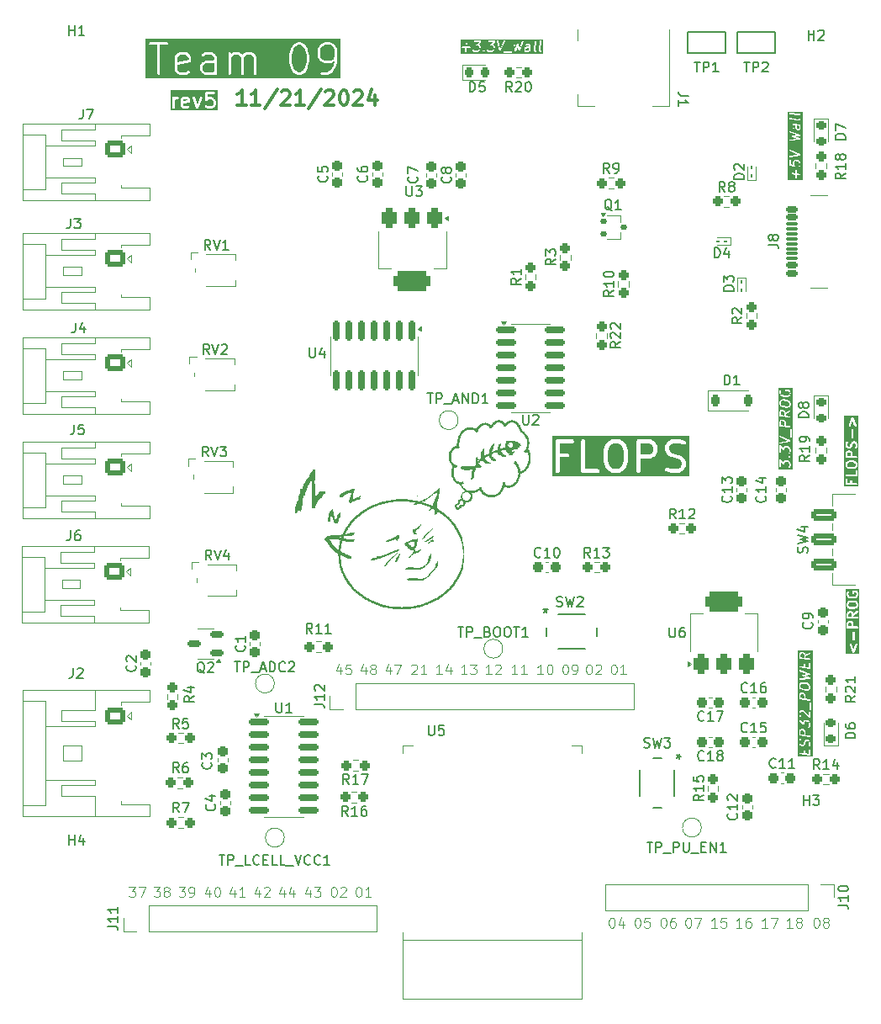
<source format=gbr>
%TF.GenerationSoftware,KiCad,Pcbnew,8.0.6*%
%TF.CreationDate,2024-11-20T22:28:01-08:00*%
%TF.ProjectId,project_rev5,70726f6a-6563-4745-9f72-6576352e6b69,REV5*%
%TF.SameCoordinates,Original*%
%TF.FileFunction,Legend,Top*%
%TF.FilePolarity,Positive*%
%FSLAX46Y46*%
G04 Gerber Fmt 4.6, Leading zero omitted, Abs format (unit mm)*
G04 Created by KiCad (PCBNEW 8.0.6) date 2024-11-20 22:28:01*
%MOMM*%
%LPD*%
G01*
G04 APERTURE LIST*
G04 Aperture macros list*
%AMRoundRect*
0 Rectangle with rounded corners*
0 $1 Rounding radius*
0 $2 $3 $4 $5 $6 $7 $8 $9 X,Y pos of 4 corners*
0 Add a 4 corners polygon primitive as box body*
4,1,4,$2,$3,$4,$5,$6,$7,$8,$9,$2,$3,0*
0 Add four circle primitives for the rounded corners*
1,1,$1+$1,$2,$3*
1,1,$1+$1,$4,$5*
1,1,$1+$1,$6,$7*
1,1,$1+$1,$8,$9*
0 Add four rect primitives between the rounded corners*
20,1,$1+$1,$2,$3,$4,$5,0*
20,1,$1+$1,$4,$5,$6,$7,0*
20,1,$1+$1,$6,$7,$8,$9,0*
20,1,$1+$1,$8,$9,$2,$3,0*%
G04 Aperture macros list end*
%ADD10C,0.100000*%
%ADD11C,0.250000*%
%ADD12C,0.200000*%
%ADD13C,0.300000*%
%ADD14C,0.400000*%
%ADD15C,0.150000*%
%ADD16C,0.120000*%
%ADD17C,0.000000*%
%ADD18C,0.152400*%
%ADD19O,2.000000X4.000000*%
%ADD20O,4.000000X2.000000*%
%ADD21R,4.500000X2.000000*%
%ADD22C,0.900000*%
%ADD23RoundRect,0.250000X1.000000X-0.375000X1.000000X0.375000X-1.000000X0.375000X-1.000000X-0.375000X0*%
%ADD24RoundRect,0.237500X-0.237500X0.250000X-0.237500X-0.250000X0.237500X-0.250000X0.237500X0.250000X0*%
%ADD25RoundRect,0.237500X0.250000X0.237500X-0.250000X0.237500X-0.250000X-0.237500X0.250000X-0.237500X0*%
%ADD26C,0.650000*%
%ADD27RoundRect,0.150000X0.425000X-0.150000X0.425000X0.150000X-0.425000X0.150000X-0.425000X-0.150000X0*%
%ADD28RoundRect,0.075000X0.500000X-0.075000X0.500000X0.075000X-0.500000X0.075000X-0.500000X-0.075000X0*%
%ADD29O,2.100000X1.000000*%
%ADD30O,1.800000X1.000000*%
%ADD31C,6.400000*%
%ADD32RoundRect,0.237500X0.237500X-0.300000X0.237500X0.300000X-0.237500X0.300000X-0.237500X-0.300000X0*%
%ADD33C,1.500000*%
%ADD34RoundRect,0.250000X-0.725000X0.600000X-0.725000X-0.600000X0.725000X-0.600000X0.725000X0.600000X0*%
%ADD35O,1.950000X1.700000*%
%ADD36RoundRect,0.237500X-0.250000X-0.237500X0.250000X-0.237500X0.250000X0.237500X-0.250000X0.237500X0*%
%ADD37RoundRect,0.218750X0.256250X-0.218750X0.256250X0.218750X-0.256250X0.218750X-0.256250X-0.218750X0*%
%ADD38R,1.200000X1.200000*%
%ADD39R,1.500000X1.600000*%
%ADD40RoundRect,0.218750X-0.218750X-0.256250X0.218750X-0.256250X0.218750X0.256250X-0.218750X0.256250X0*%
%ADD41R,1.700000X1.700000*%
%ADD42O,1.700000X1.700000*%
%ADD43RoundRect,0.150000X0.512500X0.150000X-0.512500X0.150000X-0.512500X-0.150000X0.512500X-0.150000X0*%
%ADD44RoundRect,0.237500X0.237500X-0.250000X0.237500X0.250000X-0.237500X0.250000X-0.237500X-0.250000X0*%
%ADD45RoundRect,0.218750X-0.256250X0.218750X-0.256250X-0.218750X0.256250X-0.218750X0.256250X0.218750X0*%
%ADD46RoundRect,0.375000X-0.375000X0.625000X-0.375000X-0.625000X0.375000X-0.625000X0.375000X0.625000X0*%
%ADD47RoundRect,0.500000X-1.400000X0.500000X-1.400000X-0.500000X1.400000X-0.500000X1.400000X0.500000X0*%
%ADD48R,0.660400X1.041400*%
%ADD49RoundRect,0.237500X-0.237500X0.300000X-0.237500X-0.300000X0.237500X-0.300000X0.237500X0.300000X0*%
%ADD50R,1.500000X0.900000*%
%ADD51R,0.900000X1.500000*%
%ADD52R,0.900000X0.900000*%
%ADD53R,1.041400X0.660400*%
%ADD54RoundRect,0.225000X-0.225000X-0.375000X0.225000X-0.375000X0.225000X0.375000X-0.225000X0.375000X0*%
%ADD55R,3.400000X1.800000*%
%ADD56RoundRect,0.062500X-0.062500X0.117500X-0.062500X-0.117500X0.062500X-0.117500X0.062500X0.117500X0*%
%ADD57RoundRect,0.150000X-0.825000X-0.150000X0.825000X-0.150000X0.825000X0.150000X-0.825000X0.150000X0*%
%ADD58RoundRect,0.237500X-0.300000X-0.237500X0.300000X-0.237500X0.300000X0.237500X-0.300000X0.237500X0*%
%ADD59RoundRect,0.112500X-0.237500X0.112500X-0.237500X-0.112500X0.237500X-0.112500X0.237500X0.112500X0*%
%ADD60RoundRect,0.150000X-0.150000X0.825000X-0.150000X-0.825000X0.150000X-0.825000X0.150000X0.825000X0*%
%ADD61RoundRect,0.062500X-0.117500X-0.062500X0.117500X-0.062500X0.117500X0.062500X-0.117500X0.062500X0*%
%ADD62RoundRect,0.150000X-0.850000X-0.150000X0.850000X-0.150000X0.850000X0.150000X-0.850000X0.150000X0*%
%ADD63RoundRect,0.375000X0.375000X-0.625000X0.375000X0.625000X-0.375000X0.625000X-0.375000X-0.625000X0*%
%ADD64RoundRect,0.500000X1.400000X-0.500000X1.400000X0.500000X-1.400000X0.500000X-1.400000X-0.500000X0*%
%ADD65RoundRect,0.237500X0.300000X0.237500X-0.300000X0.237500X-0.300000X-0.237500X0.300000X-0.237500X0*%
%ADD66RoundRect,0.062500X0.062500X-0.117500X0.062500X0.117500X-0.062500X0.117500X-0.062500X-0.117500X0*%
G04 APERTURE END LIST*
D10*
X87827693Y-132572419D02*
X87256265Y-132572419D01*
X87541979Y-132572419D02*
X87541979Y-131572419D01*
X87541979Y-131572419D02*
X87446741Y-131715276D01*
X87446741Y-131715276D02*
X87351503Y-131810514D01*
X87351503Y-131810514D02*
X87256265Y-131858133D01*
X88208646Y-131667657D02*
X88256265Y-131620038D01*
X88256265Y-131620038D02*
X88351503Y-131572419D01*
X88351503Y-131572419D02*
X88589598Y-131572419D01*
X88589598Y-131572419D02*
X88684836Y-131620038D01*
X88684836Y-131620038D02*
X88732455Y-131667657D01*
X88732455Y-131667657D02*
X88780074Y-131762895D01*
X88780074Y-131762895D02*
X88780074Y-131858133D01*
X88780074Y-131858133D02*
X88732455Y-132000990D01*
X88732455Y-132000990D02*
X88161027Y-132572419D01*
X88161027Y-132572419D02*
X88780074Y-132572419D01*
X85327693Y-132572419D02*
X84756265Y-132572419D01*
X85041979Y-132572419D02*
X85041979Y-131572419D01*
X85041979Y-131572419D02*
X84946741Y-131715276D01*
X84946741Y-131715276D02*
X84851503Y-131810514D01*
X84851503Y-131810514D02*
X84756265Y-131858133D01*
X85661027Y-131572419D02*
X86280074Y-131572419D01*
X86280074Y-131572419D02*
X85946741Y-131953371D01*
X85946741Y-131953371D02*
X86089598Y-131953371D01*
X86089598Y-131953371D02*
X86184836Y-132000990D01*
X86184836Y-132000990D02*
X86232455Y-132048609D01*
X86232455Y-132048609D02*
X86280074Y-132143847D01*
X86280074Y-132143847D02*
X86280074Y-132381942D01*
X86280074Y-132381942D02*
X86232455Y-132477180D01*
X86232455Y-132477180D02*
X86184836Y-132524800D01*
X86184836Y-132524800D02*
X86089598Y-132572419D01*
X86089598Y-132572419D02*
X85803884Y-132572419D01*
X85803884Y-132572419D02*
X85708646Y-132524800D01*
X85708646Y-132524800D02*
X85661027Y-132477180D01*
D11*
G36*
X57214159Y-70355883D02*
G01*
X57325187Y-70577936D01*
X57325187Y-70731666D01*
X56146615Y-70967381D01*
X56146615Y-70577936D01*
X56257641Y-70355883D01*
X56479695Y-70244857D01*
X56992107Y-70244857D01*
X57214159Y-70355883D01*
G37*
G36*
X59896616Y-71899745D02*
G01*
X59706393Y-71994857D01*
X59051124Y-71994857D01*
X58829070Y-71883830D01*
X58718044Y-71661777D01*
X58718044Y-71435079D01*
X58829070Y-71213026D01*
X59051124Y-71102000D01*
X59735901Y-71102000D01*
X59760287Y-71099598D01*
X59764435Y-71097879D01*
X59768917Y-71097561D01*
X59791803Y-71088803D01*
X59896616Y-71036396D01*
X59896616Y-71899745D01*
G37*
G36*
X68804712Y-69365445D02*
G01*
X68918885Y-69479617D01*
X69046532Y-69734912D01*
X69182330Y-70278102D01*
X69182330Y-70961611D01*
X69046532Y-71504801D01*
X68918884Y-71760096D01*
X68804713Y-71874268D01*
X68563536Y-71994857D01*
X68336838Y-71994857D01*
X68095661Y-71874268D01*
X67981489Y-71760097D01*
X67853841Y-71504800D01*
X67718044Y-70961611D01*
X67718044Y-70278102D01*
X67853841Y-69734911D01*
X67981488Y-69479617D01*
X68095661Y-69365445D01*
X68336838Y-69244857D01*
X68563536Y-69244857D01*
X68804712Y-69365445D01*
G37*
G36*
X71804715Y-69365446D02*
G01*
X71918884Y-69479616D01*
X72039473Y-69720793D01*
X72039473Y-70376063D01*
X71918884Y-70617239D01*
X71804714Y-70731410D01*
X71563536Y-70852000D01*
X71051124Y-70852000D01*
X70809946Y-70731410D01*
X70695775Y-70617240D01*
X70575187Y-70376063D01*
X70575187Y-69720793D01*
X70695775Y-69479615D01*
X70809946Y-69365445D01*
X71051124Y-69244857D01*
X71563536Y-69244857D01*
X71804715Y-69365446D01*
G37*
G36*
X72622806Y-72578190D02*
G01*
X52994256Y-72578190D01*
X52994256Y-69095471D01*
X53327589Y-69095471D01*
X53327589Y-69144243D01*
X53346253Y-69189303D01*
X53380741Y-69223791D01*
X53425801Y-69242455D01*
X53450187Y-69244857D01*
X54182330Y-69244857D01*
X54182330Y-72119857D01*
X54184732Y-72144243D01*
X54203396Y-72189303D01*
X54237884Y-72223791D01*
X54282944Y-72242455D01*
X54331716Y-72242455D01*
X54376776Y-72223791D01*
X54411264Y-72189303D01*
X54429928Y-72144243D01*
X54432330Y-72119857D01*
X54432330Y-70548428D01*
X55896615Y-70548428D01*
X55896615Y-71691285D01*
X55899017Y-71715671D01*
X55900735Y-71719819D01*
X55901054Y-71724301D01*
X55909812Y-71747187D01*
X56052669Y-72032902D01*
X56055235Y-72036978D01*
X56055877Y-72038904D01*
X56057956Y-72041302D01*
X56065723Y-72053639D01*
X56077563Y-72063908D01*
X56087833Y-72075749D01*
X56100169Y-72083515D01*
X56102568Y-72085595D01*
X56104493Y-72086236D01*
X56108570Y-72088803D01*
X56394286Y-72231661D01*
X56417171Y-72240418D01*
X56421652Y-72240736D01*
X56425801Y-72242455D01*
X56450187Y-72244857D01*
X57021615Y-72244857D01*
X57046001Y-72242455D01*
X57050149Y-72240736D01*
X57054631Y-72240418D01*
X57077517Y-72231660D01*
X57363231Y-72088803D01*
X57383968Y-72075749D01*
X57415924Y-72038904D01*
X57431348Y-71992634D01*
X57427890Y-71943984D01*
X57406078Y-71900361D01*
X57369233Y-71868405D01*
X57322963Y-71852981D01*
X57274313Y-71856439D01*
X57251427Y-71865197D01*
X56992107Y-71994857D01*
X56479695Y-71994857D01*
X56257641Y-71883830D01*
X56146615Y-71661777D01*
X56146615Y-71405571D01*
X58468044Y-71405571D01*
X58468044Y-71691285D01*
X58470446Y-71715671D01*
X58472164Y-71719819D01*
X58472483Y-71724301D01*
X58481241Y-71747187D01*
X58624098Y-72032902D01*
X58626664Y-72036978D01*
X58627306Y-72038904D01*
X58629385Y-72041302D01*
X58637152Y-72053639D01*
X58648992Y-72063908D01*
X58659262Y-72075749D01*
X58671598Y-72083515D01*
X58673997Y-72085595D01*
X58675922Y-72086236D01*
X58679999Y-72088803D01*
X58965715Y-72231661D01*
X58988600Y-72240418D01*
X58993081Y-72240736D01*
X58997230Y-72242455D01*
X59021616Y-72244857D01*
X59735901Y-72244857D01*
X59760287Y-72242455D01*
X59764435Y-72240736D01*
X59768917Y-72240418D01*
X59791803Y-72231660D01*
X59910619Y-72172251D01*
X59917682Y-72189303D01*
X59952170Y-72223791D01*
X59997230Y-72242455D01*
X60046002Y-72242455D01*
X60091062Y-72223791D01*
X60125550Y-72189303D01*
X60144214Y-72144243D01*
X60146616Y-72119857D01*
X60146616Y-70548428D01*
X60144214Y-70524042D01*
X60142494Y-70519890D01*
X60142176Y-70515411D01*
X60133419Y-70492526D01*
X59990561Y-70206812D01*
X59987994Y-70202735D01*
X59987353Y-70200810D01*
X59985273Y-70198411D01*
X59977507Y-70186075D01*
X59965666Y-70175805D01*
X59955397Y-70163965D01*
X59943060Y-70156198D01*
X59940662Y-70154119D01*
X59938736Y-70153477D01*
X59934660Y-70150911D01*
X59872552Y-70119857D01*
X61325187Y-70119857D01*
X61325187Y-72119857D01*
X61327589Y-72144243D01*
X61346253Y-72189303D01*
X61380741Y-72223791D01*
X61425801Y-72242455D01*
X61474573Y-72242455D01*
X61519633Y-72223791D01*
X61554121Y-72189303D01*
X61572785Y-72144243D01*
X61575187Y-72119857D01*
X61575187Y-70457347D01*
X61667089Y-70365445D01*
X61908267Y-70244857D01*
X62277822Y-70244857D01*
X62499874Y-70355883D01*
X62610902Y-70577936D01*
X62610902Y-72119857D01*
X62613304Y-72144243D01*
X62631968Y-72189303D01*
X62666456Y-72223791D01*
X62711516Y-72242455D01*
X62760288Y-72242455D01*
X62805348Y-72223791D01*
X62839836Y-72189303D01*
X62858500Y-72144243D01*
X62860902Y-72119857D01*
X62860902Y-70577936D01*
X62971928Y-70355883D01*
X63193981Y-70244857D01*
X63563536Y-70244857D01*
X63785590Y-70355884D01*
X63896616Y-70577936D01*
X63896616Y-72119857D01*
X63899018Y-72144243D01*
X63917682Y-72189303D01*
X63952170Y-72223791D01*
X63997230Y-72242455D01*
X64046002Y-72242455D01*
X64091062Y-72223791D01*
X64125550Y-72189303D01*
X64144214Y-72144243D01*
X64146616Y-72119857D01*
X64146616Y-70548428D01*
X64144214Y-70524042D01*
X64142495Y-70519893D01*
X64142177Y-70515412D01*
X64133419Y-70492526D01*
X64018513Y-70262714D01*
X67468044Y-70262714D01*
X67468044Y-70977000D01*
X67468463Y-70981254D01*
X67468192Y-70983076D01*
X67469541Y-70992204D01*
X67470446Y-71001386D01*
X67471150Y-71003087D01*
X67471776Y-71007317D01*
X67614633Y-71578745D01*
X67615276Y-71580544D01*
X67615340Y-71581444D01*
X67619219Y-71591583D01*
X67622878Y-71601821D01*
X67623415Y-71602546D01*
X67624098Y-71604330D01*
X67766955Y-71890044D01*
X67773562Y-71900540D01*
X67774825Y-71903588D01*
X67777641Y-71907019D01*
X67780009Y-71910781D01*
X67782503Y-71912944D01*
X67790370Y-71922530D01*
X67933228Y-72065389D01*
X67942816Y-72073257D01*
X67944977Y-72075749D01*
X67948733Y-72078113D01*
X67952170Y-72080934D01*
X67955221Y-72082198D01*
X67965714Y-72088803D01*
X68251428Y-72231660D01*
X68274314Y-72240418D01*
X68278795Y-72240736D01*
X68282944Y-72242455D01*
X68307330Y-72244857D01*
X68593044Y-72244857D01*
X68617430Y-72242455D01*
X68621578Y-72240736D01*
X68626060Y-72240418D01*
X68648946Y-72231660D01*
X68934660Y-72088803D01*
X68945156Y-72082195D01*
X68948204Y-72080933D01*
X68951635Y-72078116D01*
X68955397Y-72075749D01*
X68957560Y-72073254D01*
X68967146Y-72065388D01*
X69110005Y-71922530D01*
X69117873Y-71912941D01*
X69120365Y-71910781D01*
X69122729Y-71907024D01*
X69125550Y-71903588D01*
X69126814Y-71900536D01*
X69133419Y-71890044D01*
X69276276Y-71604330D01*
X69276959Y-71602544D01*
X69277496Y-71601820D01*
X69281151Y-71591590D01*
X69285034Y-71581444D01*
X69285097Y-71580544D01*
X69285741Y-71578745D01*
X69428598Y-71007316D01*
X69429223Y-71003087D01*
X69429928Y-71001386D01*
X69430832Y-70992203D01*
X69432182Y-70983076D01*
X69431910Y-70981254D01*
X69432330Y-70977000D01*
X69432330Y-70262714D01*
X69431910Y-70258459D01*
X69432182Y-70256637D01*
X69430832Y-70247507D01*
X69429928Y-70238328D01*
X69429223Y-70236626D01*
X69428598Y-70232397D01*
X69293320Y-69691285D01*
X70325187Y-69691285D01*
X70325187Y-70405571D01*
X70327589Y-70429957D01*
X70329307Y-70434105D01*
X70329626Y-70438587D01*
X70338384Y-70461473D01*
X70481241Y-70747187D01*
X70487848Y-70757683D01*
X70489111Y-70760731D01*
X70491927Y-70764162D01*
X70494295Y-70767924D01*
X70496789Y-70770087D01*
X70504656Y-70779673D01*
X70647512Y-70922530D01*
X70657100Y-70930399D01*
X70659262Y-70932891D01*
X70663019Y-70935256D01*
X70666454Y-70938075D01*
X70669504Y-70939338D01*
X70679999Y-70945945D01*
X70965714Y-71088803D01*
X70988600Y-71097561D01*
X70993080Y-71097879D01*
X70997230Y-71099598D01*
X71021616Y-71102000D01*
X71593044Y-71102000D01*
X71617430Y-71099598D01*
X71621578Y-71097879D01*
X71626060Y-71097561D01*
X71648946Y-71088803D01*
X71934661Y-70945945D01*
X71945157Y-70939337D01*
X71948205Y-70938075D01*
X71951636Y-70935258D01*
X71955398Y-70932891D01*
X71957561Y-70930396D01*
X71967147Y-70922530D01*
X72028989Y-70860687D01*
X71905599Y-71354249D01*
X71638760Y-71754505D01*
X71518997Y-71874269D01*
X71277822Y-71994857D01*
X70735901Y-71994857D01*
X70711515Y-71997259D01*
X70666455Y-72015923D01*
X70631967Y-72050411D01*
X70613303Y-72095471D01*
X70613303Y-72144243D01*
X70631967Y-72189303D01*
X70666455Y-72223791D01*
X70711515Y-72242455D01*
X70735901Y-72244857D01*
X71307330Y-72244857D01*
X71331716Y-72242455D01*
X71335864Y-72240736D01*
X71340346Y-72240418D01*
X71363232Y-72231660D01*
X71648946Y-72088803D01*
X71659440Y-72082196D01*
X71662491Y-72080933D01*
X71665925Y-72078114D01*
X71669683Y-72075749D01*
X71671844Y-72073257D01*
X71681433Y-72065388D01*
X71824290Y-71922530D01*
X71824345Y-71922462D01*
X71824382Y-71922438D01*
X71832113Y-71912996D01*
X71839835Y-71903588D01*
X71839851Y-71903547D01*
X71839907Y-71903480D01*
X72125622Y-71474909D01*
X72132802Y-71461441D01*
X72134639Y-71458963D01*
X72135685Y-71456035D01*
X72137151Y-71453286D01*
X72137750Y-71450254D01*
X72142884Y-71435888D01*
X72285741Y-70864459D01*
X72286366Y-70860229D01*
X72287071Y-70858528D01*
X72287975Y-70849348D01*
X72289325Y-70840219D01*
X72289053Y-70838396D01*
X72289473Y-70834142D01*
X72289473Y-69691285D01*
X72287071Y-69666899D01*
X72285352Y-69662750D01*
X72285034Y-69658269D01*
X72276276Y-69635383D01*
X72133419Y-69349669D01*
X72126812Y-69339174D01*
X72125549Y-69336124D01*
X72122730Y-69332689D01*
X72120365Y-69328932D01*
X72117873Y-69326770D01*
X72110004Y-69317182D01*
X71967147Y-69174326D01*
X71957561Y-69166459D01*
X71955398Y-69163965D01*
X71951636Y-69161597D01*
X71948205Y-69158781D01*
X71945157Y-69157518D01*
X71934661Y-69150911D01*
X71648946Y-69008054D01*
X71626060Y-68999296D01*
X71621578Y-68998977D01*
X71617430Y-68997259D01*
X71593044Y-68994857D01*
X71021616Y-68994857D01*
X70997230Y-68997259D01*
X70993081Y-68998977D01*
X70988600Y-68999296D01*
X70965715Y-69008053D01*
X70679999Y-69150911D01*
X70669504Y-69157517D01*
X70666454Y-69158781D01*
X70663019Y-69161599D01*
X70659262Y-69163965D01*
X70657100Y-69166456D01*
X70647512Y-69174326D01*
X70504656Y-69317183D01*
X70496789Y-69326768D01*
X70494295Y-69328932D01*
X70491927Y-69332693D01*
X70489111Y-69336125D01*
X70487848Y-69339172D01*
X70481241Y-69349669D01*
X70338384Y-69635383D01*
X70329626Y-69658269D01*
X70329307Y-69662750D01*
X70327589Y-69666899D01*
X70325187Y-69691285D01*
X69293320Y-69691285D01*
X69285741Y-69660968D01*
X69285097Y-69659168D01*
X69285034Y-69658269D01*
X69281151Y-69648122D01*
X69277496Y-69637893D01*
X69276959Y-69637168D01*
X69276276Y-69635383D01*
X69133419Y-69349669D01*
X69126812Y-69339174D01*
X69125549Y-69336124D01*
X69122730Y-69332689D01*
X69120365Y-69328932D01*
X69117873Y-69326770D01*
X69110004Y-69317182D01*
X68967146Y-69174325D01*
X68957557Y-69166456D01*
X68955397Y-69163965D01*
X68951640Y-69161600D01*
X68948204Y-69158780D01*
X68945152Y-69157516D01*
X68934660Y-69150911D01*
X68648946Y-69008054D01*
X68626060Y-68999296D01*
X68621578Y-68998977D01*
X68617430Y-68997259D01*
X68593044Y-68994857D01*
X68307330Y-68994857D01*
X68282944Y-68997259D01*
X68278795Y-68998977D01*
X68274314Y-68999296D01*
X68251428Y-69008054D01*
X67965714Y-69150911D01*
X67955221Y-69157516D01*
X67952170Y-69158780D01*
X67948733Y-69161600D01*
X67944977Y-69163965D01*
X67942816Y-69166456D01*
X67933228Y-69174325D01*
X67790370Y-69317182D01*
X67782500Y-69326770D01*
X67780009Y-69328932D01*
X67777643Y-69332689D01*
X67774825Y-69336124D01*
X67773561Y-69339174D01*
X67766955Y-69349669D01*
X67624098Y-69635383D01*
X67623414Y-69637168D01*
X67622878Y-69637893D01*
X67619225Y-69648115D01*
X67615340Y-69658269D01*
X67615276Y-69659169D01*
X67614633Y-69660969D01*
X67471776Y-70232397D01*
X67471150Y-70236626D01*
X67470446Y-70238328D01*
X67469541Y-70247509D01*
X67468192Y-70256638D01*
X67468463Y-70258459D01*
X67468044Y-70262714D01*
X64018513Y-70262714D01*
X63990562Y-70206812D01*
X63987995Y-70202735D01*
X63987354Y-70200810D01*
X63985274Y-70198411D01*
X63977508Y-70186075D01*
X63965667Y-70175805D01*
X63955398Y-70163965D01*
X63943061Y-70156198D01*
X63940663Y-70154119D01*
X63938737Y-70153477D01*
X63934661Y-70150911D01*
X63648946Y-70008054D01*
X63626060Y-69999296D01*
X63621578Y-69998977D01*
X63617430Y-69997259D01*
X63593044Y-69994857D01*
X63164473Y-69994857D01*
X63140087Y-69997259D01*
X63135938Y-69998977D01*
X63131457Y-69999296D01*
X63108571Y-70008054D01*
X62822857Y-70150911D01*
X62818780Y-70153477D01*
X62816855Y-70154119D01*
X62814456Y-70156198D01*
X62802120Y-70163965D01*
X62791850Y-70175805D01*
X62780010Y-70186075D01*
X62772243Y-70198411D01*
X62770164Y-70200810D01*
X62769522Y-70202735D01*
X62766956Y-70206812D01*
X62735901Y-70268920D01*
X62704847Y-70206812D01*
X62702280Y-70202735D01*
X62701639Y-70200810D01*
X62699559Y-70198411D01*
X62691793Y-70186075D01*
X62679952Y-70175805D01*
X62669683Y-70163965D01*
X62657346Y-70156198D01*
X62654948Y-70154119D01*
X62653022Y-70153477D01*
X62648946Y-70150911D01*
X62363232Y-70008054D01*
X62340346Y-69999296D01*
X62335864Y-69998977D01*
X62331716Y-69997259D01*
X62307330Y-69994857D01*
X61878759Y-69994857D01*
X61854373Y-69997259D01*
X61850224Y-69998977D01*
X61845743Y-69999296D01*
X61822858Y-70008053D01*
X61575187Y-70131888D01*
X61575187Y-70119857D01*
X61572785Y-70095471D01*
X61554121Y-70050411D01*
X61519633Y-70015923D01*
X61474573Y-69997259D01*
X61425801Y-69997259D01*
X61380741Y-70015923D01*
X61346253Y-70050411D01*
X61327589Y-70095471D01*
X61325187Y-70119857D01*
X59872552Y-70119857D01*
X59648946Y-70008054D01*
X59626060Y-69999296D01*
X59621578Y-69998977D01*
X59617430Y-69997259D01*
X59593044Y-69994857D01*
X59021616Y-69994857D01*
X58997230Y-69997259D01*
X58993081Y-69998977D01*
X58988600Y-69999296D01*
X58965715Y-70008053D01*
X58679999Y-70150911D01*
X58659262Y-70163965D01*
X58627306Y-70200810D01*
X58611882Y-70247080D01*
X58615340Y-70295730D01*
X58637152Y-70339353D01*
X58673997Y-70371309D01*
X58720267Y-70386733D01*
X58768917Y-70383275D01*
X58791803Y-70374517D01*
X59051124Y-70244857D01*
X59563536Y-70244857D01*
X59785588Y-70355883D01*
X59896616Y-70577936D01*
X59896616Y-70756888D01*
X59706393Y-70852000D01*
X59021616Y-70852000D01*
X58997230Y-70854402D01*
X58993081Y-70856120D01*
X58988600Y-70856439D01*
X58965715Y-70865196D01*
X58679999Y-71008054D01*
X58675922Y-71010620D01*
X58673997Y-71011262D01*
X58671598Y-71013341D01*
X58659262Y-71021108D01*
X58648992Y-71032948D01*
X58637152Y-71043218D01*
X58629385Y-71055554D01*
X58627306Y-71057953D01*
X58626664Y-71059878D01*
X58624098Y-71063955D01*
X58481241Y-71349669D01*
X58472483Y-71372555D01*
X58472164Y-71377036D01*
X58470446Y-71381185D01*
X58468044Y-71405571D01*
X56146615Y-71405571D01*
X56146615Y-71222332D01*
X57474701Y-70956715D01*
X57498143Y-70949577D01*
X57508318Y-70942762D01*
X57519633Y-70938076D01*
X57528385Y-70929323D01*
X57538667Y-70922438D01*
X57545459Y-70912249D01*
X57554121Y-70903588D01*
X57558857Y-70892152D01*
X57565722Y-70881856D01*
X57568098Y-70869843D01*
X57572785Y-70858528D01*
X57575187Y-70834142D01*
X57575187Y-70548428D01*
X57572785Y-70524042D01*
X57571065Y-70519890D01*
X57570747Y-70515411D01*
X57561990Y-70492526D01*
X57419132Y-70206812D01*
X57416565Y-70202735D01*
X57415924Y-70200810D01*
X57413844Y-70198411D01*
X57406078Y-70186075D01*
X57394237Y-70175805D01*
X57383968Y-70163965D01*
X57371631Y-70156198D01*
X57369233Y-70154119D01*
X57367307Y-70153477D01*
X57363231Y-70150911D01*
X57077517Y-70008054D01*
X57054631Y-69999296D01*
X57050149Y-69998977D01*
X57046001Y-69997259D01*
X57021615Y-69994857D01*
X56450187Y-69994857D01*
X56425801Y-69997259D01*
X56421652Y-69998977D01*
X56417171Y-69999296D01*
X56394286Y-70008053D01*
X56108570Y-70150911D01*
X56104493Y-70153477D01*
X56102568Y-70154119D01*
X56100169Y-70156198D01*
X56087833Y-70163965D01*
X56077563Y-70175805D01*
X56065723Y-70186075D01*
X56057956Y-70198411D01*
X56055877Y-70200810D01*
X56055235Y-70202735D01*
X56052669Y-70206812D01*
X55909812Y-70492526D01*
X55901054Y-70515412D01*
X55900735Y-70519893D01*
X55899017Y-70524042D01*
X55896615Y-70548428D01*
X54432330Y-70548428D01*
X54432330Y-69244857D01*
X55164473Y-69244857D01*
X55188859Y-69242455D01*
X55233919Y-69223791D01*
X55268407Y-69189303D01*
X55287071Y-69144243D01*
X55287071Y-69095471D01*
X55268407Y-69050411D01*
X55233919Y-69015923D01*
X55188859Y-68997259D01*
X55164473Y-68994857D01*
X53450187Y-68994857D01*
X53425801Y-68997259D01*
X53380741Y-69015923D01*
X53346253Y-69050411D01*
X53327589Y-69095471D01*
X52994256Y-69095471D01*
X52994256Y-68661524D01*
X72622806Y-68661524D01*
X72622806Y-72578190D01*
G37*
D10*
X110527693Y-158072419D02*
X109956265Y-158072419D01*
X110241979Y-158072419D02*
X110241979Y-157072419D01*
X110241979Y-157072419D02*
X110146741Y-157215276D01*
X110146741Y-157215276D02*
X110051503Y-157310514D01*
X110051503Y-157310514D02*
X109956265Y-157358133D01*
X111432455Y-157072419D02*
X110956265Y-157072419D01*
X110956265Y-157072419D02*
X110908646Y-157548609D01*
X110908646Y-157548609D02*
X110956265Y-157500990D01*
X110956265Y-157500990D02*
X111051503Y-157453371D01*
X111051503Y-157453371D02*
X111289598Y-157453371D01*
X111289598Y-157453371D02*
X111384836Y-157500990D01*
X111384836Y-157500990D02*
X111432455Y-157548609D01*
X111432455Y-157548609D02*
X111480074Y-157643847D01*
X111480074Y-157643847D02*
X111480074Y-157881942D01*
X111480074Y-157881942D02*
X111432455Y-157977180D01*
X111432455Y-157977180D02*
X111384836Y-158024800D01*
X111384836Y-158024800D02*
X111289598Y-158072419D01*
X111289598Y-158072419D02*
X111051503Y-158072419D01*
X111051503Y-158072419D02*
X110956265Y-158024800D01*
X110956265Y-158024800D02*
X110908646Y-157977180D01*
X97594360Y-131572419D02*
X97689598Y-131572419D01*
X97689598Y-131572419D02*
X97784836Y-131620038D01*
X97784836Y-131620038D02*
X97832455Y-131667657D01*
X97832455Y-131667657D02*
X97880074Y-131762895D01*
X97880074Y-131762895D02*
X97927693Y-131953371D01*
X97927693Y-131953371D02*
X97927693Y-132191466D01*
X97927693Y-132191466D02*
X97880074Y-132381942D01*
X97880074Y-132381942D02*
X97832455Y-132477180D01*
X97832455Y-132477180D02*
X97784836Y-132524800D01*
X97784836Y-132524800D02*
X97689598Y-132572419D01*
X97689598Y-132572419D02*
X97594360Y-132572419D01*
X97594360Y-132572419D02*
X97499122Y-132524800D01*
X97499122Y-132524800D02*
X97451503Y-132477180D01*
X97451503Y-132477180D02*
X97403884Y-132381942D01*
X97403884Y-132381942D02*
X97356265Y-132191466D01*
X97356265Y-132191466D02*
X97356265Y-131953371D01*
X97356265Y-131953371D02*
X97403884Y-131762895D01*
X97403884Y-131762895D02*
X97451503Y-131667657D01*
X97451503Y-131667657D02*
X97499122Y-131620038D01*
X97499122Y-131620038D02*
X97594360Y-131572419D01*
X98308646Y-131667657D02*
X98356265Y-131620038D01*
X98356265Y-131620038D02*
X98451503Y-131572419D01*
X98451503Y-131572419D02*
X98689598Y-131572419D01*
X98689598Y-131572419D02*
X98784836Y-131620038D01*
X98784836Y-131620038D02*
X98832455Y-131667657D01*
X98832455Y-131667657D02*
X98880074Y-131762895D01*
X98880074Y-131762895D02*
X98880074Y-131858133D01*
X98880074Y-131858133D02*
X98832455Y-132000990D01*
X98832455Y-132000990D02*
X98261027Y-132572419D01*
X98261027Y-132572419D02*
X98880074Y-132572419D01*
X69532455Y-154305752D02*
X69532455Y-154972419D01*
X69294360Y-153924800D02*
X69056265Y-154639085D01*
X69056265Y-154639085D02*
X69675312Y-154639085D01*
X69961027Y-153972419D02*
X70580074Y-153972419D01*
X70580074Y-153972419D02*
X70246741Y-154353371D01*
X70246741Y-154353371D02*
X70389598Y-154353371D01*
X70389598Y-154353371D02*
X70484836Y-154400990D01*
X70484836Y-154400990D02*
X70532455Y-154448609D01*
X70532455Y-154448609D02*
X70580074Y-154543847D01*
X70580074Y-154543847D02*
X70580074Y-154781942D01*
X70580074Y-154781942D02*
X70532455Y-154877180D01*
X70532455Y-154877180D02*
X70484836Y-154924800D01*
X70484836Y-154924800D02*
X70389598Y-154972419D01*
X70389598Y-154972419D02*
X70103884Y-154972419D01*
X70103884Y-154972419D02*
X70008646Y-154924800D01*
X70008646Y-154924800D02*
X69961027Y-154877180D01*
X77632455Y-131905752D02*
X77632455Y-132572419D01*
X77394360Y-131524800D02*
X77156265Y-132239085D01*
X77156265Y-132239085D02*
X77775312Y-132239085D01*
X78061027Y-131572419D02*
X78727693Y-131572419D01*
X78727693Y-131572419D02*
X78299122Y-132572419D01*
X113027693Y-158072419D02*
X112456265Y-158072419D01*
X112741979Y-158072419D02*
X112741979Y-157072419D01*
X112741979Y-157072419D02*
X112646741Y-157215276D01*
X112646741Y-157215276D02*
X112551503Y-157310514D01*
X112551503Y-157310514D02*
X112456265Y-157358133D01*
X113884836Y-157072419D02*
X113694360Y-157072419D01*
X113694360Y-157072419D02*
X113599122Y-157120038D01*
X113599122Y-157120038D02*
X113551503Y-157167657D01*
X113551503Y-157167657D02*
X113456265Y-157310514D01*
X113456265Y-157310514D02*
X113408646Y-157500990D01*
X113408646Y-157500990D02*
X113408646Y-157881942D01*
X113408646Y-157881942D02*
X113456265Y-157977180D01*
X113456265Y-157977180D02*
X113503884Y-158024800D01*
X113503884Y-158024800D02*
X113599122Y-158072419D01*
X113599122Y-158072419D02*
X113789598Y-158072419D01*
X113789598Y-158072419D02*
X113884836Y-158024800D01*
X113884836Y-158024800D02*
X113932455Y-157977180D01*
X113932455Y-157977180D02*
X113980074Y-157881942D01*
X113980074Y-157881942D02*
X113980074Y-157643847D01*
X113980074Y-157643847D02*
X113932455Y-157548609D01*
X113932455Y-157548609D02*
X113884836Y-157500990D01*
X113884836Y-157500990D02*
X113789598Y-157453371D01*
X113789598Y-157453371D02*
X113599122Y-157453371D01*
X113599122Y-157453371D02*
X113503884Y-157500990D01*
X113503884Y-157500990D02*
X113456265Y-157548609D01*
X113456265Y-157548609D02*
X113408646Y-157643847D01*
D12*
G36*
X124373236Y-111282527D02*
G01*
X124437414Y-111346704D01*
X124467219Y-111406314D01*
X124467219Y-111549576D01*
X124437414Y-111609185D01*
X124373236Y-111673362D01*
X124221575Y-111711278D01*
X123912861Y-111711278D01*
X123761202Y-111673363D01*
X123697023Y-111609184D01*
X123667219Y-111549575D01*
X123667219Y-111406314D01*
X123697023Y-111346705D01*
X123761202Y-111282526D01*
X123912861Y-111244612D01*
X124221575Y-111244612D01*
X124373236Y-111282527D01*
G37*
G36*
X123936554Y-110274417D02*
G01*
X123961223Y-110299085D01*
X123991028Y-110358695D01*
X123991028Y-110616040D01*
X123667219Y-110616040D01*
X123667219Y-110358695D01*
X123697024Y-110299085D01*
X123721692Y-110274416D01*
X123781302Y-110244612D01*
X123876945Y-110244612D01*
X123936554Y-110274417D01*
G37*
G36*
X124778330Y-113641437D02*
G01*
X123356108Y-113641437D01*
X123356108Y-112954136D01*
X123467219Y-112954136D01*
X123467219Y-113430326D01*
X123469140Y-113449835D01*
X123484072Y-113485883D01*
X123511662Y-113513473D01*
X123547710Y-113528405D01*
X123567219Y-113530326D01*
X124567219Y-113530326D01*
X124586728Y-113528405D01*
X124622776Y-113513473D01*
X124650366Y-113485883D01*
X124665298Y-113449835D01*
X124665298Y-113410817D01*
X124650366Y-113374769D01*
X124622776Y-113347179D01*
X124586728Y-113332247D01*
X124567219Y-113330326D01*
X124143409Y-113330326D01*
X124143409Y-113096993D01*
X124141488Y-113077484D01*
X124126556Y-113041436D01*
X124098966Y-113013846D01*
X124062918Y-112998914D01*
X124023900Y-112998914D01*
X123987852Y-113013846D01*
X123960262Y-113041436D01*
X123945330Y-113077484D01*
X123943409Y-113096993D01*
X123943409Y-113330326D01*
X123667219Y-113330326D01*
X123667219Y-112954136D01*
X123665298Y-112934627D01*
X123650366Y-112898579D01*
X123622776Y-112870989D01*
X123586728Y-112856057D01*
X123547710Y-112856057D01*
X123511662Y-112870989D01*
X123484072Y-112898579D01*
X123469140Y-112934627D01*
X123467219Y-112954136D01*
X123356108Y-112954136D01*
X123356108Y-112553674D01*
X123469140Y-112553674D01*
X123469140Y-112592692D01*
X123484072Y-112628740D01*
X123511662Y-112656330D01*
X123547710Y-112671262D01*
X123567219Y-112673183D01*
X124567219Y-112673183D01*
X124586728Y-112671262D01*
X124622776Y-112656330D01*
X124650366Y-112628740D01*
X124665298Y-112592692D01*
X124667219Y-112573183D01*
X124667219Y-112096993D01*
X124665298Y-112077484D01*
X124650366Y-112041436D01*
X124622776Y-112013846D01*
X124586728Y-111998914D01*
X124547710Y-111998914D01*
X124511662Y-112013846D01*
X124484072Y-112041436D01*
X124469140Y-112077484D01*
X124467219Y-112096993D01*
X124467219Y-112473183D01*
X123567219Y-112473183D01*
X123547710Y-112475104D01*
X123511662Y-112490036D01*
X123484072Y-112517626D01*
X123469140Y-112553674D01*
X123356108Y-112553674D01*
X123356108Y-111382707D01*
X123467219Y-111382707D01*
X123467219Y-111573183D01*
X123469140Y-111592692D01*
X123470515Y-111596012D01*
X123470770Y-111599596D01*
X123477776Y-111617904D01*
X123525395Y-111713142D01*
X123530680Y-111721538D01*
X123531691Y-111723978D01*
X123533944Y-111726724D01*
X123535838Y-111729732D01*
X123537832Y-111731461D01*
X123544127Y-111739132D01*
X123639365Y-111834370D01*
X123654519Y-111846806D01*
X123661387Y-111849651D01*
X123667362Y-111854078D01*
X123685822Y-111860673D01*
X123876298Y-111908292D01*
X123879679Y-111908792D01*
X123881043Y-111909357D01*
X123888393Y-111910080D01*
X123895691Y-111911160D01*
X123897149Y-111910942D01*
X123900552Y-111911278D01*
X124233885Y-111911278D01*
X124237287Y-111910942D01*
X124238746Y-111911160D01*
X124246043Y-111910080D01*
X124253394Y-111909357D01*
X124254757Y-111908792D01*
X124258139Y-111908292D01*
X124448614Y-111860673D01*
X124467075Y-111854078D01*
X124473047Y-111849652D01*
X124479918Y-111846807D01*
X124495071Y-111834370D01*
X124590311Y-111739132D01*
X124596604Y-111731463D01*
X124598600Y-111729733D01*
X124600493Y-111726725D01*
X124602747Y-111723979D01*
X124603757Y-111721538D01*
X124609043Y-111713142D01*
X124656662Y-111617905D01*
X124663668Y-111599596D01*
X124663922Y-111596012D01*
X124665298Y-111592692D01*
X124667219Y-111573183D01*
X124667219Y-111382707D01*
X124665298Y-111363198D01*
X124663922Y-111359877D01*
X124663668Y-111356294D01*
X124656662Y-111337985D01*
X124609043Y-111242748D01*
X124603757Y-111234351D01*
X124602747Y-111231911D01*
X124600493Y-111229164D01*
X124598600Y-111226157D01*
X124596604Y-111224426D01*
X124590311Y-111216758D01*
X124495071Y-111121520D01*
X124479918Y-111109083D01*
X124473047Y-111106237D01*
X124467075Y-111101812D01*
X124448614Y-111095217D01*
X124258139Y-111047598D01*
X124254757Y-111047097D01*
X124253394Y-111046533D01*
X124246043Y-111045809D01*
X124238746Y-111044730D01*
X124237287Y-111044947D01*
X124233885Y-111044612D01*
X123900552Y-111044612D01*
X123897149Y-111044947D01*
X123895691Y-111044730D01*
X123888393Y-111045809D01*
X123881043Y-111046533D01*
X123879679Y-111047097D01*
X123876298Y-111047598D01*
X123685822Y-111095217D01*
X123667362Y-111101812D01*
X123661387Y-111106238D01*
X123654519Y-111109084D01*
X123639365Y-111121520D01*
X123544127Y-111216758D01*
X123537832Y-111224428D01*
X123535838Y-111226158D01*
X123533944Y-111229165D01*
X123531691Y-111231912D01*
X123530680Y-111234351D01*
X123525395Y-111242748D01*
X123477776Y-111337986D01*
X123470770Y-111356294D01*
X123470515Y-111359877D01*
X123469140Y-111363198D01*
X123467219Y-111382707D01*
X123356108Y-111382707D01*
X123356108Y-110335088D01*
X123467219Y-110335088D01*
X123467219Y-110716040D01*
X123469140Y-110735549D01*
X123484072Y-110771597D01*
X123511662Y-110799187D01*
X123547710Y-110814119D01*
X123567219Y-110816040D01*
X124567219Y-110816040D01*
X124586728Y-110814119D01*
X124622776Y-110799187D01*
X124650366Y-110771597D01*
X124665298Y-110735549D01*
X124665298Y-110696531D01*
X124650366Y-110660483D01*
X124622776Y-110632893D01*
X124586728Y-110617961D01*
X124567219Y-110616040D01*
X124191028Y-110616040D01*
X124191028Y-110335088D01*
X124189107Y-110315579D01*
X124187731Y-110312258D01*
X124187477Y-110308675D01*
X124180471Y-110290366D01*
X124132852Y-110195129D01*
X124127566Y-110186732D01*
X124126556Y-110184292D01*
X124124302Y-110181546D01*
X124122409Y-110178538D01*
X124120411Y-110176805D01*
X124114119Y-110169139D01*
X124066501Y-110121520D01*
X124058830Y-110115225D01*
X124057101Y-110113231D01*
X124054093Y-110111337D01*
X124051347Y-110109084D01*
X124048907Y-110108073D01*
X124040511Y-110102788D01*
X123945273Y-110055169D01*
X123926965Y-110048163D01*
X123923381Y-110047908D01*
X123920061Y-110046533D01*
X123900552Y-110044612D01*
X123757695Y-110044612D01*
X123738186Y-110046533D01*
X123734865Y-110047908D01*
X123731282Y-110048163D01*
X123712973Y-110055169D01*
X123617736Y-110102788D01*
X123609339Y-110108073D01*
X123606899Y-110109084D01*
X123604153Y-110111337D01*
X123601145Y-110113231D01*
X123599412Y-110115228D01*
X123591746Y-110121521D01*
X123544127Y-110169139D01*
X123537832Y-110176809D01*
X123535838Y-110178539D01*
X123533944Y-110181546D01*
X123531691Y-110184293D01*
X123530680Y-110186732D01*
X123525395Y-110195129D01*
X123477776Y-110290367D01*
X123470770Y-110308675D01*
X123470515Y-110312258D01*
X123469140Y-110315579D01*
X123467219Y-110335088D01*
X123356108Y-110335088D01*
X123356108Y-109335088D01*
X123467219Y-109335088D01*
X123467219Y-109573183D01*
X123469140Y-109592692D01*
X123470515Y-109596012D01*
X123470770Y-109599596D01*
X123477776Y-109617904D01*
X123525395Y-109713142D01*
X123530680Y-109721538D01*
X123531691Y-109723978D01*
X123533944Y-109726724D01*
X123535838Y-109729732D01*
X123537832Y-109731461D01*
X123544127Y-109739132D01*
X123591746Y-109786750D01*
X123599412Y-109793042D01*
X123601145Y-109795040D01*
X123604153Y-109796933D01*
X123606899Y-109799187D01*
X123609339Y-109800197D01*
X123617736Y-109805483D01*
X123712973Y-109853102D01*
X123731282Y-109860108D01*
X123734865Y-109860362D01*
X123738186Y-109861738D01*
X123757695Y-109863659D01*
X123852933Y-109863659D01*
X123872442Y-109861738D01*
X123875762Y-109860362D01*
X123879346Y-109860108D01*
X123897654Y-109853102D01*
X123992892Y-109805483D01*
X124001288Y-109800197D01*
X124003728Y-109799187D01*
X124006474Y-109796933D01*
X124009482Y-109795040D01*
X124011211Y-109793045D01*
X124018882Y-109786751D01*
X124066500Y-109739132D01*
X124072792Y-109731465D01*
X124074790Y-109729733D01*
X124076683Y-109726724D01*
X124078937Y-109723979D01*
X124079947Y-109721538D01*
X124085233Y-109713142D01*
X124132852Y-109617905D01*
X124133398Y-109616476D01*
X124133828Y-109615897D01*
X124136749Y-109607720D01*
X124139858Y-109599596D01*
X124139909Y-109598875D01*
X124140423Y-109597437D01*
X124185379Y-109417611D01*
X124220833Y-109346704D01*
X124245501Y-109322035D01*
X124305111Y-109292231D01*
X124353135Y-109292231D01*
X124412746Y-109322037D01*
X124437414Y-109346704D01*
X124467219Y-109406314D01*
X124467219Y-109604575D01*
X124424732Y-109732036D01*
X124420385Y-109751152D01*
X124423151Y-109790072D01*
X124440601Y-109824971D01*
X124470077Y-109850536D01*
X124507093Y-109862874D01*
X124546013Y-109860108D01*
X124580912Y-109842658D01*
X124606477Y-109813182D01*
X124614468Y-109795282D01*
X124662087Y-109652425D01*
X124664286Y-109642752D01*
X124665298Y-109640311D01*
X124665646Y-109636773D01*
X124666434Y-109633310D01*
X124666246Y-109630675D01*
X124667219Y-109620802D01*
X124667219Y-109382707D01*
X124665298Y-109363198D01*
X124663922Y-109359877D01*
X124663668Y-109356294D01*
X124656662Y-109337985D01*
X124609043Y-109242748D01*
X124603757Y-109234351D01*
X124602747Y-109231911D01*
X124600493Y-109229165D01*
X124598600Y-109226157D01*
X124596603Y-109224425D01*
X124590310Y-109216757D01*
X124542690Y-109169139D01*
X124535020Y-109162844D01*
X124533291Y-109160850D01*
X124530286Y-109158958D01*
X124527537Y-109156702D01*
X124525093Y-109155690D01*
X124516701Y-109150407D01*
X124421463Y-109102788D01*
X124403155Y-109095782D01*
X124399571Y-109095527D01*
X124396251Y-109094152D01*
X124376742Y-109092231D01*
X124281504Y-109092231D01*
X124261995Y-109094152D01*
X124258674Y-109095527D01*
X124255091Y-109095782D01*
X124236782Y-109102788D01*
X124141545Y-109150407D01*
X124133148Y-109155692D01*
X124130708Y-109156703D01*
X124127962Y-109158956D01*
X124124954Y-109160850D01*
X124123221Y-109162847D01*
X124115555Y-109169140D01*
X124067936Y-109216758D01*
X124061641Y-109224428D01*
X124059647Y-109226158D01*
X124057753Y-109229165D01*
X124055500Y-109231912D01*
X124054489Y-109234351D01*
X124049204Y-109242748D01*
X124001585Y-109337986D01*
X124001039Y-109339412D01*
X124000609Y-109339993D01*
X123997687Y-109348169D01*
X123994579Y-109356294D01*
X123994527Y-109357016D01*
X123994014Y-109358454D01*
X123949057Y-109538278D01*
X123913604Y-109609185D01*
X123888935Y-109633853D01*
X123829326Y-109663659D01*
X123781302Y-109663659D01*
X123721692Y-109633854D01*
X123697024Y-109609185D01*
X123667219Y-109549575D01*
X123667219Y-109351315D01*
X123709706Y-109223854D01*
X123714053Y-109204739D01*
X123711287Y-109165819D01*
X123693837Y-109130920D01*
X123664361Y-109105355D01*
X123627345Y-109093016D01*
X123588425Y-109095783D01*
X123553526Y-109113232D01*
X123527961Y-109142708D01*
X123519970Y-109160609D01*
X123472351Y-109303465D01*
X123470151Y-109313136D01*
X123469140Y-109315579D01*
X123468791Y-109319117D01*
X123468004Y-109322581D01*
X123468191Y-109325214D01*
X123467219Y-109335088D01*
X123356108Y-109335088D01*
X123356108Y-108001755D01*
X124086266Y-108001755D01*
X124086266Y-108763659D01*
X124088187Y-108783168D01*
X124103119Y-108819216D01*
X124130709Y-108846806D01*
X124166757Y-108861738D01*
X124205775Y-108861738D01*
X124241823Y-108846806D01*
X124269413Y-108819216D01*
X124284345Y-108783168D01*
X124286266Y-108763659D01*
X124286266Y-108001755D01*
X124284345Y-107982246D01*
X124269413Y-107946198D01*
X124241823Y-107918608D01*
X124205775Y-107903676D01*
X124166757Y-107903676D01*
X124130709Y-107918608D01*
X124103119Y-107946198D01*
X124088187Y-107982246D01*
X124086266Y-108001755D01*
X123356108Y-108001755D01*
X123356108Y-107509393D01*
X123801868Y-107509393D01*
X123803192Y-107548389D01*
X123819337Y-107583910D01*
X123847847Y-107610548D01*
X123884381Y-107624248D01*
X123923377Y-107622924D01*
X123958898Y-107606779D01*
X123985536Y-107578269D01*
X123994185Y-107560676D01*
X124186265Y-107048460D01*
X124378347Y-107560677D01*
X124386996Y-107578269D01*
X124413634Y-107606779D01*
X124449155Y-107622924D01*
X124488151Y-107624248D01*
X124524685Y-107610548D01*
X124553195Y-107583910D01*
X124569340Y-107548389D01*
X124570664Y-107509393D01*
X124565613Y-107490452D01*
X124279899Y-106728548D01*
X124271250Y-106710955D01*
X124268903Y-106708443D01*
X124267481Y-106705314D01*
X124255658Y-106694267D01*
X124244612Y-106682445D01*
X124241482Y-106681022D01*
X124238971Y-106678676D01*
X124223818Y-106672993D01*
X124209091Y-106666300D01*
X124205656Y-106666183D01*
X124202437Y-106664976D01*
X124186266Y-106665525D01*
X124170095Y-106664976D01*
X124166875Y-106666183D01*
X124163441Y-106666300D01*
X124148713Y-106672993D01*
X124133561Y-106678676D01*
X124131049Y-106681022D01*
X124127920Y-106682445D01*
X124116873Y-106694267D01*
X124105051Y-106705314D01*
X124103628Y-106708443D01*
X124101282Y-106710955D01*
X124092633Y-106728547D01*
X123806919Y-107490452D01*
X123801868Y-107509393D01*
X123356108Y-107509393D01*
X123356108Y-106553865D01*
X124778330Y-106553865D01*
X124778330Y-113641437D01*
G37*
D13*
X63090225Y-75300828D02*
X62233082Y-75300828D01*
X62661653Y-75300828D02*
X62661653Y-73800828D01*
X62661653Y-73800828D02*
X62518796Y-74015114D01*
X62518796Y-74015114D02*
X62375939Y-74157971D01*
X62375939Y-74157971D02*
X62233082Y-74229400D01*
X64518796Y-75300828D02*
X63661653Y-75300828D01*
X64090224Y-75300828D02*
X64090224Y-73800828D01*
X64090224Y-73800828D02*
X63947367Y-74015114D01*
X63947367Y-74015114D02*
X63804510Y-74157971D01*
X63804510Y-74157971D02*
X63661653Y-74229400D01*
X66233081Y-73729400D02*
X64947367Y-75657971D01*
X66661653Y-73943685D02*
X66733081Y-73872257D01*
X66733081Y-73872257D02*
X66875939Y-73800828D01*
X66875939Y-73800828D02*
X67233081Y-73800828D01*
X67233081Y-73800828D02*
X67375939Y-73872257D01*
X67375939Y-73872257D02*
X67447367Y-73943685D01*
X67447367Y-73943685D02*
X67518796Y-74086542D01*
X67518796Y-74086542D02*
X67518796Y-74229400D01*
X67518796Y-74229400D02*
X67447367Y-74443685D01*
X67447367Y-74443685D02*
X66590224Y-75300828D01*
X66590224Y-75300828D02*
X67518796Y-75300828D01*
X68947367Y-75300828D02*
X68090224Y-75300828D01*
X68518795Y-75300828D02*
X68518795Y-73800828D01*
X68518795Y-73800828D02*
X68375938Y-74015114D01*
X68375938Y-74015114D02*
X68233081Y-74157971D01*
X68233081Y-74157971D02*
X68090224Y-74229400D01*
X70661652Y-73729400D02*
X69375938Y-75657971D01*
X71090224Y-73943685D02*
X71161652Y-73872257D01*
X71161652Y-73872257D02*
X71304510Y-73800828D01*
X71304510Y-73800828D02*
X71661652Y-73800828D01*
X71661652Y-73800828D02*
X71804510Y-73872257D01*
X71804510Y-73872257D02*
X71875938Y-73943685D01*
X71875938Y-73943685D02*
X71947367Y-74086542D01*
X71947367Y-74086542D02*
X71947367Y-74229400D01*
X71947367Y-74229400D02*
X71875938Y-74443685D01*
X71875938Y-74443685D02*
X71018795Y-75300828D01*
X71018795Y-75300828D02*
X71947367Y-75300828D01*
X72875938Y-73800828D02*
X73018795Y-73800828D01*
X73018795Y-73800828D02*
X73161652Y-73872257D01*
X73161652Y-73872257D02*
X73233081Y-73943685D01*
X73233081Y-73943685D02*
X73304509Y-74086542D01*
X73304509Y-74086542D02*
X73375938Y-74372257D01*
X73375938Y-74372257D02*
X73375938Y-74729400D01*
X73375938Y-74729400D02*
X73304509Y-75015114D01*
X73304509Y-75015114D02*
X73233081Y-75157971D01*
X73233081Y-75157971D02*
X73161652Y-75229400D01*
X73161652Y-75229400D02*
X73018795Y-75300828D01*
X73018795Y-75300828D02*
X72875938Y-75300828D01*
X72875938Y-75300828D02*
X72733081Y-75229400D01*
X72733081Y-75229400D02*
X72661652Y-75157971D01*
X72661652Y-75157971D02*
X72590223Y-75015114D01*
X72590223Y-75015114D02*
X72518795Y-74729400D01*
X72518795Y-74729400D02*
X72518795Y-74372257D01*
X72518795Y-74372257D02*
X72590223Y-74086542D01*
X72590223Y-74086542D02*
X72661652Y-73943685D01*
X72661652Y-73943685D02*
X72733081Y-73872257D01*
X72733081Y-73872257D02*
X72875938Y-73800828D01*
X73947366Y-73943685D02*
X74018794Y-73872257D01*
X74018794Y-73872257D02*
X74161652Y-73800828D01*
X74161652Y-73800828D02*
X74518794Y-73800828D01*
X74518794Y-73800828D02*
X74661652Y-73872257D01*
X74661652Y-73872257D02*
X74733080Y-73943685D01*
X74733080Y-73943685D02*
X74804509Y-74086542D01*
X74804509Y-74086542D02*
X74804509Y-74229400D01*
X74804509Y-74229400D02*
X74733080Y-74443685D01*
X74733080Y-74443685D02*
X73875937Y-75300828D01*
X73875937Y-75300828D02*
X74804509Y-75300828D01*
X76090223Y-74300828D02*
X76090223Y-75300828D01*
X75733080Y-73729400D02*
X75375937Y-74800828D01*
X75375937Y-74800828D02*
X76304508Y-74800828D01*
D10*
X51308646Y-153972419D02*
X51927693Y-153972419D01*
X51927693Y-153972419D02*
X51594360Y-154353371D01*
X51594360Y-154353371D02*
X51737217Y-154353371D01*
X51737217Y-154353371D02*
X51832455Y-154400990D01*
X51832455Y-154400990D02*
X51880074Y-154448609D01*
X51880074Y-154448609D02*
X51927693Y-154543847D01*
X51927693Y-154543847D02*
X51927693Y-154781942D01*
X51927693Y-154781942D02*
X51880074Y-154877180D01*
X51880074Y-154877180D02*
X51832455Y-154924800D01*
X51832455Y-154924800D02*
X51737217Y-154972419D01*
X51737217Y-154972419D02*
X51451503Y-154972419D01*
X51451503Y-154972419D02*
X51356265Y-154924800D01*
X51356265Y-154924800D02*
X51308646Y-154877180D01*
X52261027Y-153972419D02*
X52927693Y-153972419D01*
X52927693Y-153972419D02*
X52499122Y-154972419D01*
X53808646Y-153972419D02*
X54427693Y-153972419D01*
X54427693Y-153972419D02*
X54094360Y-154353371D01*
X54094360Y-154353371D02*
X54237217Y-154353371D01*
X54237217Y-154353371D02*
X54332455Y-154400990D01*
X54332455Y-154400990D02*
X54380074Y-154448609D01*
X54380074Y-154448609D02*
X54427693Y-154543847D01*
X54427693Y-154543847D02*
X54427693Y-154781942D01*
X54427693Y-154781942D02*
X54380074Y-154877180D01*
X54380074Y-154877180D02*
X54332455Y-154924800D01*
X54332455Y-154924800D02*
X54237217Y-154972419D01*
X54237217Y-154972419D02*
X53951503Y-154972419D01*
X53951503Y-154972419D02*
X53856265Y-154924800D01*
X53856265Y-154924800D02*
X53808646Y-154877180D01*
X54999122Y-154400990D02*
X54903884Y-154353371D01*
X54903884Y-154353371D02*
X54856265Y-154305752D01*
X54856265Y-154305752D02*
X54808646Y-154210514D01*
X54808646Y-154210514D02*
X54808646Y-154162895D01*
X54808646Y-154162895D02*
X54856265Y-154067657D01*
X54856265Y-154067657D02*
X54903884Y-154020038D01*
X54903884Y-154020038D02*
X54999122Y-153972419D01*
X54999122Y-153972419D02*
X55189598Y-153972419D01*
X55189598Y-153972419D02*
X55284836Y-154020038D01*
X55284836Y-154020038D02*
X55332455Y-154067657D01*
X55332455Y-154067657D02*
X55380074Y-154162895D01*
X55380074Y-154162895D02*
X55380074Y-154210514D01*
X55380074Y-154210514D02*
X55332455Y-154305752D01*
X55332455Y-154305752D02*
X55284836Y-154353371D01*
X55284836Y-154353371D02*
X55189598Y-154400990D01*
X55189598Y-154400990D02*
X54999122Y-154400990D01*
X54999122Y-154400990D02*
X54903884Y-154448609D01*
X54903884Y-154448609D02*
X54856265Y-154496228D01*
X54856265Y-154496228D02*
X54808646Y-154591466D01*
X54808646Y-154591466D02*
X54808646Y-154781942D01*
X54808646Y-154781942D02*
X54856265Y-154877180D01*
X54856265Y-154877180D02*
X54903884Y-154924800D01*
X54903884Y-154924800D02*
X54999122Y-154972419D01*
X54999122Y-154972419D02*
X55189598Y-154972419D01*
X55189598Y-154972419D02*
X55284836Y-154924800D01*
X55284836Y-154924800D02*
X55332455Y-154877180D01*
X55332455Y-154877180D02*
X55380074Y-154781942D01*
X55380074Y-154781942D02*
X55380074Y-154591466D01*
X55380074Y-154591466D02*
X55332455Y-154496228D01*
X55332455Y-154496228D02*
X55284836Y-154448609D01*
X55284836Y-154448609D02*
X55189598Y-154400990D01*
X74394360Y-153972419D02*
X74489598Y-153972419D01*
X74489598Y-153972419D02*
X74584836Y-154020038D01*
X74584836Y-154020038D02*
X74632455Y-154067657D01*
X74632455Y-154067657D02*
X74680074Y-154162895D01*
X74680074Y-154162895D02*
X74727693Y-154353371D01*
X74727693Y-154353371D02*
X74727693Y-154591466D01*
X74727693Y-154591466D02*
X74680074Y-154781942D01*
X74680074Y-154781942D02*
X74632455Y-154877180D01*
X74632455Y-154877180D02*
X74584836Y-154924800D01*
X74584836Y-154924800D02*
X74489598Y-154972419D01*
X74489598Y-154972419D02*
X74394360Y-154972419D01*
X74394360Y-154972419D02*
X74299122Y-154924800D01*
X74299122Y-154924800D02*
X74251503Y-154877180D01*
X74251503Y-154877180D02*
X74203884Y-154781942D01*
X74203884Y-154781942D02*
X74156265Y-154591466D01*
X74156265Y-154591466D02*
X74156265Y-154353371D01*
X74156265Y-154353371D02*
X74203884Y-154162895D01*
X74203884Y-154162895D02*
X74251503Y-154067657D01*
X74251503Y-154067657D02*
X74299122Y-154020038D01*
X74299122Y-154020038D02*
X74394360Y-153972419D01*
X75680074Y-154972419D02*
X75108646Y-154972419D01*
X75394360Y-154972419D02*
X75394360Y-153972419D01*
X75394360Y-153972419D02*
X75299122Y-154115276D01*
X75299122Y-154115276D02*
X75203884Y-154210514D01*
X75203884Y-154210514D02*
X75108646Y-154258133D01*
X95194360Y-131572419D02*
X95289598Y-131572419D01*
X95289598Y-131572419D02*
X95384836Y-131620038D01*
X95384836Y-131620038D02*
X95432455Y-131667657D01*
X95432455Y-131667657D02*
X95480074Y-131762895D01*
X95480074Y-131762895D02*
X95527693Y-131953371D01*
X95527693Y-131953371D02*
X95527693Y-132191466D01*
X95527693Y-132191466D02*
X95480074Y-132381942D01*
X95480074Y-132381942D02*
X95432455Y-132477180D01*
X95432455Y-132477180D02*
X95384836Y-132524800D01*
X95384836Y-132524800D02*
X95289598Y-132572419D01*
X95289598Y-132572419D02*
X95194360Y-132572419D01*
X95194360Y-132572419D02*
X95099122Y-132524800D01*
X95099122Y-132524800D02*
X95051503Y-132477180D01*
X95051503Y-132477180D02*
X95003884Y-132381942D01*
X95003884Y-132381942D02*
X94956265Y-132191466D01*
X94956265Y-132191466D02*
X94956265Y-131953371D01*
X94956265Y-131953371D02*
X95003884Y-131762895D01*
X95003884Y-131762895D02*
X95051503Y-131667657D01*
X95051503Y-131667657D02*
X95099122Y-131620038D01*
X95099122Y-131620038D02*
X95194360Y-131572419D01*
X96003884Y-132572419D02*
X96194360Y-132572419D01*
X96194360Y-132572419D02*
X96289598Y-132524800D01*
X96289598Y-132524800D02*
X96337217Y-132477180D01*
X96337217Y-132477180D02*
X96432455Y-132334323D01*
X96432455Y-132334323D02*
X96480074Y-132143847D01*
X96480074Y-132143847D02*
X96480074Y-131762895D01*
X96480074Y-131762895D02*
X96432455Y-131667657D01*
X96432455Y-131667657D02*
X96384836Y-131620038D01*
X96384836Y-131620038D02*
X96289598Y-131572419D01*
X96289598Y-131572419D02*
X96099122Y-131572419D01*
X96099122Y-131572419D02*
X96003884Y-131620038D01*
X96003884Y-131620038D02*
X95956265Y-131667657D01*
X95956265Y-131667657D02*
X95908646Y-131762895D01*
X95908646Y-131762895D02*
X95908646Y-132000990D01*
X95908646Y-132000990D02*
X95956265Y-132096228D01*
X95956265Y-132096228D02*
X96003884Y-132143847D01*
X96003884Y-132143847D02*
X96099122Y-132191466D01*
X96099122Y-132191466D02*
X96289598Y-132191466D01*
X96289598Y-132191466D02*
X96384836Y-132143847D01*
X96384836Y-132143847D02*
X96432455Y-132096228D01*
X96432455Y-132096228D02*
X96480074Y-132000990D01*
X82827693Y-132572419D02*
X82256265Y-132572419D01*
X82541979Y-132572419D02*
X82541979Y-131572419D01*
X82541979Y-131572419D02*
X82446741Y-131715276D01*
X82446741Y-131715276D02*
X82351503Y-131810514D01*
X82351503Y-131810514D02*
X82256265Y-131858133D01*
X83684836Y-131905752D02*
X83684836Y-132572419D01*
X83446741Y-131524800D02*
X83208646Y-132239085D01*
X83208646Y-132239085D02*
X83827693Y-132239085D01*
D11*
G36*
X57178445Y-74718026D02*
G01*
X57218044Y-74797222D01*
X57218044Y-74808095D01*
X56753758Y-74900952D01*
X56753758Y-74797222D01*
X56793356Y-74718025D01*
X56872552Y-74678428D01*
X57099250Y-74678428D01*
X57178445Y-74718026D01*
G37*
G36*
X60206139Y-75845095D02*
G01*
X55479948Y-75845095D01*
X55479948Y-74553428D01*
X55646615Y-74553428D01*
X55646615Y-75553428D01*
X55649017Y-75577814D01*
X55667681Y-75622874D01*
X55702169Y-75657362D01*
X55747229Y-75676026D01*
X55796001Y-75676026D01*
X55841061Y-75657362D01*
X55875549Y-75622874D01*
X55894213Y-75577814D01*
X55896615Y-75553428D01*
X55896615Y-74868650D01*
X55945774Y-74770331D01*
X55948391Y-74767714D01*
X56503758Y-74767714D01*
X56503758Y-75339142D01*
X56506160Y-75363528D01*
X56507878Y-75367677D01*
X56508197Y-75372157D01*
X56516954Y-75395043D01*
X56588382Y-75537901D01*
X56590948Y-75541978D01*
X56591591Y-75543905D01*
X56593670Y-75546302D01*
X56601436Y-75558639D01*
X56613279Y-75568911D01*
X56623548Y-75580750D01*
X56635881Y-75588514D01*
X56638281Y-75590595D01*
X56640207Y-75591237D01*
X56644285Y-75593804D01*
X56787143Y-75665232D01*
X56810029Y-75673989D01*
X56814508Y-75674307D01*
X56818658Y-75676026D01*
X56843044Y-75678428D01*
X57128758Y-75678428D01*
X57153144Y-75676026D01*
X57157292Y-75674307D01*
X57161774Y-75673989D01*
X57184659Y-75665232D01*
X57327517Y-75593803D01*
X57348254Y-75580749D01*
X57380210Y-75543904D01*
X57395634Y-75497634D01*
X57392176Y-75448984D01*
X57370365Y-75405361D01*
X57333520Y-75373405D01*
X57287249Y-75357981D01*
X57238600Y-75361439D01*
X57215714Y-75370196D01*
X57099249Y-75428428D01*
X56872553Y-75428428D01*
X56793355Y-75388830D01*
X56753758Y-75309633D01*
X56753758Y-75155903D01*
X57367559Y-75033144D01*
X57391000Y-75026006D01*
X57401175Y-75019191D01*
X57412490Y-75014505D01*
X57421240Y-75005754D01*
X57431525Y-74998867D01*
X57438319Y-74988675D01*
X57446978Y-74980017D01*
X57451713Y-74968585D01*
X57458580Y-74958285D01*
X57460957Y-74946267D01*
X57465642Y-74934957D01*
X57468044Y-74910571D01*
X57468044Y-74767714D01*
X57465642Y-74743328D01*
X57463923Y-74739179D01*
X57463605Y-74734697D01*
X57454847Y-74711812D01*
X57384789Y-74571697D01*
X57719385Y-74571697D01*
X57725325Y-74595470D01*
X58082468Y-75595470D01*
X58092932Y-75617627D01*
X58097142Y-75622278D01*
X58099829Y-75627950D01*
X58113390Y-75640226D01*
X58125664Y-75653785D01*
X58131334Y-75656470D01*
X58135986Y-75660682D01*
X58153215Y-75666835D01*
X58169743Y-75674664D01*
X58176007Y-75674975D01*
X58181917Y-75677086D01*
X58200192Y-75676177D01*
X58218455Y-75677085D01*
X58224361Y-75674975D01*
X58230629Y-75674664D01*
X58247161Y-75666833D01*
X58264385Y-75660682D01*
X58269036Y-75656471D01*
X58274708Y-75653785D01*
X58286984Y-75640223D01*
X58300543Y-75627950D01*
X58303228Y-75622279D01*
X58307440Y-75617628D01*
X58317904Y-75595470D01*
X58609222Y-74779780D01*
X58932913Y-74779780D01*
X58934731Y-74785805D01*
X58934731Y-74792102D01*
X58941724Y-74808983D01*
X58947001Y-74826474D01*
X58950987Y-74831346D01*
X58953396Y-74837161D01*
X58966315Y-74850080D01*
X58977886Y-74864222D01*
X58983432Y-74867197D01*
X58987883Y-74871648D01*
X59004765Y-74878640D01*
X59020865Y-74887277D01*
X59027127Y-74887903D01*
X59032943Y-74890312D01*
X59051215Y-74890312D01*
X59069395Y-74892130D01*
X59075421Y-74890312D01*
X59081717Y-74890312D01*
X59098598Y-74883318D01*
X59116089Y-74878042D01*
X59120961Y-74874055D01*
X59126776Y-74871647D01*
X59145718Y-74856102D01*
X59202802Y-74799017D01*
X59301124Y-74749857D01*
X59599248Y-74749857D01*
X59697569Y-74799017D01*
X59740311Y-74841759D01*
X59789472Y-74940079D01*
X59789472Y-75238205D01*
X59740311Y-75336525D01*
X59697569Y-75379267D01*
X59599248Y-75428428D01*
X59301124Y-75428428D01*
X59202802Y-75379267D01*
X59145718Y-75322183D01*
X59126776Y-75306638D01*
X59081717Y-75287973D01*
X59032943Y-75287973D01*
X58987883Y-75306637D01*
X58953396Y-75341124D01*
X58934731Y-75386183D01*
X58934731Y-75434957D01*
X58953395Y-75480017D01*
X58968940Y-75498959D01*
X59040368Y-75570388D01*
X59049957Y-75578257D01*
X59052119Y-75580750D01*
X59055877Y-75583115D01*
X59059310Y-75585933D01*
X59062358Y-75587195D01*
X59072856Y-75593804D01*
X59215714Y-75665232D01*
X59238600Y-75673989D01*
X59243079Y-75674307D01*
X59247229Y-75676026D01*
X59271615Y-75678428D01*
X59628757Y-75678428D01*
X59653143Y-75676026D01*
X59657292Y-75674307D01*
X59661772Y-75673989D01*
X59684658Y-75665232D01*
X59827516Y-75593804D01*
X59838014Y-75587195D01*
X59841062Y-75585933D01*
X59844492Y-75583117D01*
X59848254Y-75580750D01*
X59850418Y-75578254D01*
X59860004Y-75570388D01*
X59931432Y-75498959D01*
X59939300Y-75489370D01*
X59941792Y-75487210D01*
X59944156Y-75483453D01*
X59946977Y-75480017D01*
X59948240Y-75476965D01*
X59954846Y-75466473D01*
X60026275Y-75323616D01*
X60035033Y-75300731D01*
X60035351Y-75296248D01*
X60037070Y-75292100D01*
X60039472Y-75267714D01*
X60039472Y-74910571D01*
X60037070Y-74886185D01*
X60035351Y-74882036D01*
X60035033Y-74877554D01*
X60026275Y-74854669D01*
X59954846Y-74711812D01*
X59948240Y-74701319D01*
X59946977Y-74698268D01*
X59944156Y-74694831D01*
X59941792Y-74691075D01*
X59939300Y-74688914D01*
X59931432Y-74679326D01*
X59860004Y-74607897D01*
X59850418Y-74600030D01*
X59848254Y-74597535D01*
X59844492Y-74595167D01*
X59841062Y-74592352D01*
X59838014Y-74591089D01*
X59827516Y-74584481D01*
X59684658Y-74513053D01*
X59661772Y-74504296D01*
X59657292Y-74503977D01*
X59653143Y-74502259D01*
X59628757Y-74499857D01*
X59271615Y-74499857D01*
X59247229Y-74502259D01*
X59243079Y-74503977D01*
X59238600Y-74504296D01*
X59215714Y-74513053D01*
X59208034Y-74516892D01*
X59241881Y-74178428D01*
X59843043Y-74178428D01*
X59867429Y-74176026D01*
X59912489Y-74157362D01*
X59946977Y-74122874D01*
X59965641Y-74077814D01*
X59965641Y-74029042D01*
X59946977Y-73983982D01*
X59912489Y-73949494D01*
X59867429Y-73930830D01*
X59843043Y-73928428D01*
X59128757Y-73928428D01*
X59119736Y-73929316D01*
X59116691Y-73929012D01*
X59113716Y-73929909D01*
X59104371Y-73930830D01*
X59087489Y-73937822D01*
X59069997Y-73943100D01*
X59065125Y-73947085D01*
X59059311Y-73949494D01*
X59046390Y-73962414D01*
X59032249Y-73973985D01*
X59029274Y-73979530D01*
X59024823Y-73983982D01*
X59017829Y-74000866D01*
X59009194Y-74016965D01*
X59007348Y-74026170D01*
X59006159Y-74029042D01*
X59006159Y-74032102D01*
X59004377Y-74040991D01*
X58932949Y-74755276D01*
X58932913Y-74779780D01*
X58609222Y-74779780D01*
X58675047Y-74595470D01*
X58680987Y-74571697D01*
X58678565Y-74522985D01*
X58657686Y-74478906D01*
X58621528Y-74446174D01*
X58575598Y-74429771D01*
X58526886Y-74432192D01*
X58482807Y-74453071D01*
X58450075Y-74489229D01*
X58439611Y-74511386D01*
X58200186Y-75181775D01*
X57960761Y-74511386D01*
X57950297Y-74489228D01*
X57917565Y-74453071D01*
X57873486Y-74432192D01*
X57824774Y-74429770D01*
X57778843Y-74446174D01*
X57742686Y-74478906D01*
X57721807Y-74522985D01*
X57719385Y-74571697D01*
X57384789Y-74571697D01*
X57383418Y-74568955D01*
X57380851Y-74564878D01*
X57380210Y-74562953D01*
X57378130Y-74560554D01*
X57370364Y-74548218D01*
X57358523Y-74537948D01*
X57348254Y-74526108D01*
X57335917Y-74518341D01*
X57333519Y-74516262D01*
X57331593Y-74515620D01*
X57327517Y-74513054D01*
X57184660Y-74441625D01*
X57161774Y-74432867D01*
X57157292Y-74432548D01*
X57153144Y-74430830D01*
X57128758Y-74428428D01*
X56843044Y-74428428D01*
X56818658Y-74430830D01*
X56814509Y-74432548D01*
X56810028Y-74432867D01*
X56787142Y-74441625D01*
X56644284Y-74513054D01*
X56640207Y-74515620D01*
X56638282Y-74516262D01*
X56635883Y-74518341D01*
X56623547Y-74526108D01*
X56613277Y-74537948D01*
X56601437Y-74548218D01*
X56593670Y-74560554D01*
X56591591Y-74562953D01*
X56590949Y-74564878D01*
X56588383Y-74568955D01*
X56516954Y-74711813D01*
X56508197Y-74734698D01*
X56507878Y-74739179D01*
X56506160Y-74743328D01*
X56503758Y-74767714D01*
X55948391Y-74767714D01*
X55988518Y-74727588D01*
X56086838Y-74678428D01*
X56200187Y-74678428D01*
X56224573Y-74676026D01*
X56269633Y-74657362D01*
X56304121Y-74622874D01*
X56322785Y-74577814D01*
X56322785Y-74529042D01*
X56304121Y-74483982D01*
X56269633Y-74449494D01*
X56224573Y-74430830D01*
X56200187Y-74428428D01*
X56057330Y-74428428D01*
X56032944Y-74430830D01*
X56028795Y-74432548D01*
X56024313Y-74432867D01*
X56001428Y-74441625D01*
X55882611Y-74501033D01*
X55875549Y-74483982D01*
X55841061Y-74449494D01*
X55796001Y-74430830D01*
X55747229Y-74430830D01*
X55702169Y-74449494D01*
X55667681Y-74483982D01*
X55649017Y-74529042D01*
X55646615Y-74553428D01*
X55479948Y-74553428D01*
X55479948Y-73761761D01*
X60206139Y-73761761D01*
X60206139Y-75845095D01*
G37*
D10*
X100094360Y-131572419D02*
X100189598Y-131572419D01*
X100189598Y-131572419D02*
X100284836Y-131620038D01*
X100284836Y-131620038D02*
X100332455Y-131667657D01*
X100332455Y-131667657D02*
X100380074Y-131762895D01*
X100380074Y-131762895D02*
X100427693Y-131953371D01*
X100427693Y-131953371D02*
X100427693Y-132191466D01*
X100427693Y-132191466D02*
X100380074Y-132381942D01*
X100380074Y-132381942D02*
X100332455Y-132477180D01*
X100332455Y-132477180D02*
X100284836Y-132524800D01*
X100284836Y-132524800D02*
X100189598Y-132572419D01*
X100189598Y-132572419D02*
X100094360Y-132572419D01*
X100094360Y-132572419D02*
X99999122Y-132524800D01*
X99999122Y-132524800D02*
X99951503Y-132477180D01*
X99951503Y-132477180D02*
X99903884Y-132381942D01*
X99903884Y-132381942D02*
X99856265Y-132191466D01*
X99856265Y-132191466D02*
X99856265Y-131953371D01*
X99856265Y-131953371D02*
X99903884Y-131762895D01*
X99903884Y-131762895D02*
X99951503Y-131667657D01*
X99951503Y-131667657D02*
X99999122Y-131620038D01*
X99999122Y-131620038D02*
X100094360Y-131572419D01*
X101380074Y-132572419D02*
X100808646Y-132572419D01*
X101094360Y-132572419D02*
X101094360Y-131572419D01*
X101094360Y-131572419D02*
X100999122Y-131715276D01*
X100999122Y-131715276D02*
X100903884Y-131810514D01*
X100903884Y-131810514D02*
X100808646Y-131858133D01*
X102494360Y-157072419D02*
X102589598Y-157072419D01*
X102589598Y-157072419D02*
X102684836Y-157120038D01*
X102684836Y-157120038D02*
X102732455Y-157167657D01*
X102732455Y-157167657D02*
X102780074Y-157262895D01*
X102780074Y-157262895D02*
X102827693Y-157453371D01*
X102827693Y-157453371D02*
X102827693Y-157691466D01*
X102827693Y-157691466D02*
X102780074Y-157881942D01*
X102780074Y-157881942D02*
X102732455Y-157977180D01*
X102732455Y-157977180D02*
X102684836Y-158024800D01*
X102684836Y-158024800D02*
X102589598Y-158072419D01*
X102589598Y-158072419D02*
X102494360Y-158072419D01*
X102494360Y-158072419D02*
X102399122Y-158024800D01*
X102399122Y-158024800D02*
X102351503Y-157977180D01*
X102351503Y-157977180D02*
X102303884Y-157881942D01*
X102303884Y-157881942D02*
X102256265Y-157691466D01*
X102256265Y-157691466D02*
X102256265Y-157453371D01*
X102256265Y-157453371D02*
X102303884Y-157262895D01*
X102303884Y-157262895D02*
X102351503Y-157167657D01*
X102351503Y-157167657D02*
X102399122Y-157120038D01*
X102399122Y-157120038D02*
X102494360Y-157072419D01*
X103732455Y-157072419D02*
X103256265Y-157072419D01*
X103256265Y-157072419D02*
X103208646Y-157548609D01*
X103208646Y-157548609D02*
X103256265Y-157500990D01*
X103256265Y-157500990D02*
X103351503Y-157453371D01*
X103351503Y-157453371D02*
X103589598Y-157453371D01*
X103589598Y-157453371D02*
X103684836Y-157500990D01*
X103684836Y-157500990D02*
X103732455Y-157548609D01*
X103732455Y-157548609D02*
X103780074Y-157643847D01*
X103780074Y-157643847D02*
X103780074Y-157881942D01*
X103780074Y-157881942D02*
X103732455Y-157977180D01*
X103732455Y-157977180D02*
X103684836Y-158024800D01*
X103684836Y-158024800D02*
X103589598Y-158072419D01*
X103589598Y-158072419D02*
X103351503Y-158072419D01*
X103351503Y-158072419D02*
X103256265Y-158024800D01*
X103256265Y-158024800D02*
X103208646Y-157977180D01*
X118127693Y-158072419D02*
X117556265Y-158072419D01*
X117841979Y-158072419D02*
X117841979Y-157072419D01*
X117841979Y-157072419D02*
X117746741Y-157215276D01*
X117746741Y-157215276D02*
X117651503Y-157310514D01*
X117651503Y-157310514D02*
X117556265Y-157358133D01*
X118699122Y-157500990D02*
X118603884Y-157453371D01*
X118603884Y-157453371D02*
X118556265Y-157405752D01*
X118556265Y-157405752D02*
X118508646Y-157310514D01*
X118508646Y-157310514D02*
X118508646Y-157262895D01*
X118508646Y-157262895D02*
X118556265Y-157167657D01*
X118556265Y-157167657D02*
X118603884Y-157120038D01*
X118603884Y-157120038D02*
X118699122Y-157072419D01*
X118699122Y-157072419D02*
X118889598Y-157072419D01*
X118889598Y-157072419D02*
X118984836Y-157120038D01*
X118984836Y-157120038D02*
X119032455Y-157167657D01*
X119032455Y-157167657D02*
X119080074Y-157262895D01*
X119080074Y-157262895D02*
X119080074Y-157310514D01*
X119080074Y-157310514D02*
X119032455Y-157405752D01*
X119032455Y-157405752D02*
X118984836Y-157453371D01*
X118984836Y-157453371D02*
X118889598Y-157500990D01*
X118889598Y-157500990D02*
X118699122Y-157500990D01*
X118699122Y-157500990D02*
X118603884Y-157548609D01*
X118603884Y-157548609D02*
X118556265Y-157596228D01*
X118556265Y-157596228D02*
X118508646Y-157691466D01*
X118508646Y-157691466D02*
X118508646Y-157881942D01*
X118508646Y-157881942D02*
X118556265Y-157977180D01*
X118556265Y-157977180D02*
X118603884Y-158024800D01*
X118603884Y-158024800D02*
X118699122Y-158072419D01*
X118699122Y-158072419D02*
X118889598Y-158072419D01*
X118889598Y-158072419D02*
X118984836Y-158024800D01*
X118984836Y-158024800D02*
X119032455Y-157977180D01*
X119032455Y-157977180D02*
X119080074Y-157881942D01*
X119080074Y-157881942D02*
X119080074Y-157691466D01*
X119080074Y-157691466D02*
X119032455Y-157596228D01*
X119032455Y-157596228D02*
X118984836Y-157548609D01*
X118984836Y-157548609D02*
X118889598Y-157500990D01*
X72632455Y-131905752D02*
X72632455Y-132572419D01*
X72394360Y-131524800D02*
X72156265Y-132239085D01*
X72156265Y-132239085D02*
X72775312Y-132239085D01*
X73632455Y-131572419D02*
X73156265Y-131572419D01*
X73156265Y-131572419D02*
X73108646Y-132048609D01*
X73108646Y-132048609D02*
X73156265Y-132000990D01*
X73156265Y-132000990D02*
X73251503Y-131953371D01*
X73251503Y-131953371D02*
X73489598Y-131953371D01*
X73489598Y-131953371D02*
X73584836Y-132000990D01*
X73584836Y-132000990D02*
X73632455Y-132048609D01*
X73632455Y-132048609D02*
X73680074Y-132143847D01*
X73680074Y-132143847D02*
X73680074Y-132381942D01*
X73680074Y-132381942D02*
X73632455Y-132477180D01*
X73632455Y-132477180D02*
X73584836Y-132524800D01*
X73584836Y-132524800D02*
X73489598Y-132572419D01*
X73489598Y-132572419D02*
X73251503Y-132572419D01*
X73251503Y-132572419D02*
X73156265Y-132524800D01*
X73156265Y-132524800D02*
X73108646Y-132477180D01*
X115627693Y-158072419D02*
X115056265Y-158072419D01*
X115341979Y-158072419D02*
X115341979Y-157072419D01*
X115341979Y-157072419D02*
X115246741Y-157215276D01*
X115246741Y-157215276D02*
X115151503Y-157310514D01*
X115151503Y-157310514D02*
X115056265Y-157358133D01*
X115961027Y-157072419D02*
X116627693Y-157072419D01*
X116627693Y-157072419D02*
X116199122Y-158072419D01*
X71894360Y-153972419D02*
X71989598Y-153972419D01*
X71989598Y-153972419D02*
X72084836Y-154020038D01*
X72084836Y-154020038D02*
X72132455Y-154067657D01*
X72132455Y-154067657D02*
X72180074Y-154162895D01*
X72180074Y-154162895D02*
X72227693Y-154353371D01*
X72227693Y-154353371D02*
X72227693Y-154591466D01*
X72227693Y-154591466D02*
X72180074Y-154781942D01*
X72180074Y-154781942D02*
X72132455Y-154877180D01*
X72132455Y-154877180D02*
X72084836Y-154924800D01*
X72084836Y-154924800D02*
X71989598Y-154972419D01*
X71989598Y-154972419D02*
X71894360Y-154972419D01*
X71894360Y-154972419D02*
X71799122Y-154924800D01*
X71799122Y-154924800D02*
X71751503Y-154877180D01*
X71751503Y-154877180D02*
X71703884Y-154781942D01*
X71703884Y-154781942D02*
X71656265Y-154591466D01*
X71656265Y-154591466D02*
X71656265Y-154353371D01*
X71656265Y-154353371D02*
X71703884Y-154162895D01*
X71703884Y-154162895D02*
X71751503Y-154067657D01*
X71751503Y-154067657D02*
X71799122Y-154020038D01*
X71799122Y-154020038D02*
X71894360Y-153972419D01*
X72608646Y-154067657D02*
X72656265Y-154020038D01*
X72656265Y-154020038D02*
X72751503Y-153972419D01*
X72751503Y-153972419D02*
X72989598Y-153972419D01*
X72989598Y-153972419D02*
X73084836Y-154020038D01*
X73084836Y-154020038D02*
X73132455Y-154067657D01*
X73132455Y-154067657D02*
X73180074Y-154162895D01*
X73180074Y-154162895D02*
X73180074Y-154258133D01*
X73180074Y-154258133D02*
X73132455Y-154400990D01*
X73132455Y-154400990D02*
X72561027Y-154972419D01*
X72561027Y-154972419D02*
X73180074Y-154972419D01*
X75132455Y-131905752D02*
X75132455Y-132572419D01*
X74894360Y-131524800D02*
X74656265Y-132239085D01*
X74656265Y-132239085D02*
X75275312Y-132239085D01*
X75799122Y-132000990D02*
X75703884Y-131953371D01*
X75703884Y-131953371D02*
X75656265Y-131905752D01*
X75656265Y-131905752D02*
X75608646Y-131810514D01*
X75608646Y-131810514D02*
X75608646Y-131762895D01*
X75608646Y-131762895D02*
X75656265Y-131667657D01*
X75656265Y-131667657D02*
X75703884Y-131620038D01*
X75703884Y-131620038D02*
X75799122Y-131572419D01*
X75799122Y-131572419D02*
X75989598Y-131572419D01*
X75989598Y-131572419D02*
X76084836Y-131620038D01*
X76084836Y-131620038D02*
X76132455Y-131667657D01*
X76132455Y-131667657D02*
X76180074Y-131762895D01*
X76180074Y-131762895D02*
X76180074Y-131810514D01*
X76180074Y-131810514D02*
X76132455Y-131905752D01*
X76132455Y-131905752D02*
X76084836Y-131953371D01*
X76084836Y-131953371D02*
X75989598Y-132000990D01*
X75989598Y-132000990D02*
X75799122Y-132000990D01*
X75799122Y-132000990D02*
X75703884Y-132048609D01*
X75703884Y-132048609D02*
X75656265Y-132096228D01*
X75656265Y-132096228D02*
X75608646Y-132191466D01*
X75608646Y-132191466D02*
X75608646Y-132381942D01*
X75608646Y-132381942D02*
X75656265Y-132477180D01*
X75656265Y-132477180D02*
X75703884Y-132524800D01*
X75703884Y-132524800D02*
X75799122Y-132572419D01*
X75799122Y-132572419D02*
X75989598Y-132572419D01*
X75989598Y-132572419D02*
X76084836Y-132524800D01*
X76084836Y-132524800D02*
X76132455Y-132477180D01*
X76132455Y-132477180D02*
X76180074Y-132381942D01*
X76180074Y-132381942D02*
X76180074Y-132191466D01*
X76180074Y-132191466D02*
X76132455Y-132096228D01*
X76132455Y-132096228D02*
X76084836Y-132048609D01*
X76084836Y-132048609D02*
X75989598Y-132000990D01*
D14*
G36*
X100787543Y-109419286D02*
G01*
X101011134Y-109642877D01*
X101134585Y-110136679D01*
X101134585Y-111087436D01*
X101011134Y-111581235D01*
X100787541Y-111804828D01*
X100573085Y-111912057D01*
X100096084Y-111912057D01*
X99881628Y-111804829D01*
X99658035Y-111581236D01*
X99534585Y-111087434D01*
X99534585Y-110136679D01*
X99658034Y-109642878D01*
X99881629Y-109419284D01*
X100096084Y-109312057D01*
X100573085Y-109312057D01*
X100787543Y-109419286D01*
G37*
G36*
X103930400Y-109419285D02*
G01*
X104027357Y-109516243D01*
X104134585Y-109730698D01*
X104134585Y-110064844D01*
X104027357Y-110279298D01*
X103930400Y-110376256D01*
X103715942Y-110483485D01*
X102820299Y-110483485D01*
X102820299Y-109312057D01*
X103715942Y-109312057D01*
X103930400Y-109419285D01*
G37*
G36*
X107725061Y-112645390D02*
G01*
X93944109Y-112645390D01*
X93944109Y-109112057D01*
X94277442Y-109112057D01*
X94277442Y-112112057D01*
X94281285Y-112151075D01*
X94311148Y-112223171D01*
X94366328Y-112278351D01*
X94438424Y-112308214D01*
X94516460Y-112308214D01*
X94588556Y-112278351D01*
X94643736Y-112223171D01*
X94673599Y-112151075D01*
X94677442Y-112112057D01*
X94677442Y-110740628D01*
X95477442Y-110740628D01*
X95516460Y-110736785D01*
X95588556Y-110706922D01*
X95643736Y-110651742D01*
X95673599Y-110579646D01*
X95673599Y-110501610D01*
X95643736Y-110429514D01*
X95588556Y-110374334D01*
X95516460Y-110344471D01*
X95477442Y-110340628D01*
X94677442Y-110340628D01*
X94677442Y-109312057D01*
X95906014Y-109312057D01*
X95945032Y-109308214D01*
X96017128Y-109278351D01*
X96072308Y-109223171D01*
X96102171Y-109151075D01*
X96102171Y-109112057D01*
X96848871Y-109112057D01*
X96848871Y-112112057D01*
X96852714Y-112151075D01*
X96882577Y-112223171D01*
X96937757Y-112278351D01*
X97009853Y-112308214D01*
X97048871Y-112312057D01*
X98477443Y-112312057D01*
X98516461Y-112308214D01*
X98588557Y-112278351D01*
X98643737Y-112223171D01*
X98673600Y-112151075D01*
X98673600Y-112073039D01*
X98643737Y-112000943D01*
X98588557Y-111945763D01*
X98516461Y-111915900D01*
X98477443Y-111912057D01*
X97248871Y-111912057D01*
X97248871Y-110112057D01*
X99134585Y-110112057D01*
X99134585Y-111112057D01*
X99135255Y-111118865D01*
X99134822Y-111121779D01*
X99136980Y-111136380D01*
X99138428Y-111151075D01*
X99139555Y-111153797D01*
X99140556Y-111160564D01*
X99283414Y-111731993D01*
X99296605Y-111768914D01*
X99305458Y-111780862D01*
X99311148Y-111794599D01*
X99336021Y-111824906D01*
X99621736Y-112110621D01*
X99637072Y-112123207D01*
X99640534Y-112127199D01*
X99646550Y-112130986D01*
X99652043Y-112135494D01*
X99656922Y-112137515D01*
X99673714Y-112148085D01*
X99959428Y-112290942D01*
X99996046Y-112304955D01*
X100003215Y-112305464D01*
X100009853Y-112308214D01*
X100048871Y-112312057D01*
X100620299Y-112312057D01*
X100659317Y-112308214D01*
X100665954Y-112305464D01*
X100673124Y-112304955D01*
X100709741Y-112290943D01*
X100995457Y-112148085D01*
X101012248Y-112137515D01*
X101017128Y-112135494D01*
X101022621Y-112130985D01*
X101028637Y-112127199D01*
X101032097Y-112123208D01*
X101047436Y-112110621D01*
X101333149Y-111824906D01*
X101358022Y-111794599D01*
X101363712Y-111780860D01*
X101372565Y-111768913D01*
X101385757Y-111731992D01*
X101528614Y-111160564D01*
X101529614Y-111153796D01*
X101530742Y-111151075D01*
X101532188Y-111136393D01*
X101534349Y-111121779D01*
X101533914Y-111118861D01*
X101534585Y-111112057D01*
X101534585Y-110112057D01*
X101533914Y-110105248D01*
X101534348Y-110102335D01*
X101532189Y-110087740D01*
X101530742Y-110073039D01*
X101529613Y-110070314D01*
X101528613Y-110063549D01*
X101385757Y-109492121D01*
X101372565Y-109455200D01*
X101363712Y-109443252D01*
X101358022Y-109429514D01*
X101333150Y-109399207D01*
X101047435Y-109113493D01*
X101045685Y-109112057D01*
X102420299Y-109112057D01*
X102420299Y-112112057D01*
X102424142Y-112151075D01*
X102454005Y-112223171D01*
X102509185Y-112278351D01*
X102581281Y-112308214D01*
X102659317Y-112308214D01*
X102731413Y-112278351D01*
X102786593Y-112223171D01*
X102816456Y-112151075D01*
X102820299Y-112112057D01*
X102820299Y-110883485D01*
X103763156Y-110883485D01*
X103802174Y-110879642D01*
X103808811Y-110876892D01*
X103815981Y-110876383D01*
X103852598Y-110862371D01*
X104138314Y-110719513D01*
X104155105Y-110708943D01*
X104159985Y-110706922D01*
X104165477Y-110702414D01*
X104171494Y-110698627D01*
X104174955Y-110694635D01*
X104190292Y-110682049D01*
X104333149Y-110539193D01*
X104345736Y-110523854D01*
X104349727Y-110520394D01*
X104353513Y-110514378D01*
X104358022Y-110508885D01*
X104360043Y-110504005D01*
X104370613Y-110487214D01*
X104513470Y-110201500D01*
X104527483Y-110164882D01*
X104527992Y-110157712D01*
X104530742Y-110151075D01*
X104534585Y-110112057D01*
X104534585Y-109683485D01*
X105277442Y-109683485D01*
X105277442Y-109969200D01*
X105281285Y-110008218D01*
X105284034Y-110014855D01*
X105284544Y-110022025D01*
X105298557Y-110058643D01*
X105441414Y-110344357D01*
X105451983Y-110361148D01*
X105454005Y-110366028D01*
X105458512Y-110371520D01*
X105462300Y-110377537D01*
X105466291Y-110380998D01*
X105478878Y-110396335D01*
X105621734Y-110539192D01*
X105637072Y-110551779D01*
X105640533Y-110555770D01*
X105646548Y-110559556D01*
X105652042Y-110564065D01*
X105656920Y-110566085D01*
X105673714Y-110576657D01*
X105959429Y-110719514D01*
X105962284Y-110720606D01*
X105963443Y-110721465D01*
X105979806Y-110727311D01*
X105996046Y-110733526D01*
X105997484Y-110733628D01*
X106000364Y-110734657D01*
X106550494Y-110872189D01*
X106787541Y-110990712D01*
X106884500Y-111087672D01*
X106991728Y-111302127D01*
X106991728Y-111493415D01*
X106884500Y-111707869D01*
X106787541Y-111804829D01*
X106573085Y-111912057D01*
X105938470Y-111912057D01*
X105540687Y-111779463D01*
X105502456Y-111770771D01*
X105424617Y-111776302D01*
X105354819Y-111811201D01*
X105303690Y-111870154D01*
X105279013Y-111944186D01*
X105284544Y-112022025D01*
X105319443Y-112091823D01*
X105378396Y-112142952D01*
X105414197Y-112158937D01*
X105842768Y-112301794D01*
X105862117Y-112306193D01*
X105866996Y-112308214D01*
X105874070Y-112308910D01*
X105880999Y-112310486D01*
X105886264Y-112310111D01*
X105906014Y-112312057D01*
X106620299Y-112312057D01*
X106659317Y-112308214D01*
X106665954Y-112305464D01*
X106673124Y-112304955D01*
X106709741Y-112290943D01*
X106995457Y-112148085D01*
X107012250Y-112137513D01*
X107017129Y-112135493D01*
X107022620Y-112130986D01*
X107028637Y-112127199D01*
X107032097Y-112123208D01*
X107047436Y-112110621D01*
X107190293Y-111967763D01*
X107202878Y-111952426D01*
X107206870Y-111948965D01*
X107210658Y-111942946D01*
X107215165Y-111937455D01*
X107217184Y-111932578D01*
X107227756Y-111915785D01*
X107370613Y-111630071D01*
X107384626Y-111593453D01*
X107385135Y-111586283D01*
X107387885Y-111579646D01*
X107391728Y-111540628D01*
X107391728Y-111254914D01*
X107387885Y-111215896D01*
X107385135Y-111209258D01*
X107384626Y-111202089D01*
X107370613Y-111165471D01*
X107227756Y-110879757D01*
X107217184Y-110862963D01*
X107215165Y-110858087D01*
X107210658Y-110852595D01*
X107206870Y-110846577D01*
X107202878Y-110843115D01*
X107190293Y-110827779D01*
X107047436Y-110684921D01*
X107032097Y-110672333D01*
X107028637Y-110668343D01*
X107022620Y-110664555D01*
X107017129Y-110660049D01*
X107012250Y-110658028D01*
X106995457Y-110647457D01*
X106709741Y-110504599D01*
X106706887Y-110503507D01*
X106705728Y-110502648D01*
X106689366Y-110496802D01*
X106673124Y-110490587D01*
X106671683Y-110490484D01*
X106668807Y-110489457D01*
X106118674Y-110351923D01*
X105881627Y-110233399D01*
X105784669Y-110136442D01*
X105677442Y-109921987D01*
X105677442Y-109730698D01*
X105784669Y-109516242D01*
X105881627Y-109419285D01*
X106096084Y-109312057D01*
X106730700Y-109312057D01*
X107128482Y-109444651D01*
X107166713Y-109453343D01*
X107244553Y-109447811D01*
X107314351Y-109412913D01*
X107365480Y-109353960D01*
X107390157Y-109279928D01*
X107384625Y-109202089D01*
X107349726Y-109132291D01*
X107290773Y-109081161D01*
X107254973Y-109065177D01*
X106826401Y-108922320D01*
X106807054Y-108917921D01*
X106802174Y-108915900D01*
X106795097Y-108915203D01*
X106788170Y-108913628D01*
X106782904Y-108914002D01*
X106763156Y-108912057D01*
X106048871Y-108912057D01*
X106009853Y-108915900D01*
X106003215Y-108918649D01*
X105996046Y-108919159D01*
X105959429Y-108933171D01*
X105673714Y-109076028D01*
X105656920Y-109086599D01*
X105652042Y-109088620D01*
X105646548Y-109093128D01*
X105640533Y-109096915D01*
X105637072Y-109100905D01*
X105621734Y-109113493D01*
X105478878Y-109256350D01*
X105466291Y-109271686D01*
X105462300Y-109275148D01*
X105458512Y-109281164D01*
X105454005Y-109286657D01*
X105451983Y-109291536D01*
X105441414Y-109308328D01*
X105298557Y-109594042D01*
X105284544Y-109630660D01*
X105284034Y-109637829D01*
X105281285Y-109644467D01*
X105277442Y-109683485D01*
X104534585Y-109683485D01*
X104530742Y-109644467D01*
X104527992Y-109637829D01*
X104527483Y-109630660D01*
X104513470Y-109594042D01*
X104370613Y-109308328D01*
X104360043Y-109291536D01*
X104358022Y-109286657D01*
X104353513Y-109281163D01*
X104349727Y-109275148D01*
X104345736Y-109271687D01*
X104333149Y-109256349D01*
X104190292Y-109113493D01*
X104174955Y-109100906D01*
X104171494Y-109096915D01*
X104165477Y-109093127D01*
X104159985Y-109088620D01*
X104155105Y-109086598D01*
X104138314Y-109076029D01*
X103852598Y-108933171D01*
X103815981Y-108919159D01*
X103808811Y-108918649D01*
X103802174Y-108915900D01*
X103763156Y-108912057D01*
X102620299Y-108912057D01*
X102581281Y-108915900D01*
X102509185Y-108945763D01*
X102454005Y-109000943D01*
X102424142Y-109073039D01*
X102420299Y-109112057D01*
X101045685Y-109112057D01*
X101032098Y-109100906D01*
X101028637Y-109096915D01*
X101022620Y-109093127D01*
X101017128Y-109088620D01*
X101012248Y-109086598D01*
X100995457Y-109076029D01*
X100709741Y-108933171D01*
X100673124Y-108919159D01*
X100665954Y-108918649D01*
X100659317Y-108915900D01*
X100620299Y-108912057D01*
X100048871Y-108912057D01*
X100009853Y-108915900D01*
X100003215Y-108918649D01*
X99996046Y-108919159D01*
X99959428Y-108933172D01*
X99673714Y-109076029D01*
X99656922Y-109086598D01*
X99652043Y-109088620D01*
X99646550Y-109093127D01*
X99640534Y-109096915D01*
X99637072Y-109100906D01*
X99621736Y-109113493D01*
X99336021Y-109399206D01*
X99311148Y-109429514D01*
X99305457Y-109443252D01*
X99296605Y-109455200D01*
X99283413Y-109492121D01*
X99140556Y-110063550D01*
X99139555Y-110070317D01*
X99138428Y-110073039D01*
X99136981Y-110087720D01*
X99134821Y-110102335D01*
X99135255Y-110105252D01*
X99134585Y-110112057D01*
X97248871Y-110112057D01*
X97248871Y-109112057D01*
X97245028Y-109073039D01*
X97215165Y-109000943D01*
X97159985Y-108945763D01*
X97087889Y-108915900D01*
X97009853Y-108915900D01*
X96937757Y-108945763D01*
X96882577Y-109000943D01*
X96852714Y-109073039D01*
X96848871Y-109112057D01*
X96102171Y-109112057D01*
X96102171Y-109073039D01*
X96072308Y-109000943D01*
X96017128Y-108945763D01*
X95945032Y-108915900D01*
X95906014Y-108912057D01*
X94477442Y-108912057D01*
X94438424Y-108915900D01*
X94366328Y-108945763D01*
X94311148Y-109000943D01*
X94281285Y-109073039D01*
X94277442Y-109112057D01*
X93944109Y-109112057D01*
X93944109Y-108578724D01*
X107725061Y-108578724D01*
X107725061Y-112645390D01*
G37*
D10*
X61932455Y-154305752D02*
X61932455Y-154972419D01*
X61694360Y-153924800D02*
X61456265Y-154639085D01*
X61456265Y-154639085D02*
X62075312Y-154639085D01*
X62980074Y-154972419D02*
X62408646Y-154972419D01*
X62694360Y-154972419D02*
X62694360Y-153972419D01*
X62694360Y-153972419D02*
X62599122Y-154115276D01*
X62599122Y-154115276D02*
X62503884Y-154210514D01*
X62503884Y-154210514D02*
X62408646Y-154258133D01*
X90427693Y-132572419D02*
X89856265Y-132572419D01*
X90141979Y-132572419D02*
X90141979Y-131572419D01*
X90141979Y-131572419D02*
X90046741Y-131715276D01*
X90046741Y-131715276D02*
X89951503Y-131810514D01*
X89951503Y-131810514D02*
X89856265Y-131858133D01*
X91380074Y-132572419D02*
X90808646Y-132572419D01*
X91094360Y-132572419D02*
X91094360Y-131572419D01*
X91094360Y-131572419D02*
X90999122Y-131715276D01*
X90999122Y-131715276D02*
X90903884Y-131810514D01*
X90903884Y-131810514D02*
X90808646Y-131858133D01*
X66932455Y-154305752D02*
X66932455Y-154972419D01*
X66694360Y-153924800D02*
X66456265Y-154639085D01*
X66456265Y-154639085D02*
X67075312Y-154639085D01*
X67884836Y-154305752D02*
X67884836Y-154972419D01*
X67646741Y-153924800D02*
X67408646Y-154639085D01*
X67408646Y-154639085D02*
X68027693Y-154639085D01*
X64432455Y-154305752D02*
X64432455Y-154972419D01*
X64194360Y-153924800D02*
X63956265Y-154639085D01*
X63956265Y-154639085D02*
X64575312Y-154639085D01*
X64908646Y-154067657D02*
X64956265Y-154020038D01*
X64956265Y-154020038D02*
X65051503Y-153972419D01*
X65051503Y-153972419D02*
X65289598Y-153972419D01*
X65289598Y-153972419D02*
X65384836Y-154020038D01*
X65384836Y-154020038D02*
X65432455Y-154067657D01*
X65432455Y-154067657D02*
X65480074Y-154162895D01*
X65480074Y-154162895D02*
X65480074Y-154258133D01*
X65480074Y-154258133D02*
X65432455Y-154400990D01*
X65432455Y-154400990D02*
X64861027Y-154972419D01*
X64861027Y-154972419D02*
X65480074Y-154972419D01*
D12*
G36*
X124036554Y-127412513D02*
G01*
X124061223Y-127437181D01*
X124091028Y-127496791D01*
X124091028Y-127754136D01*
X123767219Y-127754136D01*
X123767219Y-127496791D01*
X123797024Y-127437181D01*
X123821692Y-127412512D01*
X123881302Y-127382708D01*
X123976945Y-127382708D01*
X124036554Y-127412513D01*
G37*
G36*
X124036554Y-126412513D02*
G01*
X124061223Y-126437181D01*
X124091028Y-126496791D01*
X124091028Y-126754136D01*
X123767219Y-126754136D01*
X123767219Y-126496791D01*
X123797024Y-126437181D01*
X123821692Y-126412512D01*
X123881302Y-126382708D01*
X123976945Y-126382708D01*
X124036554Y-126412513D01*
G37*
G36*
X124473236Y-125373004D02*
G01*
X124537414Y-125437181D01*
X124567219Y-125496791D01*
X124567219Y-125640053D01*
X124537414Y-125699662D01*
X124473236Y-125763839D01*
X124321575Y-125801755D01*
X124012861Y-125801755D01*
X123861202Y-125763840D01*
X123797023Y-125699661D01*
X123767219Y-125640052D01*
X123767219Y-125496791D01*
X123797023Y-125437182D01*
X123861202Y-125373003D01*
X124012861Y-125335089D01*
X124321575Y-125335089D01*
X124473236Y-125373004D01*
G37*
G36*
X124878330Y-130540121D02*
G01*
X123456108Y-130540121D01*
X123456108Y-129584593D01*
X123901868Y-129584593D01*
X123906919Y-129603534D01*
X124192633Y-130365439D01*
X124201282Y-130383031D01*
X124203628Y-130385542D01*
X124205051Y-130388672D01*
X124216873Y-130399718D01*
X124227920Y-130411541D01*
X124231049Y-130412963D01*
X124233561Y-130415310D01*
X124248713Y-130420992D01*
X124263441Y-130427686D01*
X124266875Y-130427802D01*
X124270095Y-130429010D01*
X124286266Y-130428460D01*
X124302437Y-130429010D01*
X124305656Y-130427802D01*
X124309091Y-130427686D01*
X124323818Y-130420992D01*
X124338971Y-130415310D01*
X124341482Y-130412963D01*
X124344612Y-130411541D01*
X124355658Y-130399718D01*
X124367481Y-130388672D01*
X124368903Y-130385542D01*
X124371250Y-130383031D01*
X124379899Y-130365438D01*
X124665613Y-129603534D01*
X124670664Y-129584593D01*
X124669340Y-129545597D01*
X124653195Y-129510076D01*
X124624685Y-129483438D01*
X124588151Y-129469738D01*
X124549155Y-129471062D01*
X124513634Y-129487207D01*
X124486996Y-129515717D01*
X124478347Y-129533309D01*
X124286265Y-130045525D01*
X124094185Y-129533310D01*
X124085536Y-129515717D01*
X124058898Y-129487207D01*
X124023377Y-129471062D01*
X123984381Y-129469738D01*
X123947847Y-129483438D01*
X123919337Y-129510076D01*
X123903192Y-129545597D01*
X123901868Y-129584593D01*
X123456108Y-129584593D01*
X123456108Y-128330327D01*
X124186266Y-128330327D01*
X124186266Y-129092231D01*
X124188187Y-129111740D01*
X124203119Y-129147788D01*
X124230709Y-129175378D01*
X124266757Y-129190310D01*
X124305775Y-129190310D01*
X124341823Y-129175378D01*
X124369413Y-129147788D01*
X124384345Y-129111740D01*
X124386266Y-129092231D01*
X124386266Y-128330327D01*
X124384345Y-128310818D01*
X124369413Y-128274770D01*
X124341823Y-128247180D01*
X124305775Y-128232248D01*
X124266757Y-128232248D01*
X124230709Y-128247180D01*
X124203119Y-128274770D01*
X124188187Y-128310818D01*
X124186266Y-128330327D01*
X123456108Y-128330327D01*
X123456108Y-127473184D01*
X123567219Y-127473184D01*
X123567219Y-127854136D01*
X123569140Y-127873645D01*
X123584072Y-127909693D01*
X123611662Y-127937283D01*
X123647710Y-127952215D01*
X123667219Y-127954136D01*
X124667219Y-127954136D01*
X124686728Y-127952215D01*
X124722776Y-127937283D01*
X124750366Y-127909693D01*
X124765298Y-127873645D01*
X124765298Y-127834627D01*
X124750366Y-127798579D01*
X124722776Y-127770989D01*
X124686728Y-127756057D01*
X124667219Y-127754136D01*
X124291028Y-127754136D01*
X124291028Y-127473184D01*
X124289107Y-127453675D01*
X124287731Y-127450354D01*
X124287477Y-127446771D01*
X124280471Y-127428462D01*
X124232852Y-127333225D01*
X124227566Y-127324828D01*
X124226556Y-127322388D01*
X124224302Y-127319642D01*
X124222409Y-127316634D01*
X124220411Y-127314901D01*
X124214119Y-127307235D01*
X124166501Y-127259616D01*
X124158830Y-127253321D01*
X124157101Y-127251327D01*
X124154093Y-127249433D01*
X124151347Y-127247180D01*
X124148907Y-127246169D01*
X124140511Y-127240884D01*
X124045273Y-127193265D01*
X124026965Y-127186259D01*
X124023381Y-127186004D01*
X124020061Y-127184629D01*
X124000552Y-127182708D01*
X123857695Y-127182708D01*
X123838186Y-127184629D01*
X123834865Y-127186004D01*
X123831282Y-127186259D01*
X123812973Y-127193265D01*
X123717736Y-127240884D01*
X123709339Y-127246169D01*
X123706899Y-127247180D01*
X123704153Y-127249433D01*
X123701145Y-127251327D01*
X123699412Y-127253324D01*
X123691746Y-127259617D01*
X123644127Y-127307235D01*
X123637832Y-127314905D01*
X123635838Y-127316635D01*
X123633944Y-127319642D01*
X123631691Y-127322389D01*
X123630680Y-127324828D01*
X123625395Y-127333225D01*
X123577776Y-127428463D01*
X123570770Y-127446771D01*
X123570515Y-127450354D01*
X123569140Y-127453675D01*
X123567219Y-127473184D01*
X123456108Y-127473184D01*
X123456108Y-126473184D01*
X123567219Y-126473184D01*
X123567219Y-126854136D01*
X123569140Y-126873645D01*
X123584072Y-126909693D01*
X123611662Y-126937283D01*
X123647710Y-126952215D01*
X123667219Y-126954136D01*
X124667219Y-126954136D01*
X124686728Y-126952215D01*
X124722776Y-126937283D01*
X124750366Y-126909693D01*
X124765298Y-126873645D01*
X124765298Y-126834627D01*
X124750366Y-126798579D01*
X124722776Y-126770989D01*
X124686728Y-126756057D01*
X124667219Y-126754136D01*
X124291028Y-126754136D01*
X124291028Y-126668106D01*
X124724565Y-126364631D01*
X124739446Y-126351870D01*
X124760415Y-126318965D01*
X124767196Y-126280540D01*
X124758756Y-126242446D01*
X124736381Y-126210481D01*
X124703476Y-126189512D01*
X124665052Y-126182731D01*
X124626957Y-126191171D01*
X124609873Y-126200785D01*
X124281347Y-126430752D01*
X124280471Y-126428462D01*
X124232852Y-126333225D01*
X124227566Y-126324828D01*
X124226556Y-126322388D01*
X124224302Y-126319642D01*
X124222409Y-126316634D01*
X124220411Y-126314901D01*
X124214119Y-126307235D01*
X124166501Y-126259616D01*
X124158830Y-126253321D01*
X124157101Y-126251327D01*
X124154093Y-126249433D01*
X124151347Y-126247180D01*
X124148907Y-126246169D01*
X124140511Y-126240884D01*
X124045273Y-126193265D01*
X124026965Y-126186259D01*
X124023381Y-126186004D01*
X124020061Y-126184629D01*
X124000552Y-126182708D01*
X123857695Y-126182708D01*
X123838186Y-126184629D01*
X123834865Y-126186004D01*
X123831282Y-126186259D01*
X123812973Y-126193265D01*
X123717736Y-126240884D01*
X123709339Y-126246169D01*
X123706899Y-126247180D01*
X123704153Y-126249433D01*
X123701145Y-126251327D01*
X123699412Y-126253324D01*
X123691746Y-126259617D01*
X123644127Y-126307235D01*
X123637832Y-126314905D01*
X123635838Y-126316635D01*
X123633944Y-126319642D01*
X123631691Y-126322389D01*
X123630680Y-126324828D01*
X123625395Y-126333225D01*
X123577776Y-126428463D01*
X123570770Y-126446771D01*
X123570515Y-126450354D01*
X123569140Y-126453675D01*
X123567219Y-126473184D01*
X123456108Y-126473184D01*
X123456108Y-125473184D01*
X123567219Y-125473184D01*
X123567219Y-125663660D01*
X123569140Y-125683169D01*
X123570515Y-125686489D01*
X123570770Y-125690073D01*
X123577776Y-125708381D01*
X123625395Y-125803619D01*
X123630680Y-125812015D01*
X123631691Y-125814455D01*
X123633944Y-125817201D01*
X123635838Y-125820209D01*
X123637832Y-125821938D01*
X123644127Y-125829609D01*
X123739365Y-125924847D01*
X123754519Y-125937283D01*
X123761387Y-125940128D01*
X123767362Y-125944555D01*
X123785822Y-125951150D01*
X123976298Y-125998769D01*
X123979679Y-125999269D01*
X123981043Y-125999834D01*
X123988393Y-126000557D01*
X123995691Y-126001637D01*
X123997149Y-126001419D01*
X124000552Y-126001755D01*
X124333885Y-126001755D01*
X124337287Y-126001419D01*
X124338746Y-126001637D01*
X124346043Y-126000557D01*
X124353394Y-125999834D01*
X124354757Y-125999269D01*
X124358139Y-125998769D01*
X124548614Y-125951150D01*
X124567075Y-125944555D01*
X124573047Y-125940129D01*
X124579918Y-125937284D01*
X124595071Y-125924847D01*
X124690311Y-125829609D01*
X124696604Y-125821940D01*
X124698600Y-125820210D01*
X124700493Y-125817202D01*
X124702747Y-125814456D01*
X124703757Y-125812015D01*
X124709043Y-125803619D01*
X124756662Y-125708382D01*
X124763668Y-125690073D01*
X124763922Y-125686489D01*
X124765298Y-125683169D01*
X124767219Y-125663660D01*
X124767219Y-125473184D01*
X124765298Y-125453675D01*
X124763922Y-125450354D01*
X124763668Y-125446771D01*
X124756662Y-125428462D01*
X124709043Y-125333225D01*
X124703757Y-125324828D01*
X124702747Y-125322388D01*
X124700493Y-125319641D01*
X124698600Y-125316634D01*
X124696604Y-125314903D01*
X124690311Y-125307235D01*
X124595071Y-125211997D01*
X124579918Y-125199560D01*
X124573047Y-125196714D01*
X124567075Y-125192289D01*
X124548614Y-125185694D01*
X124358139Y-125138075D01*
X124354757Y-125137574D01*
X124353394Y-125137010D01*
X124346043Y-125136286D01*
X124338746Y-125135207D01*
X124337287Y-125135424D01*
X124333885Y-125135089D01*
X124000552Y-125135089D01*
X123997149Y-125135424D01*
X123995691Y-125135207D01*
X123988393Y-125136286D01*
X123981043Y-125137010D01*
X123979679Y-125137574D01*
X123976298Y-125138075D01*
X123785822Y-125185694D01*
X123767362Y-125192289D01*
X123761387Y-125196715D01*
X123754519Y-125199561D01*
X123739365Y-125211997D01*
X123644127Y-125307235D01*
X123637832Y-125314905D01*
X123635838Y-125316635D01*
X123633944Y-125319642D01*
X123631691Y-125322389D01*
X123630680Y-125324828D01*
X123625395Y-125333225D01*
X123577776Y-125428463D01*
X123570770Y-125446771D01*
X123570515Y-125450354D01*
X123569140Y-125453675D01*
X123567219Y-125473184D01*
X123456108Y-125473184D01*
X123456108Y-124377946D01*
X123567219Y-124377946D01*
X123567219Y-124520803D01*
X123568191Y-124530676D01*
X123568004Y-124533310D01*
X123568791Y-124536773D01*
X123569140Y-124540312D01*
X123570151Y-124542754D01*
X123572351Y-124552426D01*
X123619970Y-124695282D01*
X123627961Y-124713183D01*
X123630316Y-124715898D01*
X123631691Y-124719217D01*
X123644127Y-124734371D01*
X123739365Y-124829609D01*
X123747031Y-124835900D01*
X123748764Y-124837898D01*
X123751775Y-124839793D01*
X123754519Y-124842045D01*
X123756956Y-124843054D01*
X123765355Y-124848341D01*
X123860592Y-124895960D01*
X123862020Y-124896506D01*
X123862600Y-124896936D01*
X123870776Y-124899857D01*
X123878901Y-124902966D01*
X123879621Y-124903017D01*
X123881060Y-124903531D01*
X124071536Y-124951150D01*
X124074917Y-124951650D01*
X124076281Y-124952215D01*
X124083631Y-124952938D01*
X124090929Y-124954018D01*
X124092387Y-124953800D01*
X124095790Y-124954136D01*
X124238647Y-124954136D01*
X124242049Y-124953800D01*
X124243508Y-124954018D01*
X124250805Y-124952938D01*
X124258156Y-124952215D01*
X124259519Y-124951650D01*
X124262901Y-124951150D01*
X124453376Y-124903531D01*
X124454813Y-124903017D01*
X124455536Y-124902966D01*
X124463660Y-124899857D01*
X124471837Y-124896936D01*
X124472417Y-124896505D01*
X124473844Y-124895960D01*
X124569082Y-124848341D01*
X124577474Y-124843058D01*
X124579918Y-124842046D01*
X124582667Y-124839789D01*
X124585672Y-124837898D01*
X124587401Y-124835903D01*
X124595071Y-124829609D01*
X124690311Y-124734371D01*
X124702747Y-124719218D01*
X124704122Y-124715898D01*
X124706477Y-124713183D01*
X124714468Y-124695283D01*
X124762087Y-124552426D01*
X124764286Y-124542753D01*
X124765298Y-124540312D01*
X124765646Y-124536774D01*
X124766434Y-124533311D01*
X124766246Y-124530676D01*
X124767219Y-124520803D01*
X124767219Y-124425565D01*
X124766246Y-124415691D01*
X124766434Y-124413057D01*
X124765646Y-124409593D01*
X124765298Y-124406056D01*
X124764286Y-124403614D01*
X124762087Y-124393942D01*
X124714468Y-124251085D01*
X124706477Y-124233185D01*
X124704122Y-124230469D01*
X124702747Y-124227150D01*
X124690310Y-124211996D01*
X124642690Y-124164378D01*
X124627537Y-124151941D01*
X124602046Y-124141383D01*
X124591489Y-124137010D01*
X124571980Y-124135089D01*
X124238647Y-124135089D01*
X124219138Y-124137010D01*
X124183090Y-124151942D01*
X124155500Y-124179532D01*
X124140568Y-124215580D01*
X124138647Y-124235089D01*
X124138647Y-124425565D01*
X124140568Y-124445074D01*
X124155500Y-124481122D01*
X124183090Y-124508712D01*
X124219138Y-124523644D01*
X124258156Y-124523644D01*
X124294204Y-124508712D01*
X124321794Y-124481122D01*
X124336726Y-124445074D01*
X124338647Y-124425565D01*
X124338647Y-124335089D01*
X124530560Y-124335089D01*
X124532197Y-124336726D01*
X124567219Y-124441791D01*
X124567219Y-124504576D01*
X124532197Y-124609641D01*
X124465127Y-124676711D01*
X124394218Y-124712165D01*
X124226337Y-124754136D01*
X124108099Y-124754136D01*
X123940218Y-124712165D01*
X123869313Y-124676713D01*
X123802240Y-124609640D01*
X123767219Y-124504576D01*
X123767219Y-124401553D01*
X123804281Y-124327430D01*
X123811287Y-124309121D01*
X123814053Y-124270201D01*
X123801714Y-124233185D01*
X123776149Y-124203708D01*
X123741251Y-124186259D01*
X123702331Y-124183494D01*
X123665315Y-124195832D01*
X123635838Y-124221397D01*
X123625395Y-124237987D01*
X123577776Y-124333225D01*
X123570770Y-124351533D01*
X123570515Y-124355116D01*
X123569140Y-124358437D01*
X123567219Y-124377946D01*
X123456108Y-124377946D01*
X123456108Y-124023978D01*
X124878330Y-124023978D01*
X124878330Y-130540121D01*
G37*
D15*
G36*
X119177431Y-138229636D02*
G01*
X119249497Y-138274677D01*
X119282759Y-138312097D01*
X119318628Y-138388317D01*
X119318628Y-138667547D01*
X118944819Y-138620821D01*
X118944819Y-138324826D01*
X118977154Y-138264197D01*
X119004171Y-138240557D01*
X119069327Y-138216123D01*
X119177431Y-138229636D01*
G37*
G36*
X119177431Y-134562969D02*
G01*
X119249497Y-134608010D01*
X119282759Y-134645430D01*
X119318628Y-134721650D01*
X119318628Y-135000880D01*
X118944819Y-134954154D01*
X118944819Y-134658159D01*
X118977154Y-134597530D01*
X119004171Y-134573890D01*
X119069327Y-134549456D01*
X119177431Y-134562969D01*
G37*
G36*
X119518418Y-133557973D02*
G01*
X119683241Y-133619782D01*
X119758950Y-133704954D01*
X119794819Y-133781174D01*
X119794819Y-133936136D01*
X119762481Y-133996767D01*
X119694862Y-134055934D01*
X119536485Y-134075731D01*
X119221217Y-134036322D01*
X119056395Y-133974514D01*
X118980688Y-133889344D01*
X118944819Y-133813121D01*
X118944819Y-133658159D01*
X118977154Y-133597530D01*
X119044774Y-133538362D01*
X119203151Y-133518565D01*
X119518418Y-133557973D01*
G37*
G36*
X119177431Y-130467731D02*
G01*
X119249497Y-130512772D01*
X119282759Y-130550192D01*
X119318628Y-130626412D01*
X119318628Y-130905642D01*
X118944819Y-130858916D01*
X118944819Y-130562921D01*
X118977154Y-130502292D01*
X119004171Y-130478652D01*
X119069327Y-130454218D01*
X119177431Y-130467731D01*
G37*
G36*
X120151168Y-140855090D02*
G01*
X118683708Y-140855090D01*
X118683708Y-140067982D01*
X118794819Y-140067982D01*
X118794819Y-140544173D01*
X118795201Y-140548058D01*
X118795013Y-140549568D01*
X118795538Y-140551479D01*
X118796260Y-140558805D01*
X118800106Y-140568091D01*
X118802772Y-140577784D01*
X118805659Y-140581496D01*
X118807459Y-140585841D01*
X118814567Y-140592949D01*
X118820738Y-140600883D01*
X118824825Y-140603207D01*
X118828151Y-140606533D01*
X118837438Y-140610379D01*
X118846176Y-140615349D01*
X118853357Y-140616974D01*
X118855187Y-140617732D01*
X118856707Y-140617732D01*
X118860516Y-140618594D01*
X119860516Y-140743594D01*
X119875214Y-140743979D01*
X119879749Y-140742732D01*
X119884451Y-140742732D01*
X119893737Y-140738885D01*
X119903430Y-140736220D01*
X119907142Y-140733332D01*
X119911487Y-140731533D01*
X119918595Y-140724424D01*
X119926529Y-140718254D01*
X119928853Y-140714166D01*
X119932179Y-140710841D01*
X119936025Y-140701553D01*
X119940995Y-140692816D01*
X119941578Y-140688149D01*
X119943378Y-140683805D01*
X119944819Y-140669173D01*
X119944819Y-140192982D01*
X119943378Y-140178350D01*
X119932179Y-140151314D01*
X119911487Y-140130622D01*
X119884451Y-140119423D01*
X119855187Y-140119423D01*
X119828151Y-140130622D01*
X119807459Y-140151314D01*
X119796260Y-140178350D01*
X119794819Y-140192982D01*
X119794819Y-140584214D01*
X119421009Y-140537487D01*
X119421009Y-140270363D01*
X119419568Y-140255731D01*
X119408369Y-140228695D01*
X119387677Y-140208003D01*
X119360641Y-140196804D01*
X119331377Y-140196804D01*
X119304341Y-140208003D01*
X119283649Y-140228695D01*
X119272450Y-140255731D01*
X119271009Y-140270363D01*
X119271009Y-140518737D01*
X118944819Y-140477964D01*
X118944819Y-140067982D01*
X118943378Y-140053350D01*
X118932179Y-140026314D01*
X118911487Y-140005622D01*
X118884451Y-139994423D01*
X118855187Y-139994423D01*
X118828151Y-140005622D01*
X118807459Y-140026314D01*
X118796260Y-140053350D01*
X118794819Y-140067982D01*
X118683708Y-140067982D01*
X118683708Y-139258458D01*
X118794819Y-139258458D01*
X118794819Y-139496554D01*
X118796260Y-139511186D01*
X118796946Y-139512843D01*
X118797031Y-139514636D01*
X118801958Y-139528489D01*
X118849577Y-139629679D01*
X118852156Y-139634002D01*
X118852738Y-139635678D01*
X118855076Y-139638895D01*
X118857111Y-139642305D01*
X118858420Y-139643496D01*
X118861382Y-139647571D01*
X118909002Y-139701143D01*
X118912642Y-139704507D01*
X118913663Y-139705938D01*
X118916850Y-139708395D01*
X118919800Y-139711121D01*
X118921378Y-139711886D01*
X118925307Y-139714915D01*
X119020545Y-139774439D01*
X119033716Y-139780972D01*
X119035277Y-139781233D01*
X119036652Y-139782015D01*
X119050992Y-139785260D01*
X119146230Y-139797165D01*
X119160928Y-139797550D01*
X119164234Y-139796640D01*
X119167661Y-139796757D01*
X119181867Y-139792969D01*
X119277105Y-139757255D01*
X119286742Y-139752516D01*
X119288199Y-139752024D01*
X119289199Y-139751308D01*
X119290299Y-139750768D01*
X119291417Y-139749722D01*
X119300159Y-139743473D01*
X119347778Y-139701806D01*
X119355267Y-139693827D01*
X119356409Y-139692889D01*
X119357048Y-139691930D01*
X119357841Y-139691086D01*
X119358499Y-139689754D01*
X119364567Y-139680657D01*
X119412186Y-139591371D01*
X119413006Y-139589385D01*
X119413578Y-139588626D01*
X119415575Y-139583166D01*
X119417800Y-139577782D01*
X119417892Y-139576833D01*
X119418630Y-139574818D01*
X119464013Y-139398956D01*
X119500965Y-139329671D01*
X119527980Y-139306033D01*
X119593136Y-139281599D01*
X119653622Y-139289160D01*
X119725686Y-139334200D01*
X119758950Y-139371621D01*
X119794819Y-139447841D01*
X119794819Y-139656502D01*
X119751363Y-139781438D01*
X119747917Y-139795731D01*
X119749612Y-139824946D01*
X119762358Y-139851287D01*
X119784214Y-139870746D01*
X119811854Y-139880360D01*
X119841069Y-139878665D01*
X119867410Y-139865919D01*
X119886869Y-139844063D01*
X119893037Y-139830716D01*
X119940656Y-139693812D01*
X119942637Y-139685591D01*
X119943378Y-139683805D01*
X119943591Y-139681635D01*
X119944102Y-139679519D01*
X119943990Y-139677589D01*
X119944819Y-139669173D01*
X119944819Y-139431077D01*
X119943378Y-139416445D01*
X119942691Y-139414787D01*
X119942607Y-139412995D01*
X119937681Y-139399142D01*
X119890061Y-139297952D01*
X119887479Y-139293625D01*
X119886899Y-139291953D01*
X119884565Y-139288741D01*
X119882527Y-139285326D01*
X119881215Y-139284132D01*
X119878255Y-139280059D01*
X119830635Y-139226487D01*
X119826994Y-139223122D01*
X119825974Y-139221692D01*
X119822786Y-139219234D01*
X119819837Y-139216509D01*
X119818258Y-139215743D01*
X119814330Y-139212715D01*
X119719092Y-139153192D01*
X119705920Y-139146659D01*
X119704359Y-139146397D01*
X119702985Y-139145616D01*
X119688645Y-139142371D01*
X119593407Y-139130466D01*
X119578709Y-139130081D01*
X119575402Y-139130990D01*
X119571976Y-139130874D01*
X119557770Y-139134662D01*
X119462532Y-139170376D01*
X119452889Y-139175116D01*
X119451439Y-139175607D01*
X119450442Y-139176319D01*
X119449337Y-139176863D01*
X119448212Y-139177913D01*
X119439478Y-139184158D01*
X119391859Y-139225825D01*
X119384373Y-139233799D01*
X119383228Y-139234741D01*
X119382586Y-139235702D01*
X119381796Y-139236545D01*
X119381138Y-139237874D01*
X119375071Y-139246974D01*
X119327451Y-139336260D01*
X119326629Y-139338247D01*
X119326059Y-139339006D01*
X119324063Y-139344459D01*
X119321837Y-139349849D01*
X119321744Y-139350797D01*
X119321007Y-139352813D01*
X119275622Y-139528677D01*
X119238671Y-139597959D01*
X119211656Y-139621597D01*
X119146500Y-139646031D01*
X119086014Y-139638470D01*
X119013949Y-139593429D01*
X118980689Y-139556011D01*
X118944819Y-139479789D01*
X118944819Y-139271128D01*
X118988275Y-139146193D01*
X118991721Y-139131900D01*
X118990026Y-139102686D01*
X118977280Y-139076344D01*
X118955424Y-139056885D01*
X118927784Y-139047271D01*
X118898569Y-139048967D01*
X118872228Y-139061712D01*
X118852769Y-139083569D01*
X118846601Y-139096915D01*
X118798982Y-139233819D01*
X118797000Y-139242039D01*
X118796260Y-139243826D01*
X118796046Y-139245995D01*
X118795536Y-139248112D01*
X118795647Y-139250041D01*
X118794819Y-139258458D01*
X118683708Y-139258458D01*
X118683708Y-138306077D01*
X118794819Y-138306077D01*
X118794819Y-138687030D01*
X118795201Y-138690915D01*
X118795013Y-138692425D01*
X118795538Y-138694336D01*
X118796260Y-138701662D01*
X118800106Y-138710948D01*
X118802772Y-138720641D01*
X118805659Y-138724353D01*
X118807459Y-138728698D01*
X118814567Y-138735806D01*
X118820738Y-138743740D01*
X118824825Y-138746064D01*
X118828151Y-138749390D01*
X118837438Y-138753236D01*
X118846176Y-138758206D01*
X118853357Y-138759831D01*
X118855187Y-138760589D01*
X118856707Y-138760589D01*
X118860516Y-138761451D01*
X119860516Y-138886451D01*
X119875214Y-138886836D01*
X119903430Y-138879077D01*
X119926529Y-138861111D01*
X119940995Y-138835673D01*
X119944625Y-138806635D01*
X119936866Y-138778419D01*
X119918900Y-138755320D01*
X119893462Y-138740854D01*
X119879121Y-138737609D01*
X119468628Y-138686297D01*
X119468628Y-138371553D01*
X119467187Y-138356921D01*
X119466500Y-138355263D01*
X119466416Y-138353471D01*
X119461490Y-138339618D01*
X119413870Y-138238428D01*
X119411290Y-138234104D01*
X119410709Y-138232429D01*
X119408370Y-138229211D01*
X119406336Y-138225802D01*
X119405026Y-138224610D01*
X119402065Y-138220536D01*
X119354446Y-138166965D01*
X119350803Y-138163599D01*
X119349784Y-138162169D01*
X119346601Y-138159715D01*
X119343648Y-138156986D01*
X119342066Y-138156219D01*
X119338140Y-138153192D01*
X119242902Y-138093668D01*
X119229730Y-138087135D01*
X119228169Y-138086873D01*
X119226795Y-138086092D01*
X119212455Y-138082847D01*
X119069598Y-138064990D01*
X119054900Y-138064605D01*
X119051593Y-138065514D01*
X119048167Y-138065398D01*
X119033961Y-138069186D01*
X118938723Y-138104900D01*
X118929080Y-138109640D01*
X118927630Y-138110131D01*
X118926633Y-138110843D01*
X118925528Y-138111387D01*
X118924403Y-138112437D01*
X118915669Y-138118682D01*
X118868050Y-138160349D01*
X118860564Y-138168323D01*
X118859419Y-138169265D01*
X118858777Y-138170226D01*
X118857987Y-138171069D01*
X118857329Y-138172398D01*
X118851262Y-138181498D01*
X118803643Y-138270783D01*
X118798028Y-138284371D01*
X118797670Y-138288041D01*
X118796260Y-138291445D01*
X118794819Y-138306077D01*
X118683708Y-138306077D01*
X118683708Y-137163220D01*
X118794819Y-137163220D01*
X118794819Y-137782268D01*
X118796260Y-137796900D01*
X118807459Y-137823936D01*
X118828151Y-137844628D01*
X118855187Y-137855827D01*
X118884451Y-137855827D01*
X118911487Y-137844628D01*
X118932179Y-137823936D01*
X118943378Y-137796900D01*
X118944819Y-137782268D01*
X118944819Y-137344286D01*
X119197738Y-137597206D01*
X119209103Y-137606533D01*
X119236139Y-137617732D01*
X119265403Y-137617732D01*
X119292439Y-137606533D01*
X119313131Y-137585841D01*
X119324330Y-137558805D01*
X119325771Y-137544173D01*
X119325771Y-137420064D01*
X119358106Y-137359435D01*
X119385123Y-137335795D01*
X119450279Y-137311361D01*
X119653622Y-137336779D01*
X119725686Y-137381819D01*
X119758950Y-137419240D01*
X119794819Y-137495460D01*
X119794819Y-137745661D01*
X119762484Y-137806289D01*
X119725192Y-137838919D01*
X119715130Y-137849639D01*
X119702157Y-137875870D01*
X119700211Y-137905069D01*
X119709586Y-137932790D01*
X119728856Y-137954813D01*
X119755087Y-137967786D01*
X119784286Y-137969732D01*
X119812007Y-137960357D01*
X119823968Y-137951807D01*
X119871588Y-137910139D01*
X119879076Y-137902162D01*
X119880219Y-137901223D01*
X119880858Y-137900264D01*
X119881651Y-137899420D01*
X119882310Y-137898086D01*
X119888376Y-137888990D01*
X119935995Y-137799705D01*
X119941610Y-137786116D01*
X119941967Y-137782447D01*
X119943378Y-137779043D01*
X119944819Y-137764411D01*
X119944819Y-137478696D01*
X119943378Y-137464064D01*
X119942691Y-137462406D01*
X119942607Y-137460614D01*
X119937681Y-137446761D01*
X119890061Y-137345571D01*
X119887479Y-137341244D01*
X119886899Y-137339572D01*
X119884565Y-137336360D01*
X119882527Y-137332945D01*
X119881215Y-137331751D01*
X119878255Y-137327678D01*
X119830635Y-137274106D01*
X119826994Y-137270741D01*
X119825974Y-137269311D01*
X119822786Y-137266853D01*
X119819837Y-137264128D01*
X119818258Y-137263362D01*
X119814330Y-137260334D01*
X119719092Y-137200811D01*
X119705920Y-137194278D01*
X119704359Y-137194016D01*
X119702985Y-137193235D01*
X119688645Y-137189990D01*
X119450550Y-137160228D01*
X119435852Y-137159843D01*
X119432545Y-137160752D01*
X119429119Y-137160636D01*
X119414913Y-137164424D01*
X119319675Y-137200138D01*
X119310032Y-137204878D01*
X119308582Y-137205369D01*
X119307585Y-137206081D01*
X119306480Y-137206625D01*
X119305355Y-137207675D01*
X119296621Y-137213920D01*
X119249002Y-137255587D01*
X119241516Y-137263561D01*
X119240371Y-137264503D01*
X119239729Y-137265464D01*
X119238939Y-137266307D01*
X119238281Y-137267636D01*
X119232214Y-137276736D01*
X119184595Y-137366021D01*
X119182866Y-137370202D01*
X118922852Y-137110187D01*
X118911487Y-137100860D01*
X118884451Y-137089661D01*
X118855187Y-137089661D01*
X118847268Y-137092940D01*
X118828151Y-137100859D01*
X118807459Y-137121552D01*
X118796260Y-137148588D01*
X118794819Y-137163220D01*
X118683708Y-137163220D01*
X118683708Y-136401315D01*
X118794819Y-136401315D01*
X118794819Y-136639411D01*
X118796260Y-136654043D01*
X118796946Y-136655700D01*
X118797031Y-136657493D01*
X118801958Y-136671346D01*
X118849577Y-136772536D01*
X118852156Y-136776859D01*
X118852738Y-136778535D01*
X118855076Y-136781752D01*
X118857111Y-136785162D01*
X118858420Y-136786353D01*
X118861382Y-136790428D01*
X118909002Y-136844000D01*
X118919800Y-136853978D01*
X118946132Y-136866745D01*
X118975344Y-136868463D01*
X119002991Y-136858872D01*
X119024863Y-136839430D01*
X119037630Y-136813098D01*
X119039348Y-136783885D01*
X119029757Y-136756238D01*
X119021113Y-136744345D01*
X118980689Y-136698868D01*
X118944819Y-136622646D01*
X118944819Y-136420064D01*
X118977154Y-136359435D01*
X119004171Y-136335795D01*
X119069328Y-136311361D01*
X119134776Y-136319542D01*
X119252808Y-136373640D01*
X119813763Y-137004714D01*
X119824561Y-137014693D01*
X119826572Y-137015668D01*
X119828151Y-137017247D01*
X119839668Y-137022017D01*
X119850893Y-137027460D01*
X119853123Y-137027591D01*
X119855187Y-137028446D01*
X119867659Y-137028446D01*
X119880106Y-137029178D01*
X119882216Y-137028446D01*
X119884451Y-137028446D01*
X119895968Y-137023675D01*
X119907753Y-137019587D01*
X119909424Y-137018101D01*
X119911487Y-137017247D01*
X119920300Y-137008433D01*
X119929625Y-137000145D01*
X119930600Y-136998133D01*
X119932179Y-136996555D01*
X119936949Y-136985037D01*
X119942392Y-136973813D01*
X119942523Y-136971582D01*
X119943378Y-136969519D01*
X119944819Y-136954887D01*
X119944819Y-136335839D01*
X119943378Y-136321207D01*
X119932179Y-136294171D01*
X119911487Y-136273479D01*
X119884451Y-136262280D01*
X119855187Y-136262280D01*
X119828151Y-136273479D01*
X119807459Y-136294171D01*
X119796260Y-136321207D01*
X119794819Y-136335839D01*
X119794819Y-136757622D01*
X119354446Y-136262203D01*
X119343648Y-136252224D01*
X119342903Y-136251863D01*
X119342341Y-136251257D01*
X119329640Y-136243850D01*
X119186782Y-136178373D01*
X119180855Y-136176332D01*
X119179175Y-136175377D01*
X119175980Y-136174654D01*
X119172881Y-136173587D01*
X119170947Y-136173515D01*
X119164835Y-136172132D01*
X119069597Y-136160228D01*
X119054899Y-136159843D01*
X119051592Y-136160752D01*
X119048167Y-136160636D01*
X119033961Y-136164424D01*
X118938723Y-136200138D01*
X118929080Y-136204878D01*
X118927630Y-136205369D01*
X118926633Y-136206081D01*
X118925528Y-136206625D01*
X118924403Y-136207675D01*
X118915669Y-136213920D01*
X118868050Y-136255587D01*
X118860564Y-136263561D01*
X118859419Y-136264503D01*
X118858777Y-136265464D01*
X118857987Y-136266307D01*
X118857329Y-136267636D01*
X118851262Y-136276736D01*
X118803643Y-136366021D01*
X118798028Y-136379609D01*
X118797670Y-136383279D01*
X118796260Y-136386683D01*
X118794819Y-136401315D01*
X118683708Y-136401315D01*
X118683708Y-135395363D01*
X119890057Y-135395363D01*
X119890057Y-136157268D01*
X119891498Y-136171900D01*
X119902697Y-136198936D01*
X119923389Y-136219628D01*
X119950425Y-136230827D01*
X119979689Y-136230827D01*
X120006725Y-136219628D01*
X120027417Y-136198936D01*
X120038616Y-136171900D01*
X120040057Y-136157268D01*
X120040057Y-135395363D01*
X120038616Y-135380731D01*
X120027417Y-135353695D01*
X120006725Y-135333003D01*
X119979689Y-135321804D01*
X119950425Y-135321804D01*
X119923389Y-135333003D01*
X119902697Y-135353695D01*
X119891498Y-135380731D01*
X119890057Y-135395363D01*
X118683708Y-135395363D01*
X118683708Y-134639410D01*
X118794819Y-134639410D01*
X118794819Y-135020363D01*
X118795201Y-135024248D01*
X118795013Y-135025758D01*
X118795538Y-135027669D01*
X118796260Y-135034995D01*
X118800106Y-135044281D01*
X118802772Y-135053974D01*
X118805659Y-135057686D01*
X118807459Y-135062031D01*
X118814567Y-135069139D01*
X118820738Y-135077073D01*
X118824825Y-135079397D01*
X118828151Y-135082723D01*
X118837438Y-135086569D01*
X118846176Y-135091539D01*
X118853357Y-135093164D01*
X118855187Y-135093922D01*
X118856707Y-135093922D01*
X118860516Y-135094784D01*
X119860516Y-135219784D01*
X119875214Y-135220169D01*
X119903430Y-135212410D01*
X119926529Y-135194444D01*
X119940995Y-135169006D01*
X119944625Y-135139968D01*
X119936866Y-135111752D01*
X119918900Y-135088653D01*
X119893462Y-135074187D01*
X119879121Y-135070942D01*
X119468628Y-135019630D01*
X119468628Y-134704886D01*
X119467187Y-134690254D01*
X119466500Y-134688596D01*
X119466416Y-134686804D01*
X119461490Y-134672951D01*
X119413870Y-134571761D01*
X119411290Y-134567437D01*
X119410709Y-134565762D01*
X119408370Y-134562544D01*
X119406336Y-134559135D01*
X119405026Y-134557943D01*
X119402065Y-134553869D01*
X119354446Y-134500298D01*
X119350803Y-134496932D01*
X119349784Y-134495502D01*
X119346601Y-134493048D01*
X119343648Y-134490319D01*
X119342066Y-134489552D01*
X119338140Y-134486525D01*
X119242902Y-134427001D01*
X119229730Y-134420468D01*
X119228169Y-134420206D01*
X119226795Y-134419425D01*
X119212455Y-134416180D01*
X119069598Y-134398323D01*
X119054900Y-134397938D01*
X119051593Y-134398847D01*
X119048167Y-134398731D01*
X119033961Y-134402519D01*
X118938723Y-134438233D01*
X118929080Y-134442973D01*
X118927630Y-134443464D01*
X118926633Y-134444176D01*
X118925528Y-134444720D01*
X118924403Y-134445770D01*
X118915669Y-134452015D01*
X118868050Y-134493682D01*
X118860564Y-134501656D01*
X118859419Y-134502598D01*
X118858777Y-134503559D01*
X118857987Y-134504402D01*
X118857329Y-134505731D01*
X118851262Y-134514831D01*
X118803643Y-134604116D01*
X118798028Y-134617704D01*
X118797670Y-134621374D01*
X118796260Y-134624778D01*
X118794819Y-134639410D01*
X118683708Y-134639410D01*
X118683708Y-133639410D01*
X118794819Y-133639410D01*
X118794819Y-133829886D01*
X118796260Y-133844518D01*
X118796946Y-133846175D01*
X118797031Y-133847968D01*
X118801958Y-133861821D01*
X118849577Y-133963012D01*
X118852156Y-133967335D01*
X118852738Y-133969011D01*
X118855076Y-133972228D01*
X118857111Y-133975638D01*
X118858420Y-133976829D01*
X118861382Y-133980904D01*
X118956620Y-134088047D01*
X118967418Y-134098026D01*
X118970578Y-134099558D01*
X118973147Y-134101958D01*
X118986342Y-134108445D01*
X119176818Y-134179873D01*
X119178736Y-134180384D01*
X119179509Y-134180824D01*
X119185293Y-134182132D01*
X119191024Y-134183661D01*
X119191912Y-134183630D01*
X119193849Y-134184069D01*
X119527182Y-134225736D01*
X119529953Y-134225808D01*
X119531090Y-134226121D01*
X119536484Y-134225979D01*
X119541880Y-134226121D01*
X119543016Y-134225808D01*
X119545787Y-134225736D01*
X119736263Y-134201927D01*
X119736532Y-134201866D01*
X119736667Y-134201875D01*
X119737019Y-134201755D01*
X119750603Y-134198682D01*
X119757198Y-134194931D01*
X119764388Y-134192500D01*
X119775717Y-134184400D01*
X119776042Y-134184216D01*
X119776125Y-134184108D01*
X119776349Y-134183949D01*
X119871587Y-134100616D01*
X119879076Y-134092637D01*
X119880219Y-134091698D01*
X119880858Y-134090739D01*
X119881650Y-134089896D01*
X119882307Y-134088566D01*
X119888377Y-134079466D01*
X119935996Y-133990180D01*
X119941610Y-133976591D01*
X119941967Y-133972922D01*
X119943378Y-133969518D01*
X119944819Y-133954886D01*
X119944819Y-133764410D01*
X119943378Y-133749778D01*
X119942691Y-133748120D01*
X119942607Y-133746328D01*
X119937681Y-133732475D01*
X119890061Y-133631285D01*
X119887479Y-133626958D01*
X119886899Y-133625286D01*
X119884565Y-133622074D01*
X119882527Y-133618659D01*
X119881215Y-133617465D01*
X119878255Y-133613392D01*
X119783016Y-133506249D01*
X119772218Y-133496271D01*
X119769058Y-133494739D01*
X119766490Y-133492339D01*
X119753296Y-133485853D01*
X119562819Y-133414423D01*
X119560900Y-133413911D01*
X119560128Y-133413472D01*
X119554345Y-133412163D01*
X119548613Y-133410635D01*
X119547723Y-133410665D01*
X119545787Y-133410227D01*
X119212454Y-133368561D01*
X119209683Y-133368488D01*
X119208547Y-133368176D01*
X119203151Y-133368317D01*
X119197757Y-133368176D01*
X119196620Y-133368488D01*
X119193849Y-133368561D01*
X119003374Y-133392370D01*
X119003104Y-133392430D01*
X119002970Y-133392422D01*
X119002617Y-133392541D01*
X118989033Y-133395615D01*
X118982436Y-133399366D01*
X118975249Y-133401797D01*
X118963919Y-133409896D01*
X118963595Y-133410081D01*
X118963511Y-133410188D01*
X118963288Y-133410348D01*
X118868050Y-133493682D01*
X118860564Y-133501656D01*
X118859419Y-133502598D01*
X118858777Y-133503559D01*
X118857987Y-133504402D01*
X118857329Y-133505731D01*
X118851262Y-133514831D01*
X118803643Y-133604116D01*
X118798028Y-133617704D01*
X118797670Y-133621374D01*
X118796260Y-133624778D01*
X118794819Y-133639410D01*
X118683708Y-133639410D01*
X118683708Y-133061709D01*
X118795082Y-133061709D01*
X118798370Y-133090788D01*
X118812537Y-133116394D01*
X118835423Y-133134630D01*
X118863546Y-133142719D01*
X118878247Y-133142507D01*
X119878247Y-133029412D01*
X119883983Y-133028184D01*
X119885875Y-133028148D01*
X119887523Y-133027427D01*
X119892625Y-133026336D01*
X119902424Y-133020913D01*
X119912688Y-133016428D01*
X119915139Y-133013879D01*
X119918231Y-133012169D01*
X119925207Y-133003413D01*
X119932976Y-132995338D01*
X119934265Y-132992046D01*
X119936467Y-132989283D01*
X119939562Y-132978519D01*
X119943648Y-132968089D01*
X119943579Y-132964555D01*
X119944556Y-132961160D01*
X119943297Y-132950028D01*
X119943080Y-132938831D01*
X119941665Y-132935594D01*
X119941268Y-132932081D01*
X119935845Y-132922281D01*
X119931360Y-132912018D01*
X119928811Y-132909566D01*
X119927101Y-132906475D01*
X119918345Y-132899498D01*
X119910270Y-132891730D01*
X119905622Y-132889360D01*
X119904215Y-132888239D01*
X119902396Y-132887715D01*
X119897171Y-132885052D01*
X119448589Y-132709357D01*
X119880339Y-132648193D01*
X119885835Y-132646853D01*
X119887702Y-132646771D01*
X119889364Y-132645994D01*
X119894624Y-132644713D01*
X119904167Y-132639077D01*
X119914214Y-132634383D01*
X119916678Y-132631689D01*
X119919822Y-132629833D01*
X119926480Y-132620976D01*
X119933968Y-132612793D01*
X119935214Y-132609358D01*
X119937407Y-132606443D01*
X119940169Y-132595711D01*
X119943955Y-132585286D01*
X119943792Y-132581638D01*
X119944703Y-132578103D01*
X119943148Y-132567129D01*
X119942656Y-132556051D01*
X119941109Y-132552742D01*
X119940598Y-132549129D01*
X119934962Y-132539585D01*
X119930268Y-132529539D01*
X119927574Y-132527074D01*
X119925718Y-132523931D01*
X119916857Y-132517269D01*
X119908678Y-132509786D01*
X119903792Y-132507447D01*
X119902328Y-132506346D01*
X119900520Y-132505880D01*
X119895416Y-132503437D01*
X118895416Y-132140342D01*
X118881171Y-132136703D01*
X118851936Y-132138002D01*
X118825424Y-132150390D01*
X118805671Y-132171980D01*
X118795683Y-132199487D01*
X118796982Y-132228722D01*
X118809370Y-132255234D01*
X118830960Y-132274987D01*
X118844222Y-132281336D01*
X119561673Y-132541838D01*
X119145013Y-132600866D01*
X119141040Y-132601833D01*
X119139477Y-132601864D01*
X119137665Y-132602656D01*
X119130728Y-132604346D01*
X119121975Y-132609514D01*
X119112664Y-132613585D01*
X119109482Y-132616891D01*
X119105530Y-132619226D01*
X119099423Y-132627348D01*
X119092376Y-132634674D01*
X119090701Y-132638949D01*
X119087945Y-132642616D01*
X119085411Y-132652455D01*
X119081704Y-132661923D01*
X119081793Y-132666511D01*
X119080649Y-132670956D01*
X119082074Y-132681019D01*
X119082272Y-132691181D01*
X119084110Y-132695386D01*
X119084754Y-132699930D01*
X119089922Y-132708682D01*
X119093993Y-132717994D01*
X119097299Y-132721175D01*
X119099634Y-132725128D01*
X119107756Y-132731234D01*
X119115082Y-132738282D01*
X119121445Y-132741526D01*
X119123024Y-132742713D01*
X119124538Y-132743102D01*
X119128181Y-132744960D01*
X119560710Y-132914367D01*
X118861391Y-132993457D01*
X118847013Y-132996533D01*
X118821407Y-133010700D01*
X118803171Y-133033586D01*
X118795082Y-133061709D01*
X118683708Y-133061709D01*
X118683708Y-131353696D01*
X118794819Y-131353696D01*
X118794819Y-131829887D01*
X118795201Y-131833772D01*
X118795013Y-131835282D01*
X118795538Y-131837193D01*
X118796260Y-131844519D01*
X118800106Y-131853805D01*
X118802772Y-131863498D01*
X118805659Y-131867210D01*
X118807459Y-131871555D01*
X118814567Y-131878663D01*
X118820738Y-131886597D01*
X118824825Y-131888921D01*
X118828151Y-131892247D01*
X118837438Y-131896093D01*
X118846176Y-131901063D01*
X118853357Y-131902688D01*
X118855187Y-131903446D01*
X118856707Y-131903446D01*
X118860516Y-131904308D01*
X119860516Y-132029308D01*
X119875214Y-132029693D01*
X119879749Y-132028446D01*
X119884451Y-132028446D01*
X119893737Y-132024599D01*
X119903430Y-132021934D01*
X119907142Y-132019046D01*
X119911487Y-132017247D01*
X119918595Y-132010138D01*
X119926529Y-132003968D01*
X119928853Y-131999880D01*
X119932179Y-131996555D01*
X119936025Y-131987267D01*
X119940995Y-131978530D01*
X119941578Y-131973863D01*
X119943378Y-131969519D01*
X119944819Y-131954887D01*
X119944819Y-131478696D01*
X119943378Y-131464064D01*
X119932179Y-131437028D01*
X119911487Y-131416336D01*
X119884451Y-131405137D01*
X119855187Y-131405137D01*
X119828151Y-131416336D01*
X119807459Y-131437028D01*
X119796260Y-131464064D01*
X119794819Y-131478696D01*
X119794819Y-131869928D01*
X119421009Y-131823201D01*
X119421009Y-131556077D01*
X119419568Y-131541445D01*
X119408369Y-131514409D01*
X119387677Y-131493717D01*
X119360641Y-131482518D01*
X119331377Y-131482518D01*
X119304341Y-131493717D01*
X119283649Y-131514409D01*
X119272450Y-131541445D01*
X119271009Y-131556077D01*
X119271009Y-131804451D01*
X118944819Y-131763678D01*
X118944819Y-131353696D01*
X118943378Y-131339064D01*
X118932179Y-131312028D01*
X118911487Y-131291336D01*
X118884451Y-131280137D01*
X118855187Y-131280137D01*
X118828151Y-131291336D01*
X118807459Y-131312028D01*
X118796260Y-131339064D01*
X118794819Y-131353696D01*
X118683708Y-131353696D01*
X118683708Y-130544172D01*
X118794819Y-130544172D01*
X118794819Y-130925125D01*
X118795201Y-130929010D01*
X118795013Y-130930520D01*
X118795538Y-130932431D01*
X118796260Y-130939757D01*
X118800106Y-130949043D01*
X118802772Y-130958736D01*
X118805659Y-130962448D01*
X118807459Y-130966793D01*
X118814567Y-130973901D01*
X118820738Y-130981835D01*
X118824825Y-130984159D01*
X118828151Y-130987485D01*
X118837438Y-130991331D01*
X118846176Y-130996301D01*
X118853357Y-130997926D01*
X118855187Y-130998684D01*
X118856707Y-130998684D01*
X118860516Y-130999546D01*
X119860516Y-131124546D01*
X119875214Y-131124931D01*
X119903430Y-131117172D01*
X119926529Y-131099206D01*
X119940995Y-131073768D01*
X119944625Y-131044730D01*
X119936866Y-131016514D01*
X119918900Y-130993415D01*
X119893462Y-130978949D01*
X119879121Y-130975704D01*
X119468628Y-130924392D01*
X119468628Y-130795895D01*
X119907204Y-130543714D01*
X119919170Y-130535171D01*
X119937026Y-130511986D01*
X119944649Y-130483734D01*
X119940881Y-130454714D01*
X119926294Y-130429345D01*
X119903109Y-130411489D01*
X119874856Y-130403866D01*
X119845836Y-130407634D01*
X119832433Y-130413678D01*
X119468628Y-130622866D01*
X119468628Y-130609648D01*
X119467187Y-130595016D01*
X119466500Y-130593358D01*
X119466416Y-130591566D01*
X119461490Y-130577713D01*
X119413870Y-130476523D01*
X119411290Y-130472199D01*
X119410709Y-130470524D01*
X119408370Y-130467306D01*
X119406336Y-130463897D01*
X119405026Y-130462705D01*
X119402065Y-130458631D01*
X119354446Y-130405060D01*
X119350803Y-130401694D01*
X119349784Y-130400264D01*
X119346601Y-130397810D01*
X119343648Y-130395081D01*
X119342066Y-130394314D01*
X119338140Y-130391287D01*
X119242902Y-130331763D01*
X119229730Y-130325230D01*
X119228169Y-130324968D01*
X119226795Y-130324187D01*
X119212455Y-130320942D01*
X119069598Y-130303085D01*
X119054900Y-130302700D01*
X119051593Y-130303609D01*
X119048167Y-130303493D01*
X119033961Y-130307281D01*
X118938723Y-130342995D01*
X118929080Y-130347735D01*
X118927630Y-130348226D01*
X118926633Y-130348938D01*
X118925528Y-130349482D01*
X118924403Y-130350532D01*
X118915669Y-130356777D01*
X118868050Y-130398444D01*
X118860564Y-130406418D01*
X118859419Y-130407360D01*
X118858777Y-130408321D01*
X118857987Y-130409164D01*
X118857329Y-130410493D01*
X118851262Y-130419593D01*
X118803643Y-130508878D01*
X118798028Y-130522466D01*
X118797670Y-130526136D01*
X118796260Y-130529540D01*
X118794819Y-130544172D01*
X118683708Y-130544172D01*
X118683708Y-130191589D01*
X120151168Y-130191589D01*
X120151168Y-140855090D01*
G37*
D10*
X105094360Y-157072419D02*
X105189598Y-157072419D01*
X105189598Y-157072419D02*
X105284836Y-157120038D01*
X105284836Y-157120038D02*
X105332455Y-157167657D01*
X105332455Y-157167657D02*
X105380074Y-157262895D01*
X105380074Y-157262895D02*
X105427693Y-157453371D01*
X105427693Y-157453371D02*
X105427693Y-157691466D01*
X105427693Y-157691466D02*
X105380074Y-157881942D01*
X105380074Y-157881942D02*
X105332455Y-157977180D01*
X105332455Y-157977180D02*
X105284836Y-158024800D01*
X105284836Y-158024800D02*
X105189598Y-158072419D01*
X105189598Y-158072419D02*
X105094360Y-158072419D01*
X105094360Y-158072419D02*
X104999122Y-158024800D01*
X104999122Y-158024800D02*
X104951503Y-157977180D01*
X104951503Y-157977180D02*
X104903884Y-157881942D01*
X104903884Y-157881942D02*
X104856265Y-157691466D01*
X104856265Y-157691466D02*
X104856265Y-157453371D01*
X104856265Y-157453371D02*
X104903884Y-157262895D01*
X104903884Y-157262895D02*
X104951503Y-157167657D01*
X104951503Y-157167657D02*
X104999122Y-157120038D01*
X104999122Y-157120038D02*
X105094360Y-157072419D01*
X106284836Y-157072419D02*
X106094360Y-157072419D01*
X106094360Y-157072419D02*
X105999122Y-157120038D01*
X105999122Y-157120038D02*
X105951503Y-157167657D01*
X105951503Y-157167657D02*
X105856265Y-157310514D01*
X105856265Y-157310514D02*
X105808646Y-157500990D01*
X105808646Y-157500990D02*
X105808646Y-157881942D01*
X105808646Y-157881942D02*
X105856265Y-157977180D01*
X105856265Y-157977180D02*
X105903884Y-158024800D01*
X105903884Y-158024800D02*
X105999122Y-158072419D01*
X105999122Y-158072419D02*
X106189598Y-158072419D01*
X106189598Y-158072419D02*
X106284836Y-158024800D01*
X106284836Y-158024800D02*
X106332455Y-157977180D01*
X106332455Y-157977180D02*
X106380074Y-157881942D01*
X106380074Y-157881942D02*
X106380074Y-157643847D01*
X106380074Y-157643847D02*
X106332455Y-157548609D01*
X106332455Y-157548609D02*
X106284836Y-157500990D01*
X106284836Y-157500990D02*
X106189598Y-157453371D01*
X106189598Y-157453371D02*
X105999122Y-157453371D01*
X105999122Y-157453371D02*
X105903884Y-157500990D01*
X105903884Y-157500990D02*
X105856265Y-157548609D01*
X105856265Y-157548609D02*
X105808646Y-157643847D01*
D15*
G36*
X117177431Y-107086779D02*
G01*
X117249497Y-107131820D01*
X117282759Y-107169240D01*
X117318628Y-107245460D01*
X117318628Y-107524690D01*
X116944819Y-107477964D01*
X116944819Y-107181969D01*
X116977154Y-107121340D01*
X117004171Y-107097700D01*
X117069327Y-107073266D01*
X117177431Y-107086779D01*
G37*
G36*
X117177431Y-106086779D02*
G01*
X117249497Y-106131820D01*
X117282759Y-106169240D01*
X117318628Y-106245460D01*
X117318628Y-106524690D01*
X116944819Y-106477964D01*
X116944819Y-106181969D01*
X116977154Y-106121340D01*
X117004171Y-106097700D01*
X117069327Y-106073266D01*
X117177431Y-106086779D01*
G37*
G36*
X117518418Y-105081783D02*
G01*
X117683241Y-105143592D01*
X117758950Y-105228764D01*
X117794819Y-105304984D01*
X117794819Y-105459946D01*
X117762481Y-105520577D01*
X117694862Y-105579744D01*
X117536485Y-105599541D01*
X117221217Y-105560132D01*
X117056395Y-105498324D01*
X116980688Y-105413154D01*
X116944819Y-105336931D01*
X116944819Y-105181969D01*
X116977154Y-105121340D01*
X117044774Y-105062172D01*
X117203151Y-105042375D01*
X117518418Y-105081783D01*
G37*
G36*
X118151168Y-111937986D02*
G01*
X116683708Y-111937986D01*
X116683708Y-111020363D01*
X116794819Y-111020363D01*
X116794819Y-111639411D01*
X116796260Y-111654043D01*
X116807459Y-111681079D01*
X116828151Y-111701771D01*
X116855187Y-111712970D01*
X116884451Y-111712970D01*
X116911487Y-111701771D01*
X116932179Y-111681079D01*
X116943378Y-111654043D01*
X116944819Y-111639411D01*
X116944819Y-111201429D01*
X117197738Y-111454349D01*
X117209103Y-111463676D01*
X117236139Y-111474875D01*
X117265403Y-111474875D01*
X117292439Y-111463676D01*
X117313131Y-111442984D01*
X117324330Y-111415948D01*
X117325771Y-111401316D01*
X117325771Y-111277207D01*
X117358106Y-111216578D01*
X117385123Y-111192938D01*
X117450279Y-111168504D01*
X117653622Y-111193922D01*
X117725686Y-111238962D01*
X117758950Y-111276383D01*
X117794819Y-111352603D01*
X117794819Y-111602804D01*
X117762484Y-111663432D01*
X117725192Y-111696062D01*
X117715130Y-111706782D01*
X117702157Y-111733013D01*
X117700211Y-111762212D01*
X117709586Y-111789933D01*
X117728856Y-111811956D01*
X117755087Y-111824929D01*
X117784286Y-111826875D01*
X117812007Y-111817500D01*
X117823968Y-111808950D01*
X117871588Y-111767282D01*
X117879076Y-111759305D01*
X117880219Y-111758366D01*
X117880858Y-111757407D01*
X117881651Y-111756563D01*
X117882310Y-111755229D01*
X117888376Y-111746133D01*
X117935995Y-111656848D01*
X117941610Y-111643259D01*
X117941967Y-111639590D01*
X117943378Y-111636186D01*
X117944819Y-111621554D01*
X117944819Y-111335839D01*
X117943378Y-111321207D01*
X117942691Y-111319549D01*
X117942607Y-111317757D01*
X117937681Y-111303904D01*
X117890061Y-111202714D01*
X117887479Y-111198387D01*
X117886899Y-111196715D01*
X117884565Y-111193503D01*
X117882527Y-111190088D01*
X117881215Y-111188894D01*
X117878255Y-111184821D01*
X117830635Y-111131249D01*
X117826994Y-111127884D01*
X117825974Y-111126454D01*
X117822786Y-111123996D01*
X117819837Y-111121271D01*
X117818258Y-111120505D01*
X117814330Y-111117477D01*
X117719092Y-111057954D01*
X117705920Y-111051421D01*
X117704359Y-111051159D01*
X117702985Y-111050378D01*
X117688645Y-111047133D01*
X117450550Y-111017371D01*
X117435852Y-111016986D01*
X117432545Y-111017895D01*
X117429119Y-111017779D01*
X117414913Y-111021567D01*
X117319675Y-111057281D01*
X117310032Y-111062021D01*
X117308582Y-111062512D01*
X117307585Y-111063224D01*
X117306480Y-111063768D01*
X117305355Y-111064818D01*
X117296621Y-111071063D01*
X117249002Y-111112730D01*
X117241516Y-111120704D01*
X117240371Y-111121646D01*
X117239729Y-111122607D01*
X117238939Y-111123450D01*
X117238281Y-111124779D01*
X117232214Y-111133879D01*
X117184595Y-111223164D01*
X117182866Y-111227345D01*
X116922852Y-110967330D01*
X116911487Y-110958003D01*
X116884451Y-110946804D01*
X116855187Y-110946804D01*
X116847268Y-110950083D01*
X116828151Y-110958002D01*
X116807459Y-110978695D01*
X116796260Y-111005731D01*
X116794819Y-111020363D01*
X116683708Y-111020363D01*
X116683708Y-110710282D01*
X117699774Y-110710282D01*
X117700357Y-110712402D01*
X117700211Y-110714593D01*
X117700306Y-110714875D01*
X117700289Y-110715175D01*
X117704293Y-110726716D01*
X117707533Y-110738498D01*
X117708882Y-110740232D01*
X117709586Y-110742314D01*
X117709782Y-110742538D01*
X117709881Y-110742822D01*
X117718525Y-110754715D01*
X117766145Y-110808286D01*
X117776130Y-110817513D01*
X117776476Y-110817908D01*
X117776651Y-110817994D01*
X117776943Y-110818264D01*
X117789806Y-110824500D01*
X117802707Y-110830881D01*
X117803006Y-110830900D01*
X117803275Y-110831031D01*
X117817584Y-110831872D01*
X117831905Y-110832827D01*
X117832187Y-110832731D01*
X117832487Y-110832749D01*
X117846041Y-110828046D01*
X117859627Y-110823452D01*
X117859950Y-110823220D01*
X117860134Y-110823157D01*
X117860521Y-110822812D01*
X117871587Y-110814902D01*
X117919206Y-110773236D01*
X117925005Y-110767058D01*
X117926529Y-110765873D01*
X117927161Y-110764761D01*
X117929269Y-110762516D01*
X117929400Y-110762249D01*
X117929625Y-110762050D01*
X117934957Y-110751052D01*
X117940995Y-110740435D01*
X117941267Y-110738252D01*
X117942241Y-110736285D01*
X117942260Y-110735988D01*
X117942392Y-110735718D01*
X117943110Y-110723515D01*
X117944625Y-110711397D01*
X117944041Y-110709276D01*
X117944188Y-110707087D01*
X117944093Y-110706806D01*
X117944111Y-110706506D01*
X117940104Y-110694958D01*
X117936866Y-110683181D01*
X117935516Y-110681446D01*
X117934813Y-110679365D01*
X117934616Y-110679140D01*
X117934519Y-110678859D01*
X117925875Y-110666965D01*
X117878256Y-110613393D01*
X117868269Y-110604164D01*
X117867924Y-110603769D01*
X117867747Y-110603681D01*
X117867458Y-110603414D01*
X117854594Y-110597176D01*
X117841693Y-110590797D01*
X117841394Y-110590777D01*
X117841126Y-110590647D01*
X117826872Y-110589808D01*
X117812495Y-110588850D01*
X117812209Y-110588946D01*
X117811914Y-110588929D01*
X117798457Y-110593597D01*
X117784773Y-110598225D01*
X117784448Y-110598457D01*
X117784267Y-110598520D01*
X117783883Y-110598861D01*
X117772813Y-110606776D01*
X117725192Y-110648443D01*
X117719392Y-110654622D01*
X117717870Y-110655806D01*
X117717238Y-110656916D01*
X117715130Y-110659163D01*
X117714997Y-110659430D01*
X117714773Y-110659630D01*
X117709441Y-110670628D01*
X117703404Y-110681244D01*
X117703131Y-110683423D01*
X117702157Y-110685394D01*
X117702137Y-110685693D01*
X117702007Y-110685962D01*
X117701289Y-110698155D01*
X117699774Y-110710282D01*
X116683708Y-110710282D01*
X116683708Y-109591792D01*
X116794819Y-109591792D01*
X116794819Y-110210840D01*
X116796260Y-110225472D01*
X116807459Y-110252508D01*
X116828151Y-110273200D01*
X116855187Y-110284399D01*
X116884451Y-110284399D01*
X116911487Y-110273200D01*
X116932179Y-110252508D01*
X116943378Y-110225472D01*
X116944819Y-110210840D01*
X116944819Y-109772858D01*
X117197738Y-110025778D01*
X117209103Y-110035105D01*
X117236139Y-110046304D01*
X117265403Y-110046304D01*
X117292439Y-110035105D01*
X117313131Y-110014413D01*
X117324330Y-109987377D01*
X117325771Y-109972745D01*
X117325771Y-109848636D01*
X117358106Y-109788007D01*
X117385123Y-109764367D01*
X117450279Y-109739933D01*
X117653622Y-109765351D01*
X117725686Y-109810391D01*
X117758950Y-109847812D01*
X117794819Y-109924032D01*
X117794819Y-110174233D01*
X117762484Y-110234861D01*
X117725192Y-110267491D01*
X117715130Y-110278211D01*
X117702157Y-110304442D01*
X117700211Y-110333641D01*
X117709586Y-110361362D01*
X117728856Y-110383385D01*
X117755087Y-110396358D01*
X117784286Y-110398304D01*
X117812007Y-110388929D01*
X117823968Y-110380379D01*
X117871588Y-110338711D01*
X117879076Y-110330734D01*
X117880219Y-110329795D01*
X117880858Y-110328836D01*
X117881651Y-110327992D01*
X117882310Y-110326658D01*
X117888376Y-110317562D01*
X117935995Y-110228277D01*
X117941610Y-110214688D01*
X117941967Y-110211019D01*
X117943378Y-110207615D01*
X117944819Y-110192983D01*
X117944819Y-109907268D01*
X117943378Y-109892636D01*
X117942691Y-109890978D01*
X117942607Y-109889186D01*
X117937681Y-109875333D01*
X117890061Y-109774143D01*
X117887479Y-109769816D01*
X117886899Y-109768144D01*
X117884565Y-109764932D01*
X117882527Y-109761517D01*
X117881215Y-109760323D01*
X117878255Y-109756250D01*
X117830635Y-109702678D01*
X117826994Y-109699313D01*
X117825974Y-109697883D01*
X117822786Y-109695425D01*
X117819837Y-109692700D01*
X117818258Y-109691934D01*
X117814330Y-109688906D01*
X117719092Y-109629383D01*
X117705920Y-109622850D01*
X117704359Y-109622588D01*
X117702985Y-109621807D01*
X117688645Y-109618562D01*
X117450550Y-109588800D01*
X117435852Y-109588415D01*
X117432545Y-109589324D01*
X117429119Y-109589208D01*
X117414913Y-109592996D01*
X117319675Y-109628710D01*
X117310032Y-109633450D01*
X117308582Y-109633941D01*
X117307585Y-109634653D01*
X117306480Y-109635197D01*
X117305355Y-109636247D01*
X117296621Y-109642492D01*
X117249002Y-109684159D01*
X117241516Y-109692133D01*
X117240371Y-109693075D01*
X117239729Y-109694036D01*
X117238939Y-109694879D01*
X117238281Y-109696208D01*
X117232214Y-109705308D01*
X117184595Y-109794593D01*
X117182866Y-109798774D01*
X116922852Y-109538759D01*
X116911487Y-109529432D01*
X116884451Y-109518233D01*
X116855187Y-109518233D01*
X116847268Y-109521512D01*
X116828151Y-109529431D01*
X116807459Y-109550124D01*
X116796260Y-109577160D01*
X116794819Y-109591792D01*
X116683708Y-109591792D01*
X116683708Y-109306756D01*
X116794822Y-109306756D01*
X116800790Y-109335405D01*
X116817268Y-109359589D01*
X116841745Y-109375626D01*
X116870497Y-109381075D01*
X116885116Y-109379502D01*
X117885116Y-109171168D01*
X117899146Y-109166773D01*
X117903835Y-109163577D01*
X117909147Y-109161605D01*
X117915809Y-109155419D01*
X117923330Y-109150295D01*
X117926438Y-109145550D01*
X117930592Y-109141694D01*
X117934379Y-109133430D01*
X117939367Y-109125818D01*
X117940423Y-109120243D01*
X117942785Y-109115091D01*
X117943121Y-109106005D01*
X117944816Y-109097066D01*
X117943659Y-109091511D01*
X117943869Y-109085847D01*
X117940703Y-109077325D01*
X117938848Y-109068417D01*
X117935653Y-109063727D01*
X117933680Y-109058416D01*
X117927493Y-109051752D01*
X117922370Y-109044233D01*
X117917627Y-109041125D01*
X117913769Y-109036970D01*
X117901068Y-109029564D01*
X116901068Y-108571231D01*
X116887166Y-108566445D01*
X116857923Y-108565361D01*
X116830491Y-108575550D01*
X116809046Y-108595461D01*
X116796853Y-108622064D01*
X116795769Y-108651307D01*
X116805958Y-108678739D01*
X116825869Y-108700184D01*
X116838570Y-108707591D01*
X117631149Y-109070856D01*
X116854522Y-109232654D01*
X116840492Y-109237049D01*
X116816308Y-109253527D01*
X116800271Y-109278004D01*
X116794822Y-109306756D01*
X116683708Y-109306756D01*
X116683708Y-107919173D01*
X117890057Y-107919173D01*
X117890057Y-108681078D01*
X117891498Y-108695710D01*
X117902697Y-108722746D01*
X117923389Y-108743438D01*
X117950425Y-108754637D01*
X117979689Y-108754637D01*
X118006725Y-108743438D01*
X118027417Y-108722746D01*
X118038616Y-108695710D01*
X118040057Y-108681078D01*
X118040057Y-107919173D01*
X118038616Y-107904541D01*
X118027417Y-107877505D01*
X118006725Y-107856813D01*
X117979689Y-107845614D01*
X117950425Y-107845614D01*
X117923389Y-107856813D01*
X117902697Y-107877505D01*
X117891498Y-107904541D01*
X117890057Y-107919173D01*
X116683708Y-107919173D01*
X116683708Y-107163220D01*
X116794819Y-107163220D01*
X116794819Y-107544173D01*
X116795201Y-107548058D01*
X116795013Y-107549568D01*
X116795538Y-107551479D01*
X116796260Y-107558805D01*
X116800106Y-107568091D01*
X116802772Y-107577784D01*
X116805659Y-107581496D01*
X116807459Y-107585841D01*
X116814567Y-107592949D01*
X116820738Y-107600883D01*
X116824825Y-107603207D01*
X116828151Y-107606533D01*
X116837438Y-107610379D01*
X116846176Y-107615349D01*
X116853357Y-107616974D01*
X116855187Y-107617732D01*
X116856707Y-107617732D01*
X116860516Y-107618594D01*
X117860516Y-107743594D01*
X117875214Y-107743979D01*
X117903430Y-107736220D01*
X117926529Y-107718254D01*
X117940995Y-107692816D01*
X117944625Y-107663778D01*
X117936866Y-107635562D01*
X117918900Y-107612463D01*
X117893462Y-107597997D01*
X117879121Y-107594752D01*
X117468628Y-107543440D01*
X117468628Y-107228696D01*
X117467187Y-107214064D01*
X117466500Y-107212406D01*
X117466416Y-107210614D01*
X117461490Y-107196761D01*
X117413870Y-107095571D01*
X117411290Y-107091247D01*
X117410709Y-107089572D01*
X117408370Y-107086354D01*
X117406336Y-107082945D01*
X117405026Y-107081753D01*
X117402065Y-107077679D01*
X117354446Y-107024108D01*
X117350803Y-107020742D01*
X117349784Y-107019312D01*
X117346601Y-107016858D01*
X117343648Y-107014129D01*
X117342066Y-107013362D01*
X117338140Y-107010335D01*
X117242902Y-106950811D01*
X117229730Y-106944278D01*
X117228169Y-106944016D01*
X117226795Y-106943235D01*
X117212455Y-106939990D01*
X117069598Y-106922133D01*
X117054900Y-106921748D01*
X117051593Y-106922657D01*
X117048167Y-106922541D01*
X117033961Y-106926329D01*
X116938723Y-106962043D01*
X116929080Y-106966783D01*
X116927630Y-106967274D01*
X116926633Y-106967986D01*
X116925528Y-106968530D01*
X116924403Y-106969580D01*
X116915669Y-106975825D01*
X116868050Y-107017492D01*
X116860564Y-107025466D01*
X116859419Y-107026408D01*
X116858777Y-107027369D01*
X116857987Y-107028212D01*
X116857329Y-107029541D01*
X116851262Y-107038641D01*
X116803643Y-107127926D01*
X116798028Y-107141514D01*
X116797670Y-107145184D01*
X116796260Y-107148588D01*
X116794819Y-107163220D01*
X116683708Y-107163220D01*
X116683708Y-106163220D01*
X116794819Y-106163220D01*
X116794819Y-106544173D01*
X116795201Y-106548058D01*
X116795013Y-106549568D01*
X116795538Y-106551479D01*
X116796260Y-106558805D01*
X116800106Y-106568091D01*
X116802772Y-106577784D01*
X116805659Y-106581496D01*
X116807459Y-106585841D01*
X116814567Y-106592949D01*
X116820738Y-106600883D01*
X116824825Y-106603207D01*
X116828151Y-106606533D01*
X116837438Y-106610379D01*
X116846176Y-106615349D01*
X116853357Y-106616974D01*
X116855187Y-106617732D01*
X116856707Y-106617732D01*
X116860516Y-106618594D01*
X117860516Y-106743594D01*
X117875214Y-106743979D01*
X117903430Y-106736220D01*
X117926529Y-106718254D01*
X117940995Y-106692816D01*
X117944625Y-106663778D01*
X117936866Y-106635562D01*
X117918900Y-106612463D01*
X117893462Y-106597997D01*
X117879121Y-106594752D01*
X117468628Y-106543440D01*
X117468628Y-106414943D01*
X117907204Y-106162762D01*
X117919170Y-106154219D01*
X117937026Y-106131034D01*
X117944649Y-106102782D01*
X117940881Y-106073762D01*
X117926294Y-106048393D01*
X117903109Y-106030537D01*
X117874856Y-106022914D01*
X117845836Y-106026682D01*
X117832433Y-106032726D01*
X117468628Y-106241914D01*
X117468628Y-106228696D01*
X117467187Y-106214064D01*
X117466500Y-106212406D01*
X117466416Y-106210614D01*
X117461490Y-106196761D01*
X117413870Y-106095571D01*
X117411290Y-106091247D01*
X117410709Y-106089572D01*
X117408370Y-106086354D01*
X117406336Y-106082945D01*
X117405026Y-106081753D01*
X117402065Y-106077679D01*
X117354446Y-106024108D01*
X117350803Y-106020742D01*
X117349784Y-106019312D01*
X117346601Y-106016858D01*
X117343648Y-106014129D01*
X117342066Y-106013362D01*
X117338140Y-106010335D01*
X117242902Y-105950811D01*
X117229730Y-105944278D01*
X117228169Y-105944016D01*
X117226795Y-105943235D01*
X117212455Y-105939990D01*
X117069598Y-105922133D01*
X117054900Y-105921748D01*
X117051593Y-105922657D01*
X117048167Y-105922541D01*
X117033961Y-105926329D01*
X116938723Y-105962043D01*
X116929080Y-105966783D01*
X116927630Y-105967274D01*
X116926633Y-105967986D01*
X116925528Y-105968530D01*
X116924403Y-105969580D01*
X116915669Y-105975825D01*
X116868050Y-106017492D01*
X116860564Y-106025466D01*
X116859419Y-106026408D01*
X116858777Y-106027369D01*
X116857987Y-106028212D01*
X116857329Y-106029541D01*
X116851262Y-106038641D01*
X116803643Y-106127926D01*
X116798028Y-106141514D01*
X116797670Y-106145184D01*
X116796260Y-106148588D01*
X116794819Y-106163220D01*
X116683708Y-106163220D01*
X116683708Y-105163220D01*
X116794819Y-105163220D01*
X116794819Y-105353696D01*
X116796260Y-105368328D01*
X116796946Y-105369985D01*
X116797031Y-105371778D01*
X116801958Y-105385631D01*
X116849577Y-105486822D01*
X116852156Y-105491145D01*
X116852738Y-105492821D01*
X116855076Y-105496038D01*
X116857111Y-105499448D01*
X116858420Y-105500639D01*
X116861382Y-105504714D01*
X116956620Y-105611857D01*
X116967418Y-105621836D01*
X116970578Y-105623368D01*
X116973147Y-105625768D01*
X116986342Y-105632255D01*
X117176818Y-105703683D01*
X117178736Y-105704194D01*
X117179509Y-105704634D01*
X117185293Y-105705942D01*
X117191024Y-105707471D01*
X117191912Y-105707440D01*
X117193849Y-105707879D01*
X117527182Y-105749546D01*
X117529953Y-105749618D01*
X117531090Y-105749931D01*
X117536484Y-105749789D01*
X117541880Y-105749931D01*
X117543016Y-105749618D01*
X117545787Y-105749546D01*
X117736263Y-105725737D01*
X117736532Y-105725676D01*
X117736667Y-105725685D01*
X117737019Y-105725565D01*
X117750603Y-105722492D01*
X117757198Y-105718741D01*
X117764388Y-105716310D01*
X117775717Y-105708210D01*
X117776042Y-105708026D01*
X117776125Y-105707918D01*
X117776349Y-105707759D01*
X117871587Y-105624426D01*
X117879076Y-105616447D01*
X117880219Y-105615508D01*
X117880858Y-105614549D01*
X117881650Y-105613706D01*
X117882307Y-105612376D01*
X117888377Y-105603276D01*
X117935996Y-105513990D01*
X117941610Y-105500401D01*
X117941967Y-105496732D01*
X117943378Y-105493328D01*
X117944819Y-105478696D01*
X117944819Y-105288220D01*
X117943378Y-105273588D01*
X117942691Y-105271930D01*
X117942607Y-105270138D01*
X117937681Y-105256285D01*
X117890061Y-105155095D01*
X117887479Y-105150768D01*
X117886899Y-105149096D01*
X117884565Y-105145884D01*
X117882527Y-105142469D01*
X117881215Y-105141275D01*
X117878255Y-105137202D01*
X117783016Y-105030059D01*
X117772218Y-105020081D01*
X117769058Y-105018549D01*
X117766490Y-105016149D01*
X117753296Y-105009663D01*
X117562819Y-104938233D01*
X117560900Y-104937721D01*
X117560128Y-104937282D01*
X117554345Y-104935973D01*
X117548613Y-104934445D01*
X117547723Y-104934475D01*
X117545787Y-104934037D01*
X117212454Y-104892371D01*
X117209683Y-104892298D01*
X117208547Y-104891986D01*
X117203151Y-104892127D01*
X117197757Y-104891986D01*
X117196620Y-104892298D01*
X117193849Y-104892371D01*
X117003374Y-104916180D01*
X117003104Y-104916240D01*
X117002970Y-104916232D01*
X117002617Y-104916351D01*
X116989033Y-104919425D01*
X116982436Y-104923176D01*
X116975249Y-104925607D01*
X116963919Y-104933706D01*
X116963595Y-104933891D01*
X116963511Y-104933998D01*
X116963288Y-104934158D01*
X116868050Y-105017492D01*
X116860564Y-105025466D01*
X116859419Y-105026408D01*
X116858777Y-105027369D01*
X116857987Y-105028212D01*
X116857329Y-105029541D01*
X116851262Y-105038641D01*
X116803643Y-105127926D01*
X116798028Y-105141514D01*
X116797670Y-105145184D01*
X116796260Y-105148588D01*
X116794819Y-105163220D01*
X116683708Y-105163220D01*
X116683708Y-104067982D01*
X116794819Y-104067982D01*
X116794819Y-104210839D01*
X116795462Y-104217371D01*
X116795300Y-104219322D01*
X116795954Y-104222370D01*
X116796260Y-104225471D01*
X116797008Y-104227278D01*
X116798387Y-104233697D01*
X116846006Y-104382507D01*
X116851838Y-104396003D01*
X116852434Y-104396707D01*
X116852738Y-104397583D01*
X116861382Y-104409476D01*
X116956620Y-104516619D01*
X116960262Y-104519984D01*
X116961282Y-104521415D01*
X116964464Y-104523868D01*
X116967418Y-104526598D01*
X116968999Y-104527364D01*
X116972926Y-104530392D01*
X117068164Y-104589916D01*
X117068320Y-104589993D01*
X117068385Y-104590054D01*
X117074852Y-104593233D01*
X117081335Y-104596449D01*
X117081422Y-104596463D01*
X117081580Y-104596541D01*
X117272056Y-104667969D01*
X117273974Y-104668480D01*
X117274747Y-104668920D01*
X117280531Y-104670228D01*
X117286262Y-104671757D01*
X117287150Y-104671726D01*
X117289087Y-104672165D01*
X117431945Y-104690022D01*
X117434715Y-104690094D01*
X117435852Y-104690407D01*
X117441247Y-104690265D01*
X117446642Y-104690407D01*
X117447778Y-104690094D01*
X117450549Y-104690022D01*
X117641025Y-104666213D01*
X117642961Y-104665774D01*
X117643851Y-104665805D01*
X117649589Y-104664274D01*
X117655365Y-104662968D01*
X117656136Y-104662529D01*
X117658058Y-104662017D01*
X117753295Y-104626302D01*
X117762937Y-104621561D01*
X117764388Y-104621071D01*
X117765385Y-104620358D01*
X117766490Y-104619815D01*
X117767613Y-104618764D01*
X117776348Y-104612521D01*
X117871588Y-104529187D01*
X117881650Y-104518468D01*
X117883738Y-104514245D01*
X117886869Y-104510729D01*
X117893037Y-104497383D01*
X117940656Y-104360478D01*
X117942637Y-104352257D01*
X117943378Y-104350471D01*
X117943591Y-104348301D01*
X117944102Y-104346185D01*
X117943990Y-104344255D01*
X117944819Y-104335839D01*
X117944819Y-104240601D01*
X117944175Y-104234068D01*
X117944338Y-104232117D01*
X117943683Y-104229067D01*
X117943378Y-104225969D01*
X117942629Y-104224162D01*
X117941251Y-104217742D01*
X117893632Y-104068934D01*
X117887800Y-104055437D01*
X117887201Y-104054729D01*
X117886899Y-104053858D01*
X117878255Y-104041964D01*
X117830635Y-103988392D01*
X117824871Y-103983065D01*
X117823661Y-103981510D01*
X117822429Y-103980809D01*
X117819837Y-103978414D01*
X117808845Y-103973084D01*
X117798223Y-103967044D01*
X117794779Y-103966264D01*
X117793505Y-103965647D01*
X117791537Y-103965531D01*
X117783882Y-103963799D01*
X117450549Y-103922133D01*
X117435852Y-103921748D01*
X117431317Y-103922995D01*
X117426615Y-103922995D01*
X117417329Y-103926841D01*
X117407635Y-103929507D01*
X117403922Y-103932395D01*
X117399579Y-103934194D01*
X117392471Y-103941301D01*
X117384537Y-103947473D01*
X117382212Y-103951560D01*
X117378887Y-103954886D01*
X117375040Y-103964173D01*
X117370071Y-103972911D01*
X117369487Y-103977577D01*
X117367688Y-103981922D01*
X117366247Y-103996554D01*
X117366247Y-104187030D01*
X117367688Y-104201662D01*
X117378887Y-104228698D01*
X117399579Y-104249390D01*
X117426615Y-104260589D01*
X117455879Y-104260589D01*
X117482915Y-104249390D01*
X117503607Y-104228698D01*
X117514806Y-104201662D01*
X117516247Y-104187030D01*
X117516247Y-104081512D01*
X117737274Y-104109140D01*
X117755603Y-104129761D01*
X117794819Y-104252309D01*
X117794819Y-104323168D01*
X117757881Y-104429365D01*
X117687845Y-104490645D01*
X117613656Y-104518466D01*
X117441247Y-104540017D01*
X117316455Y-104524418D01*
X117141287Y-104458730D01*
X117061568Y-104408906D01*
X116984034Y-104321680D01*
X116944819Y-104199131D01*
X116944819Y-104086731D01*
X116983614Y-104013991D01*
X116989229Y-104000402D01*
X116992070Y-103971277D01*
X116983550Y-103943282D01*
X116964965Y-103920678D01*
X116939144Y-103906906D01*
X116910018Y-103904065D01*
X116882023Y-103912585D01*
X116859419Y-103931170D01*
X116851262Y-103943403D01*
X116803643Y-104032688D01*
X116798028Y-104046276D01*
X116797670Y-104049946D01*
X116796260Y-104053350D01*
X116794819Y-104067982D01*
X116683708Y-104067982D01*
X116683708Y-103792954D01*
X118151168Y-103792954D01*
X118151168Y-111937986D01*
G37*
D10*
X120494360Y-157072419D02*
X120589598Y-157072419D01*
X120589598Y-157072419D02*
X120684836Y-157120038D01*
X120684836Y-157120038D02*
X120732455Y-157167657D01*
X120732455Y-157167657D02*
X120780074Y-157262895D01*
X120780074Y-157262895D02*
X120827693Y-157453371D01*
X120827693Y-157453371D02*
X120827693Y-157691466D01*
X120827693Y-157691466D02*
X120780074Y-157881942D01*
X120780074Y-157881942D02*
X120732455Y-157977180D01*
X120732455Y-157977180D02*
X120684836Y-158024800D01*
X120684836Y-158024800D02*
X120589598Y-158072419D01*
X120589598Y-158072419D02*
X120494360Y-158072419D01*
X120494360Y-158072419D02*
X120399122Y-158024800D01*
X120399122Y-158024800D02*
X120351503Y-157977180D01*
X120351503Y-157977180D02*
X120303884Y-157881942D01*
X120303884Y-157881942D02*
X120256265Y-157691466D01*
X120256265Y-157691466D02*
X120256265Y-157453371D01*
X120256265Y-157453371D02*
X120303884Y-157262895D01*
X120303884Y-157262895D02*
X120351503Y-157167657D01*
X120351503Y-157167657D02*
X120399122Y-157120038D01*
X120399122Y-157120038D02*
X120494360Y-157072419D01*
X121399122Y-157500990D02*
X121303884Y-157453371D01*
X121303884Y-157453371D02*
X121256265Y-157405752D01*
X121256265Y-157405752D02*
X121208646Y-157310514D01*
X121208646Y-157310514D02*
X121208646Y-157262895D01*
X121208646Y-157262895D02*
X121256265Y-157167657D01*
X121256265Y-157167657D02*
X121303884Y-157120038D01*
X121303884Y-157120038D02*
X121399122Y-157072419D01*
X121399122Y-157072419D02*
X121589598Y-157072419D01*
X121589598Y-157072419D02*
X121684836Y-157120038D01*
X121684836Y-157120038D02*
X121732455Y-157167657D01*
X121732455Y-157167657D02*
X121780074Y-157262895D01*
X121780074Y-157262895D02*
X121780074Y-157310514D01*
X121780074Y-157310514D02*
X121732455Y-157405752D01*
X121732455Y-157405752D02*
X121684836Y-157453371D01*
X121684836Y-157453371D02*
X121589598Y-157500990D01*
X121589598Y-157500990D02*
X121399122Y-157500990D01*
X121399122Y-157500990D02*
X121303884Y-157548609D01*
X121303884Y-157548609D02*
X121256265Y-157596228D01*
X121256265Y-157596228D02*
X121208646Y-157691466D01*
X121208646Y-157691466D02*
X121208646Y-157881942D01*
X121208646Y-157881942D02*
X121256265Y-157977180D01*
X121256265Y-157977180D02*
X121303884Y-158024800D01*
X121303884Y-158024800D02*
X121399122Y-158072419D01*
X121399122Y-158072419D02*
X121589598Y-158072419D01*
X121589598Y-158072419D02*
X121684836Y-158024800D01*
X121684836Y-158024800D02*
X121732455Y-157977180D01*
X121732455Y-157977180D02*
X121780074Y-157881942D01*
X121780074Y-157881942D02*
X121780074Y-157691466D01*
X121780074Y-157691466D02*
X121732455Y-157596228D01*
X121732455Y-157596228D02*
X121684836Y-157548609D01*
X121684836Y-157548609D02*
X121589598Y-157500990D01*
D15*
G36*
X91577003Y-69771921D02*
G01*
X91528347Y-69794819D01*
X91325765Y-69794819D01*
X91278012Y-69769350D01*
X91258729Y-69717927D01*
X91266289Y-69657442D01*
X91305348Y-69594949D01*
X91371401Y-69563866D01*
X91592731Y-69563866D01*
X91603138Y-69562841D01*
X91577003Y-69771921D01*
G37*
G36*
X92968951Y-70151168D02*
G01*
X84693775Y-70151168D01*
X84693775Y-69950425D01*
X88983457Y-69950425D01*
X88983457Y-69979689D01*
X88994656Y-70006725D01*
X89015348Y-70027417D01*
X89042384Y-70038616D01*
X89057016Y-70040057D01*
X89818921Y-70040057D01*
X89833553Y-70038616D01*
X89860589Y-70027417D01*
X89881281Y-70006725D01*
X89892480Y-69979689D01*
X89892480Y-69950425D01*
X89881281Y-69923389D01*
X89860589Y-69902697D01*
X89833553Y-69891498D01*
X89818921Y-69890057D01*
X89057016Y-69890057D01*
X89042384Y-69891498D01*
X89015348Y-69902697D01*
X88994656Y-69923389D01*
X88983457Y-69950425D01*
X84693775Y-69950425D01*
X84693775Y-69474234D01*
X84804886Y-69474234D01*
X84804886Y-69503498D01*
X84816085Y-69530534D01*
X84836777Y-69551226D01*
X84863813Y-69562425D01*
X84878445Y-69563866D01*
X85174439Y-69563866D01*
X85137358Y-69860516D01*
X85136973Y-69875214D01*
X85144732Y-69903430D01*
X85162698Y-69926529D01*
X85188136Y-69940995D01*
X85217174Y-69944625D01*
X85245390Y-69936866D01*
X85268489Y-69918900D01*
X85282955Y-69893462D01*
X85286200Y-69879122D01*
X85298055Y-69784286D01*
X85911219Y-69784286D01*
X85920594Y-69812007D01*
X85929144Y-69823968D01*
X85970812Y-69871588D01*
X85978788Y-69879076D01*
X85979728Y-69880219D01*
X85980686Y-69880858D01*
X85981531Y-69881651D01*
X85982864Y-69882310D01*
X85991961Y-69888376D01*
X86081246Y-69935995D01*
X86094835Y-69941610D01*
X86098503Y-69941967D01*
X86101908Y-69943378D01*
X86116540Y-69944819D01*
X86402255Y-69944819D01*
X86416887Y-69943378D01*
X86418544Y-69942691D01*
X86420337Y-69942607D01*
X86434190Y-69937680D01*
X86535380Y-69890061D01*
X86539706Y-69887479D01*
X86541379Y-69886899D01*
X86544590Y-69884565D01*
X86548006Y-69882527D01*
X86549199Y-69881215D01*
X86553273Y-69878255D01*
X86605416Y-69831905D01*
X86905267Y-69831905D01*
X86905362Y-69832187D01*
X86905345Y-69832488D01*
X86910060Y-69846080D01*
X86914642Y-69859627D01*
X86914872Y-69859949D01*
X86914937Y-69860135D01*
X86915285Y-69860526D01*
X86923192Y-69871587D01*
X86964858Y-69919206D01*
X86971035Y-69925005D01*
X86972221Y-69926529D01*
X86973332Y-69927161D01*
X86975578Y-69929269D01*
X86975844Y-69929400D01*
X86976044Y-69929625D01*
X86987041Y-69934957D01*
X86997659Y-69940995D01*
X86999841Y-69941267D01*
X87001809Y-69942241D01*
X87002105Y-69942260D01*
X87002376Y-69942392D01*
X87014571Y-69943109D01*
X87026697Y-69944625D01*
X87028817Y-69944041D01*
X87031007Y-69944188D01*
X87031289Y-69944092D01*
X87031588Y-69944110D01*
X87043127Y-69940106D01*
X87054913Y-69936866D01*
X87056647Y-69935516D01*
X87058729Y-69934813D01*
X87058953Y-69934616D01*
X87059235Y-69934519D01*
X87071129Y-69925875D01*
X87124701Y-69878256D01*
X87133929Y-69868269D01*
X87134325Y-69867924D01*
X87134412Y-69867747D01*
X87134680Y-69867458D01*
X87140917Y-69854594D01*
X87147297Y-69841693D01*
X87147316Y-69841394D01*
X87147447Y-69841126D01*
X87148289Y-69826814D01*
X87149244Y-69812495D01*
X87149148Y-69812212D01*
X87149166Y-69811913D01*
X87144463Y-69798358D01*
X87139869Y-69784773D01*
X87139637Y-69784449D01*
X87139581Y-69784286D01*
X87339790Y-69784286D01*
X87349165Y-69812007D01*
X87357715Y-69823968D01*
X87399383Y-69871588D01*
X87407359Y-69879076D01*
X87408299Y-69880219D01*
X87409257Y-69880858D01*
X87410102Y-69881651D01*
X87411435Y-69882310D01*
X87420532Y-69888376D01*
X87509817Y-69935995D01*
X87523406Y-69941610D01*
X87527074Y-69941967D01*
X87530479Y-69943378D01*
X87545111Y-69944819D01*
X87830826Y-69944819D01*
X87845458Y-69943378D01*
X87847115Y-69942691D01*
X87848908Y-69942607D01*
X87862761Y-69937680D01*
X87963951Y-69890061D01*
X87968277Y-69887479D01*
X87969950Y-69886899D01*
X87973161Y-69884565D01*
X87976577Y-69882527D01*
X87977770Y-69881215D01*
X87981844Y-69878255D01*
X88035415Y-69830636D01*
X88038780Y-69826993D01*
X88040211Y-69825974D01*
X88042664Y-69822791D01*
X88045394Y-69819838D01*
X88046160Y-69818256D01*
X88049188Y-69814330D01*
X88108711Y-69719091D01*
X88115244Y-69705920D01*
X88115505Y-69704359D01*
X88116287Y-69702985D01*
X88119532Y-69688645D01*
X88149294Y-69450550D01*
X88149679Y-69435852D01*
X88148769Y-69432545D01*
X88148886Y-69429119D01*
X88145098Y-69414913D01*
X88109384Y-69319675D01*
X88104643Y-69310032D01*
X88104153Y-69308582D01*
X88103440Y-69307585D01*
X88102897Y-69306480D01*
X88101846Y-69305355D01*
X88095602Y-69296621D01*
X88053935Y-69249002D01*
X88045960Y-69241516D01*
X88045019Y-69240371D01*
X88044057Y-69239729D01*
X88043215Y-69238939D01*
X88041885Y-69238281D01*
X88032786Y-69232214D01*
X87943501Y-69184595D01*
X87939319Y-69182867D01*
X88199335Y-68922852D01*
X88208662Y-68911487D01*
X88219861Y-68884451D01*
X88219861Y-68870497D01*
X88357019Y-68870497D01*
X88358592Y-68885116D01*
X88566926Y-69885116D01*
X88571321Y-69899146D01*
X88574516Y-69903835D01*
X88576489Y-69909147D01*
X88582674Y-69915809D01*
X88587799Y-69923330D01*
X88592543Y-69926438D01*
X88596400Y-69930592D01*
X88604663Y-69934379D01*
X88612276Y-69939367D01*
X88617850Y-69940423D01*
X88623003Y-69942785D01*
X88632088Y-69943121D01*
X88641028Y-69944816D01*
X88646581Y-69943659D01*
X88652246Y-69943869D01*
X88660766Y-69940704D01*
X88669677Y-69938848D01*
X88674366Y-69935652D01*
X88679678Y-69933680D01*
X88686340Y-69927494D01*
X88693861Y-69922370D01*
X88696969Y-69917625D01*
X88701123Y-69913769D01*
X88708530Y-69901068D01*
X89166863Y-68901068D01*
X89171649Y-68887167D01*
X89172525Y-68863546D01*
X90023946Y-68863546D01*
X90024158Y-68878247D01*
X90137254Y-69878247D01*
X90138481Y-69883983D01*
X90138518Y-69885875D01*
X90139238Y-69887523D01*
X90140330Y-69892625D01*
X90145754Y-69902430D01*
X90150239Y-69912688D01*
X90152785Y-69915138D01*
X90154497Y-69918231D01*
X90163254Y-69925209D01*
X90171328Y-69932976D01*
X90174619Y-69934265D01*
X90177383Y-69936467D01*
X90188146Y-69939562D01*
X90198577Y-69943648D01*
X90202110Y-69943579D01*
X90205506Y-69944556D01*
X90216637Y-69943297D01*
X90227835Y-69943080D01*
X90231071Y-69941665D01*
X90234585Y-69941268D01*
X90244390Y-69935843D01*
X90254648Y-69931359D01*
X90257098Y-69928812D01*
X90260191Y-69927101D01*
X90267169Y-69918343D01*
X90274936Y-69910270D01*
X90277305Y-69905622D01*
X90278427Y-69904215D01*
X90278950Y-69902396D01*
X90281614Y-69897171D01*
X90457307Y-69448589D01*
X90518472Y-69880339D01*
X90519811Y-69885835D01*
X90519894Y-69887702D01*
X90520670Y-69889364D01*
X90521952Y-69894624D01*
X90527587Y-69904167D01*
X90532282Y-69914214D01*
X90534975Y-69916678D01*
X90536832Y-69919822D01*
X90545692Y-69926483D01*
X90553872Y-69933967D01*
X90557303Y-69935213D01*
X90560222Y-69937407D01*
X90570956Y-69940170D01*
X90581379Y-69943955D01*
X90585026Y-69943792D01*
X90588562Y-69944703D01*
X90599535Y-69943148D01*
X90610614Y-69942656D01*
X90613922Y-69941109D01*
X90617536Y-69940598D01*
X90627079Y-69934962D01*
X90637126Y-69930268D01*
X90639590Y-69927574D01*
X90642734Y-69925718D01*
X90649395Y-69916857D01*
X90656879Y-69908678D01*
X90659217Y-69903792D01*
X90660319Y-69902328D01*
X90660784Y-69900520D01*
X90663228Y-69895416D01*
X90722434Y-69732356D01*
X91107210Y-69732356D01*
X91108119Y-69735662D01*
X91108003Y-69739089D01*
X91111791Y-69753296D01*
X91147506Y-69848534D01*
X91151047Y-69855737D01*
X91151619Y-69857615D01*
X91152494Y-69858679D01*
X91153993Y-69861728D01*
X91162389Y-69870714D01*
X91170204Y-69880219D01*
X91173031Y-69882104D01*
X91173972Y-69883111D01*
X91175759Y-69883923D01*
X91182437Y-69888376D01*
X91271722Y-69935995D01*
X91285311Y-69941610D01*
X91288979Y-69941967D01*
X91292384Y-69943378D01*
X91307016Y-69944819D01*
X91545112Y-69944819D01*
X91559744Y-69943378D01*
X91561401Y-69942691D01*
X91563194Y-69942607D01*
X91577047Y-69937680D01*
X91595558Y-69928968D01*
X91616707Y-69940995D01*
X91645745Y-69944625D01*
X91673961Y-69936866D01*
X91697060Y-69918900D01*
X91711526Y-69893462D01*
X91714771Y-69879122D01*
X91733117Y-69732356D01*
X92059592Y-69732356D01*
X92060501Y-69735662D01*
X92060385Y-69739088D01*
X92064173Y-69753295D01*
X92099887Y-69848534D01*
X92103428Y-69855737D01*
X92104000Y-69857615D01*
X92104874Y-69858679D01*
X92106374Y-69861728D01*
X92114774Y-69870719D01*
X92122586Y-69880219D01*
X92125411Y-69882103D01*
X92126353Y-69883111D01*
X92128140Y-69883923D01*
X92134818Y-69888377D01*
X92224104Y-69935996D01*
X92237693Y-69941610D01*
X92266818Y-69944451D01*
X92294813Y-69935931D01*
X92317418Y-69917346D01*
X92331189Y-69891524D01*
X92334030Y-69862399D01*
X92325510Y-69834404D01*
X92306925Y-69811800D01*
X92294692Y-69803643D01*
X92230393Y-69769349D01*
X92216521Y-69732356D01*
X92583402Y-69732356D01*
X92584311Y-69735662D01*
X92584195Y-69739088D01*
X92587983Y-69753295D01*
X92623697Y-69848534D01*
X92627238Y-69855737D01*
X92627810Y-69857615D01*
X92628684Y-69858679D01*
X92630184Y-69861728D01*
X92638584Y-69870719D01*
X92646396Y-69880219D01*
X92649221Y-69882103D01*
X92650163Y-69883111D01*
X92651950Y-69883923D01*
X92658628Y-69888377D01*
X92747914Y-69935996D01*
X92761503Y-69941610D01*
X92790628Y-69944451D01*
X92818623Y-69935931D01*
X92841228Y-69917346D01*
X92854999Y-69891524D01*
X92857840Y-69862399D01*
X92849320Y-69834404D01*
X92830735Y-69811800D01*
X92818502Y-69803643D01*
X92754203Y-69769349D01*
X92734920Y-69717928D01*
X92839771Y-68879122D01*
X92840156Y-68864424D01*
X92832397Y-68836208D01*
X92814431Y-68813109D01*
X92788993Y-68798643D01*
X92759955Y-68795014D01*
X92731738Y-68802773D01*
X92708640Y-68820738D01*
X92694174Y-68846177D01*
X92690929Y-68860517D01*
X92583787Y-69717658D01*
X92583402Y-69732356D01*
X92216521Y-69732356D01*
X92211110Y-69717928D01*
X92315961Y-68879122D01*
X92316346Y-68864424D01*
X92308587Y-68836208D01*
X92290621Y-68813109D01*
X92265183Y-68798643D01*
X92236145Y-68795014D01*
X92207928Y-68802773D01*
X92184830Y-68820738D01*
X92170364Y-68846177D01*
X92167119Y-68860517D01*
X92059977Y-69717658D01*
X92059592Y-69732356D01*
X91733117Y-69732356D01*
X91780247Y-69355312D01*
X91780632Y-69340614D01*
X91779722Y-69337307D01*
X91779839Y-69333881D01*
X91776051Y-69319675D01*
X91740337Y-69224437D01*
X91736795Y-69217232D01*
X91736224Y-69215356D01*
X91735349Y-69214292D01*
X91733850Y-69211242D01*
X91725449Y-69202252D01*
X91717639Y-69192752D01*
X91714811Y-69190866D01*
X91713871Y-69189860D01*
X91712083Y-69189047D01*
X91705406Y-69184595D01*
X91616120Y-69136975D01*
X91602531Y-69131361D01*
X91598862Y-69131003D01*
X91595458Y-69129593D01*
X91580826Y-69128152D01*
X91390350Y-69128152D01*
X91375718Y-69129593D01*
X91374060Y-69130279D01*
X91372269Y-69130364D01*
X91358416Y-69135290D01*
X91257224Y-69182910D01*
X91244599Y-69190444D01*
X91224904Y-69212088D01*
X91214992Y-69239622D01*
X91216371Y-69268853D01*
X91228832Y-69295331D01*
X91250476Y-69315026D01*
X91278010Y-69324938D01*
X91307241Y-69323559D01*
X91321094Y-69318632D01*
X91407115Y-69278152D01*
X91562075Y-69278152D01*
X91609830Y-69303621D01*
X91629113Y-69355041D01*
X91624622Y-69390968D01*
X91575966Y-69413866D01*
X91354636Y-69413866D01*
X91340004Y-69415307D01*
X91338346Y-69415993D01*
X91336555Y-69416078D01*
X91322702Y-69421004D01*
X91221510Y-69468624D01*
X91208885Y-69476158D01*
X91204331Y-69481161D01*
X91198822Y-69485091D01*
X91189845Y-69496735D01*
X91130321Y-69591973D01*
X91123788Y-69605145D01*
X91123526Y-69606705D01*
X91122745Y-69608080D01*
X91119500Y-69622420D01*
X91107595Y-69717658D01*
X91107210Y-69732356D01*
X90722434Y-69732356D01*
X91026323Y-68895416D01*
X91029962Y-68881171D01*
X91028663Y-68851936D01*
X91016275Y-68825424D01*
X90994685Y-68805670D01*
X90967178Y-68795683D01*
X90937943Y-68796982D01*
X90911431Y-68809370D01*
X90891678Y-68830960D01*
X90885329Y-68844222D01*
X90624826Y-69561673D01*
X90565799Y-69145013D01*
X90564831Y-69141040D01*
X90564801Y-69139477D01*
X90564008Y-69137665D01*
X90562319Y-69130728D01*
X90557150Y-69121975D01*
X90553080Y-69112664D01*
X90549773Y-69109483D01*
X90547439Y-69105530D01*
X90539310Y-69099419D01*
X90531990Y-69092377D01*
X90527718Y-69090703D01*
X90524049Y-69087945D01*
X90514205Y-69085410D01*
X90504742Y-69081704D01*
X90500153Y-69081793D01*
X90495709Y-69080649D01*
X90485645Y-69082074D01*
X90475484Y-69082272D01*
X90471278Y-69084110D01*
X90466735Y-69084754D01*
X90457982Y-69089922D01*
X90448671Y-69093993D01*
X90445490Y-69097299D01*
X90441537Y-69099634D01*
X90435428Y-69107758D01*
X90428383Y-69115083D01*
X90425140Y-69121443D01*
X90423952Y-69123024D01*
X90423561Y-69124540D01*
X90421705Y-69128182D01*
X90252298Y-69560710D01*
X90173208Y-68861391D01*
X90170132Y-68847013D01*
X90155965Y-68821407D01*
X90133079Y-68803171D01*
X90104956Y-68795082D01*
X90075877Y-68798370D01*
X90050271Y-68812537D01*
X90032035Y-68835423D01*
X90023946Y-68863546D01*
X89172525Y-68863546D01*
X89172733Y-68857923D01*
X89162544Y-68830491D01*
X89142633Y-68809046D01*
X89116030Y-68796853D01*
X89086786Y-68795769D01*
X89059355Y-68805958D01*
X89037909Y-68825869D01*
X89030503Y-68838570D01*
X88667237Y-69631149D01*
X88505440Y-68854522D01*
X88501045Y-68840492D01*
X88484567Y-68816308D01*
X88460090Y-68800271D01*
X88431338Y-68794822D01*
X88402689Y-68800790D01*
X88378505Y-68817268D01*
X88362468Y-68841745D01*
X88357019Y-68870497D01*
X88219861Y-68870497D01*
X88219861Y-68855188D01*
X88219586Y-68854522D01*
X88208662Y-68828151D01*
X88187970Y-68807459D01*
X88160934Y-68796260D01*
X88146302Y-68794819D01*
X87527254Y-68794819D01*
X87512622Y-68796260D01*
X87485586Y-68807459D01*
X87464894Y-68828151D01*
X87453695Y-68855187D01*
X87453695Y-68884451D01*
X87464894Y-68911487D01*
X87485586Y-68932179D01*
X87512622Y-68943378D01*
X87527254Y-68944819D01*
X87965236Y-68944819D01*
X87712317Y-69197738D01*
X87702990Y-69209103D01*
X87691791Y-69236139D01*
X87691791Y-69265403D01*
X87702990Y-69292439D01*
X87723682Y-69313131D01*
X87750718Y-69324330D01*
X87765350Y-69325771D01*
X87889458Y-69325771D01*
X87950086Y-69358106D01*
X87973726Y-69385123D01*
X87998160Y-69450279D01*
X87972742Y-69653622D01*
X87927701Y-69725688D01*
X87890284Y-69758948D01*
X87814061Y-69794819D01*
X87563860Y-69794819D01*
X87503232Y-69762484D01*
X87470603Y-69725192D01*
X87459883Y-69715130D01*
X87433652Y-69702157D01*
X87404453Y-69700211D01*
X87376732Y-69709586D01*
X87354709Y-69728856D01*
X87341736Y-69755087D01*
X87339790Y-69784286D01*
X87139581Y-69784286D01*
X87139574Y-69784266D01*
X87139229Y-69783877D01*
X87131318Y-69772813D01*
X87089651Y-69725192D01*
X87083471Y-69719392D01*
X87082288Y-69717870D01*
X87081177Y-69717238D01*
X87078931Y-69715130D01*
X87078662Y-69714997D01*
X87078464Y-69714774D01*
X87067475Y-69709446D01*
X87056850Y-69703404D01*
X87054670Y-69703131D01*
X87052700Y-69702157D01*
X87052399Y-69702136D01*
X87052131Y-69702007D01*
X87039938Y-69701289D01*
X87027812Y-69699774D01*
X87025691Y-69700357D01*
X87023501Y-69700211D01*
X87023218Y-69700306D01*
X87022919Y-69700289D01*
X87011377Y-69704293D01*
X86999596Y-69707533D01*
X86997861Y-69708882D01*
X86995780Y-69709586D01*
X86995555Y-69709782D01*
X86995272Y-69709881D01*
X86983379Y-69718525D01*
X86929808Y-69766145D01*
X86920575Y-69776135D01*
X86920186Y-69776476D01*
X86920100Y-69776649D01*
X86919829Y-69776943D01*
X86913567Y-69789859D01*
X86907213Y-69802707D01*
X86907193Y-69803006D01*
X86907063Y-69803275D01*
X86906221Y-69817580D01*
X86905267Y-69831905D01*
X86605416Y-69831905D01*
X86606844Y-69830636D01*
X86610209Y-69826993D01*
X86611640Y-69825974D01*
X86614093Y-69822791D01*
X86616823Y-69819838D01*
X86617589Y-69818256D01*
X86620617Y-69814330D01*
X86680140Y-69719091D01*
X86686673Y-69705920D01*
X86686934Y-69704359D01*
X86687716Y-69702985D01*
X86690961Y-69688645D01*
X86720723Y-69450550D01*
X86721108Y-69435852D01*
X86720198Y-69432545D01*
X86720315Y-69429119D01*
X86716527Y-69414913D01*
X86680813Y-69319675D01*
X86676072Y-69310032D01*
X86675582Y-69308582D01*
X86674869Y-69307585D01*
X86674326Y-69306480D01*
X86673275Y-69305355D01*
X86667031Y-69296621D01*
X86625364Y-69249002D01*
X86617389Y-69241516D01*
X86616448Y-69240371D01*
X86615486Y-69239729D01*
X86614644Y-69238939D01*
X86613314Y-69238281D01*
X86604215Y-69232214D01*
X86514930Y-69184595D01*
X86510748Y-69182867D01*
X86770764Y-68922852D01*
X86780091Y-68911487D01*
X86791290Y-68884451D01*
X86791290Y-68855188D01*
X86791015Y-68854522D01*
X86780091Y-68828151D01*
X86759399Y-68807459D01*
X86732363Y-68796260D01*
X86717731Y-68794819D01*
X86098683Y-68794819D01*
X86084051Y-68796260D01*
X86057015Y-68807459D01*
X86036323Y-68828151D01*
X86025124Y-68855187D01*
X86025124Y-68884451D01*
X86036323Y-68911487D01*
X86057015Y-68932179D01*
X86084051Y-68943378D01*
X86098683Y-68944819D01*
X86536665Y-68944819D01*
X86283746Y-69197738D01*
X86274419Y-69209103D01*
X86263220Y-69236139D01*
X86263220Y-69265403D01*
X86274419Y-69292439D01*
X86295111Y-69313131D01*
X86322147Y-69324330D01*
X86336779Y-69325771D01*
X86460887Y-69325771D01*
X86521515Y-69358106D01*
X86545155Y-69385123D01*
X86569589Y-69450279D01*
X86544171Y-69653622D01*
X86499130Y-69725688D01*
X86461713Y-69758948D01*
X86385490Y-69794819D01*
X86135289Y-69794819D01*
X86074661Y-69762484D01*
X86042032Y-69725192D01*
X86031312Y-69715130D01*
X86005081Y-69702157D01*
X85975882Y-69700211D01*
X85948161Y-69709586D01*
X85926138Y-69728856D01*
X85913165Y-69755087D01*
X85911219Y-69784286D01*
X85298055Y-69784286D01*
X85325607Y-69563866D01*
X85640350Y-69563866D01*
X85654982Y-69562425D01*
X85682018Y-69551226D01*
X85702710Y-69530534D01*
X85713909Y-69503498D01*
X85713909Y-69474234D01*
X85702710Y-69447198D01*
X85682018Y-69426506D01*
X85654982Y-69415307D01*
X85640350Y-69413866D01*
X85344357Y-69413866D01*
X85381438Y-69117217D01*
X85381823Y-69102519D01*
X85374064Y-69074303D01*
X85356098Y-69051204D01*
X85330660Y-69036738D01*
X85301622Y-69033108D01*
X85273406Y-69040868D01*
X85250307Y-69058833D01*
X85235841Y-69084271D01*
X85232596Y-69098612D01*
X85193189Y-69413866D01*
X84878445Y-69413866D01*
X84863813Y-69415307D01*
X84836777Y-69426506D01*
X84816085Y-69447198D01*
X84804886Y-69474234D01*
X84693775Y-69474234D01*
X84693775Y-68683708D01*
X92968951Y-68683708D01*
X92968951Y-70151168D01*
G37*
D10*
X107594360Y-157072419D02*
X107689598Y-157072419D01*
X107689598Y-157072419D02*
X107784836Y-157120038D01*
X107784836Y-157120038D02*
X107832455Y-157167657D01*
X107832455Y-157167657D02*
X107880074Y-157262895D01*
X107880074Y-157262895D02*
X107927693Y-157453371D01*
X107927693Y-157453371D02*
X107927693Y-157691466D01*
X107927693Y-157691466D02*
X107880074Y-157881942D01*
X107880074Y-157881942D02*
X107832455Y-157977180D01*
X107832455Y-157977180D02*
X107784836Y-158024800D01*
X107784836Y-158024800D02*
X107689598Y-158072419D01*
X107689598Y-158072419D02*
X107594360Y-158072419D01*
X107594360Y-158072419D02*
X107499122Y-158024800D01*
X107499122Y-158024800D02*
X107451503Y-157977180D01*
X107451503Y-157977180D02*
X107403884Y-157881942D01*
X107403884Y-157881942D02*
X107356265Y-157691466D01*
X107356265Y-157691466D02*
X107356265Y-157453371D01*
X107356265Y-157453371D02*
X107403884Y-157262895D01*
X107403884Y-157262895D02*
X107451503Y-157167657D01*
X107451503Y-157167657D02*
X107499122Y-157120038D01*
X107499122Y-157120038D02*
X107594360Y-157072419D01*
X108261027Y-157072419D02*
X108927693Y-157072419D01*
X108927693Y-157072419D02*
X108499122Y-158072419D01*
X93027693Y-132572419D02*
X92456265Y-132572419D01*
X92741979Y-132572419D02*
X92741979Y-131572419D01*
X92741979Y-131572419D02*
X92646741Y-131715276D01*
X92646741Y-131715276D02*
X92551503Y-131810514D01*
X92551503Y-131810514D02*
X92456265Y-131858133D01*
X93646741Y-131572419D02*
X93741979Y-131572419D01*
X93741979Y-131572419D02*
X93837217Y-131620038D01*
X93837217Y-131620038D02*
X93884836Y-131667657D01*
X93884836Y-131667657D02*
X93932455Y-131762895D01*
X93932455Y-131762895D02*
X93980074Y-131953371D01*
X93980074Y-131953371D02*
X93980074Y-132191466D01*
X93980074Y-132191466D02*
X93932455Y-132381942D01*
X93932455Y-132381942D02*
X93884836Y-132477180D01*
X93884836Y-132477180D02*
X93837217Y-132524800D01*
X93837217Y-132524800D02*
X93741979Y-132572419D01*
X93741979Y-132572419D02*
X93646741Y-132572419D01*
X93646741Y-132572419D02*
X93551503Y-132524800D01*
X93551503Y-132524800D02*
X93503884Y-132477180D01*
X93503884Y-132477180D02*
X93456265Y-132381942D01*
X93456265Y-132381942D02*
X93408646Y-132191466D01*
X93408646Y-132191466D02*
X93408646Y-131953371D01*
X93408646Y-131953371D02*
X93456265Y-131762895D01*
X93456265Y-131762895D02*
X93503884Y-131667657D01*
X93503884Y-131667657D02*
X93551503Y-131620038D01*
X93551503Y-131620038D02*
X93646741Y-131572419D01*
X56308646Y-153972419D02*
X56927693Y-153972419D01*
X56927693Y-153972419D02*
X56594360Y-154353371D01*
X56594360Y-154353371D02*
X56737217Y-154353371D01*
X56737217Y-154353371D02*
X56832455Y-154400990D01*
X56832455Y-154400990D02*
X56880074Y-154448609D01*
X56880074Y-154448609D02*
X56927693Y-154543847D01*
X56927693Y-154543847D02*
X56927693Y-154781942D01*
X56927693Y-154781942D02*
X56880074Y-154877180D01*
X56880074Y-154877180D02*
X56832455Y-154924800D01*
X56832455Y-154924800D02*
X56737217Y-154972419D01*
X56737217Y-154972419D02*
X56451503Y-154972419D01*
X56451503Y-154972419D02*
X56356265Y-154924800D01*
X56356265Y-154924800D02*
X56308646Y-154877180D01*
X57403884Y-154972419D02*
X57594360Y-154972419D01*
X57594360Y-154972419D02*
X57689598Y-154924800D01*
X57689598Y-154924800D02*
X57737217Y-154877180D01*
X57737217Y-154877180D02*
X57832455Y-154734323D01*
X57832455Y-154734323D02*
X57880074Y-154543847D01*
X57880074Y-154543847D02*
X57880074Y-154162895D01*
X57880074Y-154162895D02*
X57832455Y-154067657D01*
X57832455Y-154067657D02*
X57784836Y-154020038D01*
X57784836Y-154020038D02*
X57689598Y-153972419D01*
X57689598Y-153972419D02*
X57499122Y-153972419D01*
X57499122Y-153972419D02*
X57403884Y-154020038D01*
X57403884Y-154020038D02*
X57356265Y-154067657D01*
X57356265Y-154067657D02*
X57308646Y-154162895D01*
X57308646Y-154162895D02*
X57308646Y-154400990D01*
X57308646Y-154400990D02*
X57356265Y-154496228D01*
X57356265Y-154496228D02*
X57403884Y-154543847D01*
X57403884Y-154543847D02*
X57499122Y-154591466D01*
X57499122Y-154591466D02*
X57689598Y-154591466D01*
X57689598Y-154591466D02*
X57784836Y-154543847D01*
X57784836Y-154543847D02*
X57832455Y-154496228D01*
X57832455Y-154496228D02*
X57880074Y-154400990D01*
X59432455Y-154305752D02*
X59432455Y-154972419D01*
X59194360Y-153924800D02*
X58956265Y-154639085D01*
X58956265Y-154639085D02*
X59575312Y-154639085D01*
X60146741Y-153972419D02*
X60241979Y-153972419D01*
X60241979Y-153972419D02*
X60337217Y-154020038D01*
X60337217Y-154020038D02*
X60384836Y-154067657D01*
X60384836Y-154067657D02*
X60432455Y-154162895D01*
X60432455Y-154162895D02*
X60480074Y-154353371D01*
X60480074Y-154353371D02*
X60480074Y-154591466D01*
X60480074Y-154591466D02*
X60432455Y-154781942D01*
X60432455Y-154781942D02*
X60384836Y-154877180D01*
X60384836Y-154877180D02*
X60337217Y-154924800D01*
X60337217Y-154924800D02*
X60241979Y-154972419D01*
X60241979Y-154972419D02*
X60146741Y-154972419D01*
X60146741Y-154972419D02*
X60051503Y-154924800D01*
X60051503Y-154924800D02*
X60003884Y-154877180D01*
X60003884Y-154877180D02*
X59956265Y-154781942D01*
X59956265Y-154781942D02*
X59908646Y-154591466D01*
X59908646Y-154591466D02*
X59908646Y-154353371D01*
X59908646Y-154353371D02*
X59956265Y-154162895D01*
X59956265Y-154162895D02*
X60003884Y-154067657D01*
X60003884Y-154067657D02*
X60051503Y-154020038D01*
X60051503Y-154020038D02*
X60146741Y-153972419D01*
X79756265Y-131667657D02*
X79803884Y-131620038D01*
X79803884Y-131620038D02*
X79899122Y-131572419D01*
X79899122Y-131572419D02*
X80137217Y-131572419D01*
X80137217Y-131572419D02*
X80232455Y-131620038D01*
X80232455Y-131620038D02*
X80280074Y-131667657D01*
X80280074Y-131667657D02*
X80327693Y-131762895D01*
X80327693Y-131762895D02*
X80327693Y-131858133D01*
X80327693Y-131858133D02*
X80280074Y-132000990D01*
X80280074Y-132000990D02*
X79708646Y-132572419D01*
X79708646Y-132572419D02*
X80327693Y-132572419D01*
X81280074Y-132572419D02*
X80708646Y-132572419D01*
X80994360Y-132572419D02*
X80994360Y-131572419D01*
X80994360Y-131572419D02*
X80899122Y-131715276D01*
X80899122Y-131715276D02*
X80803884Y-131810514D01*
X80803884Y-131810514D02*
X80708646Y-131858133D01*
X99894360Y-157072419D02*
X99989598Y-157072419D01*
X99989598Y-157072419D02*
X100084836Y-157120038D01*
X100084836Y-157120038D02*
X100132455Y-157167657D01*
X100132455Y-157167657D02*
X100180074Y-157262895D01*
X100180074Y-157262895D02*
X100227693Y-157453371D01*
X100227693Y-157453371D02*
X100227693Y-157691466D01*
X100227693Y-157691466D02*
X100180074Y-157881942D01*
X100180074Y-157881942D02*
X100132455Y-157977180D01*
X100132455Y-157977180D02*
X100084836Y-158024800D01*
X100084836Y-158024800D02*
X99989598Y-158072419D01*
X99989598Y-158072419D02*
X99894360Y-158072419D01*
X99894360Y-158072419D02*
X99799122Y-158024800D01*
X99799122Y-158024800D02*
X99751503Y-157977180D01*
X99751503Y-157977180D02*
X99703884Y-157881942D01*
X99703884Y-157881942D02*
X99656265Y-157691466D01*
X99656265Y-157691466D02*
X99656265Y-157453371D01*
X99656265Y-157453371D02*
X99703884Y-157262895D01*
X99703884Y-157262895D02*
X99751503Y-157167657D01*
X99751503Y-157167657D02*
X99799122Y-157120038D01*
X99799122Y-157120038D02*
X99894360Y-157072419D01*
X101084836Y-157405752D02*
X101084836Y-158072419D01*
X100846741Y-157024800D02*
X100608646Y-157739085D01*
X100608646Y-157739085D02*
X101227693Y-157739085D01*
D15*
G36*
X118771922Y-77351566D02*
G01*
X118794819Y-77400222D01*
X118794819Y-77602804D01*
X118769350Y-77650557D01*
X118717927Y-77669840D01*
X118657442Y-77662280D01*
X118594950Y-77623221D01*
X118563866Y-77557170D01*
X118563866Y-77335839D01*
X118562841Y-77325431D01*
X118771922Y-77351566D01*
G37*
G36*
X119151168Y-82806224D02*
G01*
X117683708Y-82806224D01*
X117683708Y-82198377D01*
X118033108Y-82198377D01*
X118040867Y-82226593D01*
X118058833Y-82249692D01*
X118084271Y-82264158D01*
X118098611Y-82267403D01*
X118413866Y-82306809D01*
X118413866Y-82621554D01*
X118415307Y-82636186D01*
X118426506Y-82663222D01*
X118447198Y-82683914D01*
X118474234Y-82695113D01*
X118503498Y-82695113D01*
X118530534Y-82683914D01*
X118551226Y-82663222D01*
X118562425Y-82636186D01*
X118563866Y-82621554D01*
X118563866Y-82325559D01*
X118860516Y-82362641D01*
X118875214Y-82363026D01*
X118903430Y-82355267D01*
X118926529Y-82337301D01*
X118940995Y-82311863D01*
X118944625Y-82282825D01*
X118936865Y-82254609D01*
X118918900Y-82231510D01*
X118893462Y-82217044D01*
X118879121Y-82213799D01*
X118563866Y-82174392D01*
X118563866Y-81859649D01*
X118562425Y-81845017D01*
X118551226Y-81817981D01*
X118530534Y-81797289D01*
X118503498Y-81786090D01*
X118474234Y-81786090D01*
X118447198Y-81797289D01*
X118426506Y-81817981D01*
X118415307Y-81845017D01*
X118413866Y-81859649D01*
X118413866Y-82155642D01*
X118117217Y-82118561D01*
X118102519Y-82118176D01*
X118074303Y-82125935D01*
X118051204Y-82143901D01*
X118036738Y-82169339D01*
X118033108Y-82198377D01*
X117683708Y-82198377D01*
X117683708Y-80829887D01*
X117794819Y-80829887D01*
X117794819Y-81306078D01*
X117796260Y-81320710D01*
X117798731Y-81326676D01*
X117799833Y-81333041D01*
X117804278Y-81340067D01*
X117807459Y-81347746D01*
X117812024Y-81352311D01*
X117815478Y-81357770D01*
X117822272Y-81362559D01*
X117828151Y-81368438D01*
X117834117Y-81370909D01*
X117839397Y-81374631D01*
X117853356Y-81379249D01*
X118329546Y-81486392D01*
X118344137Y-81488198D01*
X118350175Y-81487152D01*
X118356296Y-81487513D01*
X118364461Y-81484680D01*
X118372972Y-81483207D01*
X118378151Y-81479930D01*
X118383943Y-81477921D01*
X118390399Y-81472181D01*
X118397702Y-81467562D01*
X118401234Y-81462550D01*
X118405815Y-81458479D01*
X118409584Y-81450704D01*
X118414562Y-81443643D01*
X118415907Y-81437663D01*
X118418582Y-81432147D01*
X118419089Y-81423521D01*
X118420986Y-81415093D01*
X118419940Y-81409054D01*
X118420301Y-81402935D01*
X118417468Y-81394770D01*
X118415995Y-81386258D01*
X118412717Y-81381077D01*
X118410709Y-81375288D01*
X118402065Y-81363394D01*
X118361641Y-81317917D01*
X118325771Y-81241694D01*
X118325771Y-81039112D01*
X118358106Y-80978483D01*
X118385123Y-80954843D01*
X118450279Y-80930409D01*
X118653622Y-80955827D01*
X118725686Y-81000867D01*
X118758950Y-81038288D01*
X118794819Y-81114508D01*
X118794819Y-81317090D01*
X118762484Y-81377718D01*
X118725192Y-81410348D01*
X118715130Y-81421068D01*
X118702157Y-81447299D01*
X118700211Y-81476498D01*
X118709586Y-81504219D01*
X118728856Y-81526242D01*
X118755087Y-81539215D01*
X118784286Y-81541161D01*
X118812007Y-81531786D01*
X118823968Y-81523236D01*
X118871588Y-81481568D01*
X118879076Y-81473591D01*
X118880219Y-81472652D01*
X118880858Y-81471693D01*
X118881651Y-81470849D01*
X118882310Y-81469515D01*
X118888376Y-81460419D01*
X118935995Y-81371134D01*
X118941610Y-81357545D01*
X118941967Y-81353876D01*
X118943378Y-81350472D01*
X118944819Y-81335840D01*
X118944819Y-81097744D01*
X118943378Y-81083112D01*
X118942691Y-81081454D01*
X118942607Y-81079662D01*
X118937681Y-81065809D01*
X118890061Y-80964619D01*
X118887479Y-80960292D01*
X118886899Y-80958620D01*
X118884565Y-80955408D01*
X118882527Y-80951993D01*
X118881215Y-80950799D01*
X118878255Y-80946726D01*
X118830635Y-80893154D01*
X118826994Y-80889789D01*
X118825974Y-80888359D01*
X118822786Y-80885901D01*
X118819837Y-80883176D01*
X118818258Y-80882410D01*
X118814330Y-80879382D01*
X118719092Y-80819859D01*
X118705920Y-80813326D01*
X118704359Y-80813064D01*
X118702985Y-80812283D01*
X118688645Y-80809038D01*
X118450550Y-80779276D01*
X118435852Y-80778891D01*
X118432545Y-80779800D01*
X118429119Y-80779684D01*
X118414913Y-80783472D01*
X118319675Y-80819186D01*
X118310032Y-80823926D01*
X118308582Y-80824417D01*
X118307585Y-80825129D01*
X118306480Y-80825673D01*
X118305355Y-80826723D01*
X118296621Y-80832968D01*
X118249002Y-80874635D01*
X118241516Y-80882609D01*
X118240371Y-80883551D01*
X118239729Y-80884512D01*
X118238939Y-80885355D01*
X118238281Y-80886684D01*
X118232214Y-80895784D01*
X118184595Y-80985069D01*
X118178980Y-80998657D01*
X118178622Y-81002327D01*
X118177212Y-81005731D01*
X118175771Y-81020363D01*
X118175771Y-81258459D01*
X118177212Y-81273091D01*
X118177898Y-81274748D01*
X118177983Y-81276541D01*
X118182910Y-81290394D01*
X118187780Y-81300744D01*
X117944819Y-81246077D01*
X117944819Y-80829887D01*
X117943378Y-80815255D01*
X117932179Y-80788219D01*
X117911487Y-80767527D01*
X117884451Y-80756328D01*
X117855187Y-80756328D01*
X117828151Y-80767527D01*
X117807459Y-80788219D01*
X117796260Y-80815255D01*
X117794819Y-80829887D01*
X117683708Y-80829887D01*
X117683708Y-80497232D01*
X117794822Y-80497232D01*
X117800790Y-80525881D01*
X117817268Y-80550065D01*
X117841745Y-80566102D01*
X117870497Y-80571551D01*
X117885116Y-80569978D01*
X118885116Y-80361644D01*
X118899146Y-80357249D01*
X118903835Y-80354053D01*
X118909147Y-80352081D01*
X118915809Y-80345895D01*
X118923330Y-80340771D01*
X118926438Y-80336026D01*
X118930592Y-80332170D01*
X118934379Y-80323906D01*
X118939367Y-80316294D01*
X118940423Y-80310719D01*
X118942785Y-80305567D01*
X118943121Y-80296481D01*
X118944816Y-80287542D01*
X118943659Y-80281987D01*
X118943869Y-80276323D01*
X118940703Y-80267801D01*
X118938848Y-80258893D01*
X118935653Y-80254203D01*
X118933680Y-80248892D01*
X118927493Y-80242228D01*
X118922370Y-80234709D01*
X118917627Y-80231601D01*
X118913769Y-80227446D01*
X118901068Y-80220040D01*
X117901068Y-79761707D01*
X117887166Y-79756921D01*
X117857923Y-79755837D01*
X117830491Y-79766026D01*
X117809046Y-79785937D01*
X117796853Y-79812540D01*
X117795769Y-79841783D01*
X117805958Y-79869215D01*
X117825869Y-79890660D01*
X117838570Y-79898067D01*
X118631149Y-80261332D01*
X117854522Y-80423130D01*
X117840492Y-80427525D01*
X117816308Y-80444003D01*
X117800271Y-80468480D01*
X117794822Y-80497232D01*
X117683708Y-80497232D01*
X117683708Y-79109649D01*
X118890057Y-79109649D01*
X118890057Y-79871554D01*
X118891498Y-79886186D01*
X118902697Y-79913222D01*
X118923389Y-79933914D01*
X118950425Y-79945113D01*
X118979689Y-79945113D01*
X119006725Y-79933914D01*
X119027417Y-79913222D01*
X119038616Y-79886186D01*
X119040057Y-79871554D01*
X119040057Y-79109649D01*
X119038616Y-79095017D01*
X119027417Y-79067981D01*
X119006725Y-79047289D01*
X118979689Y-79036090D01*
X118950425Y-79036090D01*
X118923389Y-79047289D01*
X118902697Y-79067981D01*
X118891498Y-79095017D01*
X118890057Y-79109649D01*
X117683708Y-79109649D01*
X117683708Y-78823614D01*
X117795082Y-78823614D01*
X117798370Y-78852693D01*
X117812537Y-78878299D01*
X117835423Y-78896535D01*
X117863546Y-78904624D01*
X117878247Y-78904412D01*
X118878247Y-78791317D01*
X118883983Y-78790089D01*
X118885875Y-78790053D01*
X118887523Y-78789332D01*
X118892625Y-78788241D01*
X118902424Y-78782818D01*
X118912688Y-78778333D01*
X118915139Y-78775784D01*
X118918231Y-78774074D01*
X118925207Y-78765318D01*
X118932976Y-78757243D01*
X118934265Y-78753951D01*
X118936467Y-78751188D01*
X118939562Y-78740424D01*
X118943648Y-78729994D01*
X118943579Y-78726460D01*
X118944556Y-78723065D01*
X118943297Y-78711933D01*
X118943080Y-78700736D01*
X118941665Y-78697499D01*
X118941268Y-78693986D01*
X118935845Y-78684186D01*
X118931360Y-78673923D01*
X118928811Y-78671471D01*
X118927101Y-78668380D01*
X118918345Y-78661403D01*
X118910270Y-78653635D01*
X118905622Y-78651265D01*
X118904215Y-78650144D01*
X118902396Y-78649620D01*
X118897171Y-78646957D01*
X118448589Y-78471262D01*
X118880339Y-78410098D01*
X118885835Y-78408758D01*
X118887702Y-78408676D01*
X118889364Y-78407899D01*
X118894624Y-78406618D01*
X118904167Y-78400982D01*
X118914214Y-78396288D01*
X118916678Y-78393594D01*
X118919822Y-78391738D01*
X118926480Y-78382881D01*
X118933968Y-78374698D01*
X118935214Y-78371263D01*
X118937407Y-78368348D01*
X118940169Y-78357616D01*
X118943955Y-78347191D01*
X118943792Y-78343543D01*
X118944703Y-78340008D01*
X118943148Y-78329034D01*
X118942656Y-78317956D01*
X118941109Y-78314647D01*
X118940598Y-78311034D01*
X118934962Y-78301490D01*
X118930268Y-78291444D01*
X118927574Y-78288979D01*
X118925718Y-78285836D01*
X118916857Y-78279174D01*
X118908678Y-78271691D01*
X118903792Y-78269352D01*
X118902328Y-78268251D01*
X118900520Y-78267785D01*
X118895416Y-78265342D01*
X117895416Y-77902247D01*
X117881171Y-77898608D01*
X117851936Y-77899907D01*
X117825424Y-77912295D01*
X117805671Y-77933885D01*
X117795683Y-77961392D01*
X117796982Y-77990627D01*
X117809370Y-78017139D01*
X117830960Y-78036892D01*
X117844222Y-78043241D01*
X118561673Y-78303743D01*
X118145013Y-78362771D01*
X118141040Y-78363738D01*
X118139477Y-78363769D01*
X118137665Y-78364561D01*
X118130728Y-78366251D01*
X118121975Y-78371419D01*
X118112664Y-78375490D01*
X118109482Y-78378796D01*
X118105530Y-78381131D01*
X118099423Y-78389253D01*
X118092376Y-78396579D01*
X118090701Y-78400854D01*
X118087945Y-78404521D01*
X118085411Y-78414360D01*
X118081704Y-78423828D01*
X118081793Y-78428416D01*
X118080649Y-78432861D01*
X118082074Y-78442924D01*
X118082272Y-78453086D01*
X118084110Y-78457291D01*
X118084754Y-78461835D01*
X118089922Y-78470587D01*
X118093993Y-78479899D01*
X118097299Y-78483080D01*
X118099634Y-78487033D01*
X118107756Y-78493139D01*
X118115082Y-78500187D01*
X118121445Y-78503431D01*
X118123024Y-78504618D01*
X118124538Y-78505007D01*
X118128181Y-78506865D01*
X118560710Y-78676272D01*
X117861391Y-78755362D01*
X117847013Y-78758438D01*
X117821407Y-78772605D01*
X117803171Y-78795491D01*
X117795082Y-78823614D01*
X117683708Y-78823614D01*
X117683708Y-77347744D01*
X118128152Y-77347744D01*
X118128152Y-77538220D01*
X118129593Y-77552852D01*
X118130279Y-77554509D01*
X118130364Y-77556302D01*
X118135291Y-77570155D01*
X118182910Y-77671346D01*
X118190444Y-77683972D01*
X118212089Y-77703666D01*
X118239622Y-77713578D01*
X118268853Y-77712199D01*
X118295332Y-77699739D01*
X118315026Y-77678094D01*
X118324938Y-77650561D01*
X118323559Y-77621330D01*
X118318633Y-77607477D01*
X118278152Y-77521455D01*
X118278152Y-77366494D01*
X118303621Y-77318739D01*
X118355041Y-77299456D01*
X118390969Y-77303947D01*
X118413866Y-77352603D01*
X118413866Y-77573935D01*
X118415307Y-77588567D01*
X118415993Y-77590224D01*
X118416078Y-77592017D01*
X118421005Y-77605870D01*
X118468624Y-77707060D01*
X118476158Y-77719686D01*
X118481162Y-77724239D01*
X118485091Y-77729748D01*
X118496735Y-77738725D01*
X118591973Y-77798249D01*
X118605144Y-77804782D01*
X118606705Y-77805043D01*
X118608080Y-77805825D01*
X118622420Y-77809070D01*
X118717658Y-77820975D01*
X118732356Y-77821360D01*
X118735662Y-77820450D01*
X118739089Y-77820567D01*
X118753296Y-77816779D01*
X118848534Y-77781064D01*
X118855737Y-77777522D01*
X118857615Y-77776951D01*
X118858679Y-77776075D01*
X118861728Y-77774577D01*
X118870714Y-77766180D01*
X118880219Y-77758366D01*
X118882104Y-77755538D01*
X118883111Y-77754598D01*
X118883923Y-77752810D01*
X118888376Y-77746133D01*
X118935995Y-77656848D01*
X118941610Y-77643259D01*
X118941967Y-77639590D01*
X118943378Y-77636186D01*
X118944819Y-77621554D01*
X118944819Y-77383458D01*
X118943378Y-77368826D01*
X118942691Y-77367168D01*
X118942607Y-77365376D01*
X118937681Y-77351523D01*
X118928968Y-77333010D01*
X118940995Y-77311863D01*
X118944624Y-77282825D01*
X118936865Y-77254608D01*
X118918900Y-77231510D01*
X118893461Y-77217044D01*
X118879121Y-77213799D01*
X118355312Y-77148323D01*
X118340614Y-77147938D01*
X118337307Y-77148847D01*
X118333881Y-77148731D01*
X118319675Y-77152519D01*
X118224437Y-77188233D01*
X118217232Y-77191774D01*
X118215356Y-77192346D01*
X118214292Y-77193220D01*
X118211242Y-77194720D01*
X118202252Y-77203120D01*
X118192752Y-77210931D01*
X118190866Y-77213758D01*
X118189860Y-77214699D01*
X118189047Y-77216486D01*
X118184595Y-77223164D01*
X118136975Y-77312450D01*
X118131361Y-77326039D01*
X118131003Y-77329707D01*
X118129593Y-77333112D01*
X118128152Y-77347744D01*
X117683708Y-77347744D01*
X117683708Y-76692425D01*
X117795013Y-76692425D01*
X117802772Y-76720641D01*
X117820738Y-76743740D01*
X117846176Y-76758206D01*
X117860516Y-76761451D01*
X118717658Y-76868594D01*
X118732356Y-76868979D01*
X118735662Y-76868069D01*
X118739089Y-76868186D01*
X118753296Y-76864398D01*
X118848534Y-76828683D01*
X118855737Y-76825141D01*
X118857615Y-76824570D01*
X118858679Y-76823694D01*
X118861728Y-76822196D01*
X118870714Y-76813799D01*
X118880219Y-76805985D01*
X118882104Y-76803157D01*
X118883111Y-76802217D01*
X118883923Y-76800429D01*
X118888376Y-76793752D01*
X118935995Y-76704467D01*
X118941610Y-76690878D01*
X118944451Y-76661753D01*
X118935931Y-76633758D01*
X118917346Y-76611154D01*
X118891525Y-76597382D01*
X118862399Y-76594541D01*
X118834404Y-76603061D01*
X118811800Y-76621646D01*
X118803643Y-76633879D01*
X118769350Y-76698176D01*
X118717927Y-76717460D01*
X117879122Y-76612609D01*
X117864424Y-76612224D01*
X117836208Y-76619983D01*
X117813109Y-76637949D01*
X117798643Y-76663387D01*
X117795013Y-76692425D01*
X117683708Y-76692425D01*
X117683708Y-76168615D01*
X117795013Y-76168615D01*
X117802772Y-76196831D01*
X117820738Y-76219930D01*
X117846176Y-76234396D01*
X117860516Y-76237641D01*
X118717658Y-76344784D01*
X118732356Y-76345169D01*
X118735662Y-76344259D01*
X118739089Y-76344376D01*
X118753296Y-76340588D01*
X118848534Y-76304873D01*
X118855737Y-76301331D01*
X118857615Y-76300760D01*
X118858679Y-76299884D01*
X118861728Y-76298386D01*
X118870714Y-76289989D01*
X118880219Y-76282175D01*
X118882104Y-76279347D01*
X118883111Y-76278407D01*
X118883923Y-76276619D01*
X118888376Y-76269942D01*
X118935995Y-76180657D01*
X118941610Y-76167068D01*
X118944451Y-76137943D01*
X118935931Y-76109948D01*
X118917346Y-76087344D01*
X118891525Y-76073572D01*
X118862399Y-76070731D01*
X118834404Y-76079251D01*
X118811800Y-76097836D01*
X118803643Y-76110069D01*
X118769350Y-76174366D01*
X118717927Y-76193650D01*
X117879122Y-76088799D01*
X117864424Y-76088414D01*
X117836208Y-76096173D01*
X117813109Y-76114139D01*
X117798643Y-76139577D01*
X117795013Y-76168615D01*
X117683708Y-76168615D01*
X117683708Y-75959620D01*
X119151168Y-75959620D01*
X119151168Y-82806224D01*
G37*
X107645180Y-74366666D02*
X106930895Y-74366666D01*
X106930895Y-74366666D02*
X106788038Y-74319047D01*
X106788038Y-74319047D02*
X106692800Y-74223809D01*
X106692800Y-74223809D02*
X106645180Y-74080952D01*
X106645180Y-74080952D02*
X106645180Y-73985714D01*
X106645180Y-75366666D02*
X106645180Y-74795238D01*
X106645180Y-75080952D02*
X107645180Y-75080952D01*
X107645180Y-75080952D02*
X107502323Y-74985714D01*
X107502323Y-74985714D02*
X107407085Y-74890476D01*
X107407085Y-74890476D02*
X107359466Y-74795238D01*
X119607200Y-120333332D02*
X119654819Y-120190475D01*
X119654819Y-120190475D02*
X119654819Y-119952380D01*
X119654819Y-119952380D02*
X119607200Y-119857142D01*
X119607200Y-119857142D02*
X119559580Y-119809523D01*
X119559580Y-119809523D02*
X119464342Y-119761904D01*
X119464342Y-119761904D02*
X119369104Y-119761904D01*
X119369104Y-119761904D02*
X119273866Y-119809523D01*
X119273866Y-119809523D02*
X119226247Y-119857142D01*
X119226247Y-119857142D02*
X119178628Y-119952380D01*
X119178628Y-119952380D02*
X119131009Y-120142856D01*
X119131009Y-120142856D02*
X119083390Y-120238094D01*
X119083390Y-120238094D02*
X119035771Y-120285713D01*
X119035771Y-120285713D02*
X118940533Y-120333332D01*
X118940533Y-120333332D02*
X118845295Y-120333332D01*
X118845295Y-120333332D02*
X118750057Y-120285713D01*
X118750057Y-120285713D02*
X118702438Y-120238094D01*
X118702438Y-120238094D02*
X118654819Y-120142856D01*
X118654819Y-120142856D02*
X118654819Y-119904761D01*
X118654819Y-119904761D02*
X118702438Y-119761904D01*
X118654819Y-119428570D02*
X119654819Y-119190475D01*
X119654819Y-119190475D02*
X118940533Y-118999999D01*
X118940533Y-118999999D02*
X119654819Y-118809523D01*
X119654819Y-118809523D02*
X118654819Y-118571428D01*
X118988152Y-117761904D02*
X119654819Y-117761904D01*
X118607200Y-117999999D02*
X119321485Y-118238094D01*
X119321485Y-118238094D02*
X119321485Y-117619047D01*
X119854819Y-110542857D02*
X119378628Y-110876190D01*
X119854819Y-111114285D02*
X118854819Y-111114285D01*
X118854819Y-111114285D02*
X118854819Y-110733333D01*
X118854819Y-110733333D02*
X118902438Y-110638095D01*
X118902438Y-110638095D02*
X118950057Y-110590476D01*
X118950057Y-110590476D02*
X119045295Y-110542857D01*
X119045295Y-110542857D02*
X119188152Y-110542857D01*
X119188152Y-110542857D02*
X119283390Y-110590476D01*
X119283390Y-110590476D02*
X119331009Y-110638095D01*
X119331009Y-110638095D02*
X119378628Y-110733333D01*
X119378628Y-110733333D02*
X119378628Y-111114285D01*
X119854819Y-109590476D02*
X119854819Y-110161904D01*
X119854819Y-109876190D02*
X118854819Y-109876190D01*
X118854819Y-109876190D02*
X118997676Y-109971428D01*
X118997676Y-109971428D02*
X119092914Y-110066666D01*
X119092914Y-110066666D02*
X119140533Y-110161904D01*
X119854819Y-109114285D02*
X119854819Y-108923809D01*
X119854819Y-108923809D02*
X119807200Y-108828571D01*
X119807200Y-108828571D02*
X119759580Y-108780952D01*
X119759580Y-108780952D02*
X119616723Y-108685714D01*
X119616723Y-108685714D02*
X119426247Y-108638095D01*
X119426247Y-108638095D02*
X119045295Y-108638095D01*
X119045295Y-108638095D02*
X118950057Y-108685714D01*
X118950057Y-108685714D02*
X118902438Y-108733333D01*
X118902438Y-108733333D02*
X118854819Y-108828571D01*
X118854819Y-108828571D02*
X118854819Y-109019047D01*
X118854819Y-109019047D02*
X118902438Y-109114285D01*
X118902438Y-109114285D02*
X118950057Y-109161904D01*
X118950057Y-109161904D02*
X119045295Y-109209523D01*
X119045295Y-109209523D02*
X119283390Y-109209523D01*
X119283390Y-109209523D02*
X119378628Y-109161904D01*
X119378628Y-109161904D02*
X119426247Y-109114285D01*
X119426247Y-109114285D02*
X119473866Y-109019047D01*
X119473866Y-109019047D02*
X119473866Y-108828571D01*
X119473866Y-108828571D02*
X119426247Y-108733333D01*
X119426247Y-108733333D02*
X119378628Y-108685714D01*
X119378628Y-108685714D02*
X119283390Y-108638095D01*
X56333333Y-146454819D02*
X56000000Y-145978628D01*
X55761905Y-146454819D02*
X55761905Y-145454819D01*
X55761905Y-145454819D02*
X56142857Y-145454819D01*
X56142857Y-145454819D02*
X56238095Y-145502438D01*
X56238095Y-145502438D02*
X56285714Y-145550057D01*
X56285714Y-145550057D02*
X56333333Y-145645295D01*
X56333333Y-145645295D02*
X56333333Y-145788152D01*
X56333333Y-145788152D02*
X56285714Y-145883390D01*
X56285714Y-145883390D02*
X56238095Y-145931009D01*
X56238095Y-145931009D02*
X56142857Y-145978628D01*
X56142857Y-145978628D02*
X55761905Y-145978628D01*
X56666667Y-145454819D02*
X57333333Y-145454819D01*
X57333333Y-145454819D02*
X56904762Y-146454819D01*
X115704819Y-89333333D02*
X116419104Y-89333333D01*
X116419104Y-89333333D02*
X116561961Y-89380952D01*
X116561961Y-89380952D02*
X116657200Y-89476190D01*
X116657200Y-89476190D02*
X116704819Y-89619047D01*
X116704819Y-89619047D02*
X116704819Y-89714285D01*
X116133390Y-88714285D02*
X116085771Y-88809523D01*
X116085771Y-88809523D02*
X116038152Y-88857142D01*
X116038152Y-88857142D02*
X115942914Y-88904761D01*
X115942914Y-88904761D02*
X115895295Y-88904761D01*
X115895295Y-88904761D02*
X115800057Y-88857142D01*
X115800057Y-88857142D02*
X115752438Y-88809523D01*
X115752438Y-88809523D02*
X115704819Y-88714285D01*
X115704819Y-88714285D02*
X115704819Y-88523809D01*
X115704819Y-88523809D02*
X115752438Y-88428571D01*
X115752438Y-88428571D02*
X115800057Y-88380952D01*
X115800057Y-88380952D02*
X115895295Y-88333333D01*
X115895295Y-88333333D02*
X115942914Y-88333333D01*
X115942914Y-88333333D02*
X116038152Y-88380952D01*
X116038152Y-88380952D02*
X116085771Y-88428571D01*
X116085771Y-88428571D02*
X116133390Y-88523809D01*
X116133390Y-88523809D02*
X116133390Y-88714285D01*
X116133390Y-88714285D02*
X116181009Y-88809523D01*
X116181009Y-88809523D02*
X116228628Y-88857142D01*
X116228628Y-88857142D02*
X116323866Y-88904761D01*
X116323866Y-88904761D02*
X116514342Y-88904761D01*
X116514342Y-88904761D02*
X116609580Y-88857142D01*
X116609580Y-88857142D02*
X116657200Y-88809523D01*
X116657200Y-88809523D02*
X116704819Y-88714285D01*
X116704819Y-88714285D02*
X116704819Y-88523809D01*
X116704819Y-88523809D02*
X116657200Y-88428571D01*
X116657200Y-88428571D02*
X116609580Y-88380952D01*
X116609580Y-88380952D02*
X116514342Y-88333333D01*
X116514342Y-88333333D02*
X116323866Y-88333333D01*
X116323866Y-88333333D02*
X116228628Y-88380952D01*
X116228628Y-88380952D02*
X116181009Y-88428571D01*
X116181009Y-88428571D02*
X116133390Y-88523809D01*
X99693333Y-82124819D02*
X99360000Y-81648628D01*
X99121905Y-82124819D02*
X99121905Y-81124819D01*
X99121905Y-81124819D02*
X99502857Y-81124819D01*
X99502857Y-81124819D02*
X99598095Y-81172438D01*
X99598095Y-81172438D02*
X99645714Y-81220057D01*
X99645714Y-81220057D02*
X99693333Y-81315295D01*
X99693333Y-81315295D02*
X99693333Y-81458152D01*
X99693333Y-81458152D02*
X99645714Y-81553390D01*
X99645714Y-81553390D02*
X99598095Y-81601009D01*
X99598095Y-81601009D02*
X99502857Y-81648628D01*
X99502857Y-81648628D02*
X99121905Y-81648628D01*
X100169524Y-82124819D02*
X100360000Y-82124819D01*
X100360000Y-82124819D02*
X100455238Y-82077200D01*
X100455238Y-82077200D02*
X100502857Y-82029580D01*
X100502857Y-82029580D02*
X100598095Y-81886723D01*
X100598095Y-81886723D02*
X100645714Y-81696247D01*
X100645714Y-81696247D02*
X100645714Y-81315295D01*
X100645714Y-81315295D02*
X100598095Y-81220057D01*
X100598095Y-81220057D02*
X100550476Y-81172438D01*
X100550476Y-81172438D02*
X100455238Y-81124819D01*
X100455238Y-81124819D02*
X100264762Y-81124819D01*
X100264762Y-81124819D02*
X100169524Y-81172438D01*
X100169524Y-81172438D02*
X100121905Y-81220057D01*
X100121905Y-81220057D02*
X100074286Y-81315295D01*
X100074286Y-81315295D02*
X100074286Y-81553390D01*
X100074286Y-81553390D02*
X100121905Y-81648628D01*
X100121905Y-81648628D02*
X100169524Y-81696247D01*
X100169524Y-81696247D02*
X100264762Y-81743866D01*
X100264762Y-81743866D02*
X100455238Y-81743866D01*
X100455238Y-81743866D02*
X100550476Y-81696247D01*
X100550476Y-81696247D02*
X100598095Y-81648628D01*
X100598095Y-81648628D02*
X100645714Y-81553390D01*
X119738095Y-68754819D02*
X119738095Y-67754819D01*
X119738095Y-68231009D02*
X120309523Y-68231009D01*
X120309523Y-68754819D02*
X120309523Y-67754819D01*
X120738095Y-67850057D02*
X120785714Y-67802438D01*
X120785714Y-67802438D02*
X120880952Y-67754819D01*
X120880952Y-67754819D02*
X121119047Y-67754819D01*
X121119047Y-67754819D02*
X121214285Y-67802438D01*
X121214285Y-67802438D02*
X121261904Y-67850057D01*
X121261904Y-67850057D02*
X121309523Y-67945295D01*
X121309523Y-67945295D02*
X121309523Y-68040533D01*
X121309523Y-68040533D02*
X121261904Y-68183390D01*
X121261904Y-68183390D02*
X120690476Y-68754819D01*
X120690476Y-68754819D02*
X121309523Y-68754819D01*
X59559580Y-141466666D02*
X59607200Y-141514285D01*
X59607200Y-141514285D02*
X59654819Y-141657142D01*
X59654819Y-141657142D02*
X59654819Y-141752380D01*
X59654819Y-141752380D02*
X59607200Y-141895237D01*
X59607200Y-141895237D02*
X59511961Y-141990475D01*
X59511961Y-141990475D02*
X59416723Y-142038094D01*
X59416723Y-142038094D02*
X59226247Y-142085713D01*
X59226247Y-142085713D02*
X59083390Y-142085713D01*
X59083390Y-142085713D02*
X58892914Y-142038094D01*
X58892914Y-142038094D02*
X58797676Y-141990475D01*
X58797676Y-141990475D02*
X58702438Y-141895237D01*
X58702438Y-141895237D02*
X58654819Y-141752380D01*
X58654819Y-141752380D02*
X58654819Y-141657142D01*
X58654819Y-141657142D02*
X58702438Y-141514285D01*
X58702438Y-141514285D02*
X58750057Y-141466666D01*
X58654819Y-141133332D02*
X58654819Y-140514285D01*
X58654819Y-140514285D02*
X59035771Y-140847618D01*
X59035771Y-140847618D02*
X59035771Y-140704761D01*
X59035771Y-140704761D02*
X59083390Y-140609523D01*
X59083390Y-140609523D02*
X59131009Y-140561904D01*
X59131009Y-140561904D02*
X59226247Y-140514285D01*
X59226247Y-140514285D02*
X59464342Y-140514285D01*
X59464342Y-140514285D02*
X59559580Y-140561904D01*
X59559580Y-140561904D02*
X59607200Y-140609523D01*
X59607200Y-140609523D02*
X59654819Y-140704761D01*
X59654819Y-140704761D02*
X59654819Y-140990475D01*
X59654819Y-140990475D02*
X59607200Y-141085713D01*
X59607200Y-141085713D02*
X59559580Y-141133332D01*
X84428571Y-127806819D02*
X84999999Y-127806819D01*
X84714285Y-128806819D02*
X84714285Y-127806819D01*
X85333333Y-128806819D02*
X85333333Y-127806819D01*
X85333333Y-127806819D02*
X85714285Y-127806819D01*
X85714285Y-127806819D02*
X85809523Y-127854438D01*
X85809523Y-127854438D02*
X85857142Y-127902057D01*
X85857142Y-127902057D02*
X85904761Y-127997295D01*
X85904761Y-127997295D02*
X85904761Y-128140152D01*
X85904761Y-128140152D02*
X85857142Y-128235390D01*
X85857142Y-128235390D02*
X85809523Y-128283009D01*
X85809523Y-128283009D02*
X85714285Y-128330628D01*
X85714285Y-128330628D02*
X85333333Y-128330628D01*
X86095238Y-128902057D02*
X86857142Y-128902057D01*
X87428571Y-128283009D02*
X87571428Y-128330628D01*
X87571428Y-128330628D02*
X87619047Y-128378247D01*
X87619047Y-128378247D02*
X87666666Y-128473485D01*
X87666666Y-128473485D02*
X87666666Y-128616342D01*
X87666666Y-128616342D02*
X87619047Y-128711580D01*
X87619047Y-128711580D02*
X87571428Y-128759200D01*
X87571428Y-128759200D02*
X87476190Y-128806819D01*
X87476190Y-128806819D02*
X87095238Y-128806819D01*
X87095238Y-128806819D02*
X87095238Y-127806819D01*
X87095238Y-127806819D02*
X87428571Y-127806819D01*
X87428571Y-127806819D02*
X87523809Y-127854438D01*
X87523809Y-127854438D02*
X87571428Y-127902057D01*
X87571428Y-127902057D02*
X87619047Y-127997295D01*
X8761
... [291477 chars truncated]
</source>
